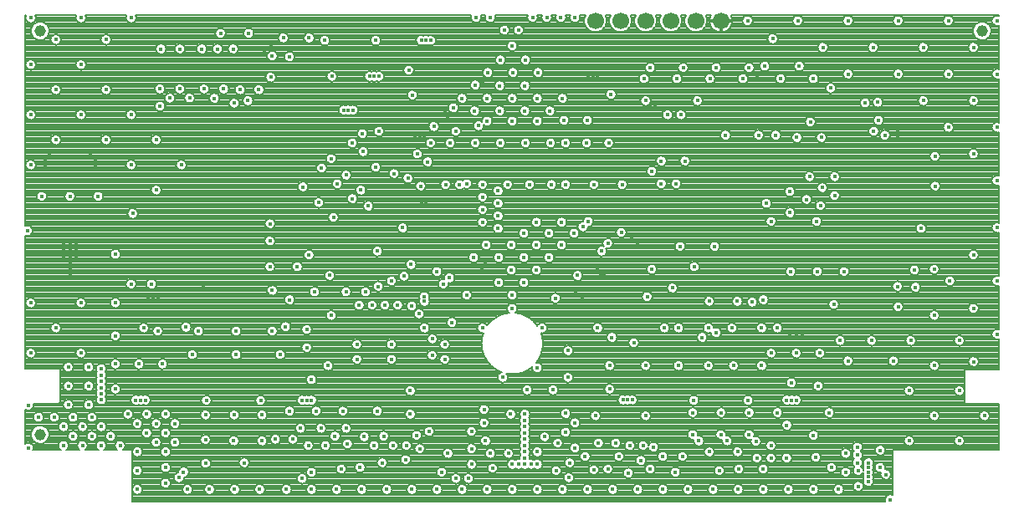
<source format=gbr>
G04 DipTrace 4.0.0.5*
G04 3 - Inner 2.gbr*
%MOIN*%
G04 #@! TF.FileFunction,Copper,L3,Inr*
G04 #@! TF.Part,Single*
%ADD22C,0.045354*%
%ADD27C,0.066929*%
G04 #@! TA.AperFunction,CopperBalancing*
%ADD15C,0.007874*%
%ADD16C,0.011811*%
G04 #@! TA.AperFunction,ViaPad*
%ADD39C,0.017717*%
%FSLAX26Y26*%
G04*
G70*
G90*
G75*
G01*
G04 Inner2_Plane*
%LPD*%
D39*
X2274950Y921825D3*
X724950Y1135299D3*
X2490900Y987774D3*
X2612451Y943701D3*
X959325Y2306201D3*
X1406201Y1571825D3*
D3*
X1996825Y1987450D3*
X2137450Y2206201D3*
X2228077Y2228075D3*
X1052992Y847587D3*
X1353076Y2371825D3*
X1788761Y1907762D3*
D3*
X1418701Y978076D3*
X1487451Y978075D3*
X1946825Y2018701D3*
X2024950Y2084325D3*
X1984327Y2115575D3*
X1253839Y2318148D3*
X1981201Y993701D3*
X1212451Y2374950D3*
X1940576Y953076D3*
X1175098Y2337451D3*
X1887450Y953076D3*
X1134325Y2374950D3*
X1849950Y990573D3*
X1076673Y2338610D3*
X1812450Y953075D3*
X1037303Y2374950D3*
X1772370Y987995D3*
X997933Y2337992D3*
X1706201Y959325D3*
X958563Y2374950D3*
X1656201Y990576D3*
X2043699Y1378075D3*
X2087450Y1596825D3*
X2012450Y1421825D3*
X2062450Y1646825D3*
X3821825Y2249950D3*
X3768890Y2318891D3*
X2256201Y971825D3*
X2543699Y962451D3*
X2743701Y1759325D3*
X2643701Y1824950D3*
X2462450Y928076D3*
X3218454Y971825D3*
X3174950Y1403076D3*
X2759325Y1384325D3*
X3259983Y928175D3*
X3118701Y1384325D3*
X3333524Y969503D3*
X3456201Y1034325D3*
X2665576Y1846825D3*
X3393701Y953076D3*
X3534325Y1934325D3*
X3590576Y1909325D3*
X2924951Y946827D3*
X3105954Y971580D3*
X3147088Y927915D3*
X3850197Y837450D3*
X3737450Y884325D3*
X3737451Y915576D3*
Y946825D3*
X2043701Y1312451D3*
X2181201Y1996825D3*
X3846825Y2190576D3*
X949950Y1409325D3*
X1931201Y1628075D3*
X1906365Y1512525D3*
X1881201Y1609325D3*
X1855184Y1512525D3*
X1828076Y1587450D3*
X1804003Y1512525D3*
X1778076Y1565576D3*
X1752822Y1512525D3*
X1112451Y1409325D3*
X1437450Y1315576D3*
X1743701Y1296825D3*
X1881201D3*
X3599951Y2540575D3*
X3499950Y2646825D3*
X3699951D3*
X3799950Y2540576D3*
X3899950Y2646825D3*
X3999950Y2540576D3*
X962451Y2534325D3*
X431201Y1809325D3*
X3949950Y1371825D3*
X1396825Y1665575D3*
X1199950Y2596825D3*
X1312451D3*
X1543701Y1343701D3*
Y1415575D3*
X1709325Y2290575D3*
X1831201Y2424950D3*
X1812450D3*
X949951Y1537450D3*
X1568701Y1534325D3*
X1112451Y1603076D3*
X599950Y1728076D3*
X2037451Y2568701D3*
X1690576Y2290575D3*
X2137451Y1790576D3*
X2387451Y2609325D3*
X2846825Y1362450D3*
X2156201Y1790576D3*
X1793701Y2424950D3*
X2231201Y2415576D3*
X2243701Y1993701D3*
X2893701Y2303076D3*
X2912451D3*
X2306201Y1968701D3*
X2243701Y1943701D3*
X2956201Y2087450D3*
X2306201Y1918701D3*
X2243701Y1893701D3*
X2306201Y1868701D3*
X2243701Y1843701D3*
X2615576Y1565575D3*
X2628075Y1553075D3*
X2306201Y1818701D3*
X1999950Y1918701D3*
X2018701D3*
X2931201Y2303076D3*
X2118701Y1790576D3*
X3099951Y2328076D3*
X1987451Y1906201D3*
X2121825Y1443701D3*
X2243701Y2403075D3*
X2899950Y1409325D3*
X3518701Y1396825D3*
X2256201Y2390576D3*
X2093701Y2278075D3*
X2106201Y2265573D3*
X2118701Y2253075D3*
X1974950Y2181201D3*
X1993701D3*
X2012451D3*
Y1546825D3*
X1824951Y1728076D3*
X2241852Y1664167D3*
X2254352Y1676667D3*
X2266852Y1689167D3*
X1925633Y1821102D3*
X2640576Y1540575D3*
X1890576Y2037450D3*
X1724951Y2159325D3*
X3456201Y903075D3*
X2362451Y878075D3*
X762453Y990576D3*
X2412451Y878075D3*
Y1053076D3*
X3668701Y1371825D3*
X799951Y953076D3*
X2462451Y878075D3*
X906202Y1003076D3*
X2840429Y1135008D3*
X2412451Y1028076D3*
X724951D3*
X2412451Y1003075D3*
X593701Y1190576D3*
X2412451Y978075D3*
X943701Y1040576D3*
X2412451Y953075D3*
X1765576Y2196825D3*
X2412451Y928075D3*
X1831201Y2206201D3*
X2412451Y903075D3*
X2893701Y2328076D3*
X599950Y1703076D3*
X2746825Y2159325D3*
X943701Y965576D3*
X599950Y1678076D3*
X443701Y2071825D3*
X906202Y1078076D3*
X599950Y1653076D3*
X443701Y2271825D3*
X599950Y1628076D3*
X981201Y1078076D3*
X599950Y1603076D3*
X443701Y2471825D3*
X599950Y1578075D3*
X981201Y1003076D3*
X599950Y1753075D3*
X443701Y2658126D3*
X2662451Y2249950D3*
X981201Y928075D3*
X2262451Y2246825D3*
X643701Y2658126D3*
X1963979Y2350714D3*
X843701Y2658126D3*
X868701Y1040576D3*
X1949950Y2449950D3*
X643701Y2471825D3*
X2703076Y1653075D3*
X643701Y2271825D3*
X831201Y1078076D3*
X3496316Y2181201D3*
X3593701D3*
X3896825Y2221825D3*
Y2203076D3*
Y2184325D3*
X3337451Y2421825D3*
X3374950Y1918701D3*
X3646825Y2024950D3*
Y1949950D3*
X3393701Y1846825D3*
X3343701Y2190576D3*
X3546825Y2024950D3*
X3631201Y2378076D3*
X3803076Y2206201D3*
X2715576Y1640576D3*
X2728076Y1628076D3*
X1396825Y1837450D3*
X1037450Y2534325D3*
X1187451D3*
X1062451Y2578075D3*
X2837451Y1781201D3*
X2849950Y1768701D3*
X1249951Y2534325D3*
X1374951Y2521825D3*
X1387451Y2534325D3*
X1399951Y2546825D3*
X1043701Y2578075D3*
X1024950D3*
X1728076Y2290575D3*
X2862451Y1756201D3*
X2796825Y1803075D3*
X1396825Y1768701D3*
X943701Y2171825D3*
X2018701Y2568701D3*
X1999950D3*
X4199951Y1712450D3*
X2749951Y1271825D3*
X1743701Y1356201D3*
X1881201D3*
X1528076Y1984325D3*
X1603076Y2059325D3*
X1649951Y1862450D3*
X1724950Y1937450D3*
X1640576Y2096825D3*
X1768701Y2124950D3*
X1818701Y2062450D3*
X1759325Y1971825D3*
X849950Y1878075D3*
X943701Y1971825D3*
X1043701Y2071825D3*
X443701Y1321825D3*
X2362451Y2246825D3*
X2462451D3*
X2096825Y1993701D3*
X2153076D3*
X443701Y1521825D3*
X543701Y1421825D3*
X643701Y1521825D3*
Y1321825D3*
X2037451Y2159325D3*
X2128076Y2299950D3*
X2049950Y2224950D3*
X2115576Y2159325D3*
X781201Y1521825D3*
Y1278075D3*
X893701Y1421825D3*
X1365251Y1075076D3*
X1254064Y1074953D3*
X1140150Y1074882D3*
X862451Y1134325D3*
X3456201D3*
X4046825Y2106201D3*
X881201Y1134325D3*
X899950D3*
X4046825Y1987450D3*
X3474950Y1134325D3*
X3493701D3*
X3781201Y865576D3*
Y846825D3*
Y828075D3*
Y809325D3*
X1681201Y859325D3*
X1756201Y865576D3*
X1862451Y778075D3*
X1762450D3*
X1662450D3*
X1562451Y846825D3*
X1462451Y778075D3*
X1524950Y821825D3*
X1843701Y884325D3*
X1962450Y778075D3*
X2062450D3*
X1937451Y896825D3*
X1356201Y778075D3*
X2612451Y1043701D3*
X3337450Y903076D3*
X3493701Y1396825D3*
X3468701D3*
X2874950Y1409325D3*
X2849950D3*
X1256201Y778075D3*
X1140660Y882220D3*
X1549950Y953075D3*
X1599950Y1021825D3*
X1699951D3*
X2274950Y2659325D3*
X2215576Y2159325D3*
X2443701Y2659325D3*
X2212451Y2287450D3*
X2718701Y1728076D3*
X2315576Y2159325D3*
X2415575D3*
X2499950Y2659325D3*
X2556201D3*
X2612451D3*
X2215576Y2390576D3*
X1018701Y965576D3*
X2515577Y2159325D3*
X2331201Y2609325D3*
X981201Y865576D3*
X3024950Y2034325D3*
X2956201Y1996825D3*
X2362451Y2546825D3*
X2081201Y846825D3*
X2162450Y2337450D3*
X1518701Y1021825D3*
X2262450Y2337450D3*
X1993701Y940576D3*
X2031201Y1009325D3*
X1474950Y1090575D3*
X1581201Y1090576D3*
X1406201Y1409325D3*
X1687451Y1090576D3*
X2106201Y921825D3*
X1156201Y778075D3*
X1562451Y1215576D3*
X2362450Y2337450D3*
X4143701Y1171825D3*
X4293701Y2009325D3*
X3471825Y1646825D3*
X3578076D3*
X1956201Y1171825D3*
X3684325Y1646825D3*
X2918701Y1656201D3*
X3087451Y1665576D3*
X3031201Y1746825D3*
X3168701D3*
X3468701Y1965576D3*
X3990576Y1818701D3*
X1262450Y1409325D3*
X2012451Y1528076D3*
X1956201Y1078076D3*
X3468701Y1881201D3*
X2199951Y940576D3*
X2462449Y2337450D3*
X1962451Y1509325D3*
X2562451Y2337450D3*
X931201Y1537450D3*
X2312451Y2287450D3*
X2412451D3*
X2512450D3*
X2199951Y1009325D3*
X2249951Y1043701D3*
X2584325Y1331201D3*
X2137451Y821825D3*
X2199951Y878075D3*
X2187451Y821825D3*
X2249951Y1096825D3*
X2362451Y778075D3*
X2462451D3*
X2574951Y1006201D3*
X2537450Y853075D3*
X3624950Y1084325D3*
X2574950Y1081201D3*
X1634325Y1631201D3*
X1628076Y1271825D3*
X1278076Y2371825D3*
X2265577Y2440576D3*
X1309325Y2328076D3*
X3024950Y1421825D3*
X2968701D3*
X3143701D3*
X3237451D3*
X3356201D3*
X3418701D3*
X2315576Y2490575D3*
X3024950Y1271824D3*
X3143701D3*
X3243701D3*
X3356201D3*
X2415576Y2490575D3*
X3896825Y1587450D3*
X3881201Y1290576D3*
X434138Y943699D3*
X434325Y1112450D3*
X687451Y1065576D3*
X593699Y1265575D3*
X687453Y990576D3*
X543701Y2171825D3*
Y2371825D3*
Y2571825D3*
X743701D3*
X2312451Y2387450D3*
X2365577Y2440576D3*
X4293701Y2646825D3*
X1824950Y1090576D3*
X4099950Y2221825D3*
X2465577Y2440576D3*
X4293701Y1821825D3*
Y1609325D3*
Y1396825D3*
X2918701Y2046825D3*
X4043701Y1271825D3*
Y1071825D3*
X4243701D3*
X4143701Y971825D3*
X3943701Y1171825D3*
X4143701Y1371825D3*
X2412451Y2387450D3*
X4043701Y1656201D3*
X2568701Y2249950D3*
X3965576Y1653076D3*
X3793701Y1371825D3*
X3493701Y1321825D3*
X3393701D3*
X2574950Y2159325D3*
X2659325D3*
X2893701Y1271825D3*
X2574950Y1993701D3*
X2799950D3*
X2343701D3*
X2431201D3*
X2518701D3*
X2693701Y1071825D3*
X2893701D3*
X2509327Y1703076D3*
X2459328Y1653076D3*
X2359328D3*
X2559324Y1753075D3*
X2409327Y1703076D3*
X2309327D3*
X2209328D3*
X2362451Y1553075D3*
X2409327Y1603076D3*
X2309327D3*
X2459324Y1753075D3*
X2359323D3*
X3043701Y2459325D3*
X2259325Y1753075D3*
X2687451Y1993701D3*
X2609324Y1799950D3*
X2509323D3*
X2409325D3*
X2093701Y1356201D3*
Y1296825D3*
X2703076Y1421825D3*
X2559323Y1843701D3*
X2459325D3*
X2481201Y1421825D3*
X2324950Y1224950D3*
X2584325D3*
X2899951Y1546825D3*
X2999951Y1581201D3*
X743701Y2371825D3*
Y2171825D3*
X843701Y2271825D3*
Y2071825D3*
X3643701Y1515576D3*
X3362451Y859325D3*
X3393701Y903076D3*
X1618701Y953076D3*
X487450Y1946825D3*
X599950D3*
X712451D3*
X781202Y1715576D3*
X3699950Y1290576D3*
X2749951Y1178075D3*
X3581201Y1190576D3*
X3012451Y846825D3*
X1293701Y884325D3*
X781201Y1390576D3*
Y1178075D3*
X724951Y953076D3*
X649951Y1028076D3*
X612451Y1065576D3*
X612453Y990576D3*
X649951Y953076D3*
X574951Y1028076D3*
X537451Y1065576D3*
X674953Y1190576D3*
X574951Y953076D3*
X674951Y1265576D3*
X474951Y1065576D3*
X593701Y1115575D3*
X674950D3*
X1087451Y1315576D3*
X1262450D3*
X2421825Y1174951D3*
X2524950D3*
X2462451Y1262450D3*
X1574950Y1565576D3*
X3174950Y2459325D3*
X3306201D3*
X3368701Y2465576D3*
X3506201D3*
X3562451Y2415576D3*
X3432196Y2415953D3*
X3412451Y2190576D3*
X4099951Y2646825D3*
X3699951Y2434324D3*
X3899950Y2434327D3*
X4099950D3*
X1406201Y2506201D3*
X1399951Y2421825D3*
X1449951Y2578076D3*
X1474951Y2503076D3*
X868701Y928075D3*
X1553076Y2578076D3*
X724950Y1159325D3*
Y1184325D3*
Y1209325D3*
Y1234325D3*
Y1259325D3*
X1143701Y1132699D3*
X1359941Y1132373D3*
X1563022Y1133930D3*
X3085707Y1133463D3*
X3302337Y1133261D3*
X3818701Y2321825D3*
X3999950Y2328077D3*
X3943701Y971825D3*
X4043701Y1471825D3*
X4199949Y2328077D3*
X4199950Y2115576D3*
X1699950Y1565576D3*
X2218701Y2659325D3*
X4293701Y2434325D3*
X1959325Y1674950D3*
X4199950Y2540576D3*
X4293701Y2221825D3*
X4199951Y1499950D3*
X2981201Y2271825D3*
X1124950Y2534325D3*
X874951Y1278075D3*
X968701D3*
X3081201Y1084325D3*
Y996825D3*
X3193701Y1084325D3*
Y996825D3*
X3306201Y1084325D3*
X3034325Y2271825D3*
X2756201Y2353076D3*
X3306201Y996825D3*
X2912451Y2459325D3*
X3049951Y2087450D3*
X843701Y1596825D3*
X924950D3*
X3006201Y2034325D3*
X2987451D3*
X3212451Y2190576D3*
X3015576Y1996825D3*
X3146825Y1528075D3*
X3259325D3*
X3574950Y1846827D3*
X3596825Y1981201D3*
X981201Y803075D3*
X1018701Y1040576D3*
X1253076Y971825D3*
X1140276Y976021D3*
X1365576Y971825D3*
X868701Y778075D3*
Y853076D3*
X912451Y1537450D3*
X1640576Y1471825D3*
X2243701Y1421825D3*
X2362451Y1499950D3*
X2665576Y2428076D3*
X2684325D3*
X2703076D3*
X2262451Y778075D3*
X2562451D3*
X2662451D3*
X2762451D3*
X2862451D3*
X2962451D3*
X3062451D3*
X3162451D3*
X3262451D3*
X3362451D3*
X3462451D3*
X3562451D3*
X3662451D3*
X3899951Y1506201D3*
X2162451Y778075D3*
X3968701Y1584325D3*
X4106201Y1609325D3*
X4199951Y1287450D3*
X3549951Y2243701D3*
X1506201Y1665576D3*
X1590576Y1921825D3*
X1665576Y1996825D3*
X2346825Y921825D3*
X2284325Y862450D3*
X2587451Y824950D3*
X2774951Y962450D3*
X2706201D3*
X2653076Y909325D3*
X2687450Y856199D3*
X2831201Y953075D3*
X2743701Y859325D3*
X2874951Y893701D3*
X2884325Y953075D3*
X2912451Y859325D3*
X2787451Y909325D3*
X2962450D3*
X3040576D3*
X1699951Y2031201D3*
X3562451Y993701D3*
X3474950Y1203075D3*
X3587451Y1321825D3*
X3418701Y1084325D3*
X3571825Y906201D3*
X1615576Y2568701D3*
X3690576Y846825D3*
X3781201Y884325D3*
X2590576D3*
X1818701Y2568701D3*
X1643701Y2424950D3*
X2412451Y1078076D3*
X2387451Y878076D3*
X2437451D3*
X1990576Y1478076D3*
X1553076Y1712450D3*
X1474950Y1534325D3*
X2181201Y1553076D3*
X1459257Y1426955D3*
X2112451Y1621825D3*
X1062451Y1424950D3*
X1131201Y1584325D3*
X1396825Y1593701D3*
X1381201Y1578075D3*
X1549950Y1534325D3*
X1531201D3*
X2534325Y1540576D3*
X2621825Y1631201D3*
X3299951Y2646825D3*
X574950Y1753075D3*
X624950D3*
X574950Y1728076D3*
X624950D3*
Y1703076D3*
X574950D3*
Y1603076D3*
X624950D3*
Y1578075D3*
X574950D3*
Y1553075D3*
X599950D3*
X624950D3*
X3399951Y2574950D3*
X3018701Y2415575D3*
X3149950D3*
X3281201D3*
X2887451D3*
X3362451Y1534325D3*
X2356201Y1078076D3*
X499951Y2090576D3*
Y2071825D3*
Y2053076D3*
Y2034325D3*
X699951Y2090576D3*
Y2071825D3*
Y2053076D3*
Y2034325D3*
X571825Y2128076D3*
X590576D3*
X609325D3*
X628076D3*
X553076D3*
X646825D3*
X665576D3*
X534325D3*
X518701Y2109325D3*
X681201D3*
X3828076Y934325D3*
Y865576D3*
X1544272Y1133930D3*
X2822042Y1134845D3*
X2803293D3*
X1525522Y1133930D3*
X3187451Y853075D3*
X3265576Y859325D3*
X2824951Y843701D3*
X3634325Y865576D3*
X3740576Y853076D3*
Y790576D3*
X3690576Y921825D3*
X1034325Y824950D3*
X1068701Y778075D3*
X1562451D3*
X3318701Y1524950D3*
X3868701Y737450D3*
X465214Y2660146D2*
D15*
X622188D1*
X665217D2*
X822184D1*
X865219D2*
X2197106D1*
X2240297D2*
X2253354D1*
X2296545D2*
X2422100D1*
X2465298D2*
X2478349D1*
X2521547D2*
X2534605D1*
X2577795D2*
X2590853D1*
X2634051D2*
X2649478D1*
X2737928D2*
X2749479D1*
X2837923D2*
X2849474D1*
X2937924D2*
X2949475D1*
X3037925D2*
X3049476D1*
X3137927D2*
X3149478D1*
X3237928D2*
X3283152D1*
X3316745D2*
X3483155D1*
X3516748D2*
X3683157D1*
X3716752D2*
X3883154D1*
X3916747D2*
X4083156D1*
X4116749D2*
X4276900D1*
X464514Y2652403D2*
X622887D1*
X664517D2*
X822891D1*
X864512D2*
X2198268D1*
X2239127D2*
X2254524D1*
X2295385D2*
X2423269D1*
X2464130D2*
X2479517D1*
X2520378D2*
X2535774D1*
X2576634D2*
X2592022D1*
X2632882D2*
X2647824D1*
X2739573D2*
X2747827D1*
X2839575D2*
X2847828D1*
X2939577D2*
X2947822D1*
X3039579D2*
X3047823D1*
X3139580D2*
X3147824D1*
X3239573D2*
X3279100D1*
X3320806D2*
X3479094D1*
X3520801D2*
X3679097D1*
X3720804D2*
X3879093D1*
X3920807D2*
X4079096D1*
X4120802D2*
X4272848D1*
X460377Y2644660D2*
X627025D1*
X660381D2*
X827028D1*
X860375D2*
X2203127D1*
X2234276D2*
X2259375D1*
X2290524D2*
X2428129D1*
X2459277D2*
X2484378D1*
X2515526D2*
X2540626D1*
X2571774D2*
X2596874D1*
X2628030D2*
X2647533D1*
X2739866D2*
X2747534D1*
X2839867D2*
X2847535D1*
X2939869D2*
X2947529D1*
X3039870D2*
X3047531D1*
X3139873D2*
X3147533D1*
X3239866D2*
X3278453D1*
X3321451D2*
X3478449D1*
X3521454D2*
X3678451D1*
X3721450D2*
X3878448D1*
X3921453D2*
X4078450D1*
X4121455D2*
X4272202D1*
X423429Y2636917D2*
X460133D1*
X502277D2*
X2648571D1*
X2738828D2*
X2748572D1*
X2838829D2*
X2848573D1*
X2938831D2*
X2948575D1*
X3038825D2*
X3048576D1*
X3138827D2*
X3148571D1*
X3238828D2*
X3280845D1*
X3319060D2*
X3480840D1*
X3519055D2*
X3680844D1*
X3719058D2*
X3880846D1*
X3919054D2*
X4080841D1*
X4119056D2*
X4213255D1*
X4255399D2*
X4274593D1*
X423429Y2629175D2*
X451651D1*
X510751D2*
X2324106D1*
X2338291D2*
X2380362D1*
X2394547D2*
X2651046D1*
X2736352D2*
X2751049D1*
X2836353D2*
X2851050D1*
X2936356D2*
X2951051D1*
X3036349D2*
X3051052D1*
X3136350D2*
X3151046D1*
X3236352D2*
X3288112D1*
X3311794D2*
X3488106D1*
X3511789D2*
X3688110D1*
X3711791D2*
X3888105D1*
X3911795D2*
X4088108D1*
X4111790D2*
X4204773D1*
X4263873D2*
X4281860D1*
X423429Y2621432D2*
X446899D1*
X515503D2*
X2313463D1*
X2348933D2*
X2369719D1*
X2405182D2*
X2655238D1*
X2732161D2*
X2755239D1*
X2832163D2*
X2855240D1*
X2932164D2*
X2955241D1*
X3032165D2*
X3055236D1*
X3132160D2*
X3155238D1*
X3232161D2*
X4200029D1*
X4268625D2*
X4301475D1*
X423429Y2613689D2*
X444377D1*
X518033D2*
X1186941D1*
X1212961D2*
X1299446D1*
X1325458D2*
X2310050D1*
X2352356D2*
X2366298D1*
X2408604D2*
X2661827D1*
X2725571D2*
X2761828D1*
X2825573D2*
X2861831D1*
X2925575D2*
X2961832D1*
X3025568D2*
X3061833D1*
X3125570D2*
X3161827D1*
X3225571D2*
X4197499D1*
X4271155D2*
X4301475D1*
X423429Y2605946D2*
X443608D1*
X518802D2*
X1180436D1*
X1219458D2*
X1292941D1*
X1331963D2*
X2309865D1*
X2352539D2*
X2366113D1*
X2408789D2*
X2673084D1*
X2714314D2*
X2773087D1*
X2814315D2*
X2873088D1*
X2914318D2*
X2973089D1*
X3014311D2*
X3073091D1*
X3114312D2*
X3173084D1*
X3214314D2*
X4196730D1*
X4271924D2*
X4301475D1*
X423429Y2598203D2*
X444484D1*
X517925D2*
X1178383D1*
X1221518D2*
X1290879D1*
X1334024D2*
X1443815D1*
X1456087D2*
X1546938D1*
X1559218D2*
X2312802D1*
X2349594D2*
X2369058D1*
X2405850D2*
X4197606D1*
X4271047D2*
X4301475D1*
X423429Y2590461D2*
X447138D1*
X515264D2*
X533613D1*
X553789D2*
X733615D1*
X753783D2*
X1179328D1*
X1220566D2*
X1291833D1*
X1333070D2*
X1432420D1*
X1467482D2*
X1535543D1*
X1570605D2*
X2321592D1*
X2340814D2*
X2377840D1*
X2397062D2*
X3385268D1*
X3414640D2*
X4200259D1*
X4268386D2*
X4301475D1*
X423429Y2582718D2*
X452066D1*
X510336D2*
X525163D1*
X562239D2*
X725165D1*
X762243D2*
X1183843D1*
X1216059D2*
X1296339D1*
X1328556D2*
X1428860D1*
X1471042D2*
X1531983D1*
X1574165D2*
X1599388D1*
X1631768D2*
X1802513D1*
X1834892D2*
X1983762D1*
X2053643D2*
X3379839D1*
X3420062D2*
X4205188D1*
X4263457D2*
X4301475D1*
X423429Y2574975D2*
X460917D1*
X501484D2*
X522325D1*
X565076D2*
X722328D1*
X765072D2*
X1428567D1*
X1471335D2*
X1531690D1*
X1574458D2*
X1594929D1*
X1636219D2*
X1798054D1*
X1839345D2*
X1979302D1*
X2058094D2*
X3378340D1*
X3421568D2*
X4214046D1*
X4254606D2*
X4301475D1*
X423429Y2567232D2*
X522601D1*
X564801D2*
X722597D1*
X764803D2*
X1431382D1*
X1468520D2*
X1534505D1*
X1571643D2*
X1594013D1*
X1637135D2*
X1797139D1*
X1840260D2*
X1978387D1*
X2059017D2*
X2357501D1*
X2367396D2*
X3379824D1*
X3420084D2*
X4301475D1*
X423429Y2559490D2*
X526131D1*
X561270D2*
X726134D1*
X761266D2*
X1439770D1*
X1460139D2*
X1542894D1*
X1563262D2*
X1596113D1*
X1635043D2*
X1799238D1*
X1838168D2*
X1980487D1*
X2056919D2*
X2345129D1*
X2379776D2*
X3385206D1*
X3414694D2*
X3590446D1*
X3609453D2*
X3790441D1*
X3809455D2*
X3990445D1*
X4009459D2*
X4190448D1*
X4209454D2*
X4301475D1*
X423429Y2551747D2*
X537381D1*
X550021D2*
X737385D1*
X750024D2*
X950252D1*
X974648D2*
X1025247D1*
X1049652D2*
X1112753D1*
X1137150D2*
X1175253D1*
X1199650D2*
X1237753D1*
X1262150D2*
X1602696D1*
X1628461D2*
X1805820D1*
X1831587D2*
X1987068D1*
X2050336D2*
X2341430D1*
X2383475D2*
X3581588D1*
X3618319D2*
X3781583D1*
X3818314D2*
X3981587D1*
X4018318D2*
X4181589D1*
X4218312D2*
X4301475D1*
X423429Y2544004D2*
X943223D1*
X981677D2*
X1018219D1*
X1056680D2*
X1105724D1*
X1144178D2*
X1168224D1*
X1206678D2*
X1230724D1*
X1269178D2*
X2341030D1*
X2383874D2*
X3578619D1*
X3621280D2*
X3778622D1*
X3821282D2*
X3978618D1*
X4021277D2*
X4178621D1*
X4221281D2*
X4301475D1*
X423429Y2536261D2*
X940924D1*
X983976D2*
X1015928D1*
X1058971D2*
X1103425D1*
X1146478D2*
X1165925D1*
X1208978D2*
X1228425D1*
X1271478D2*
X2343714D1*
X2381190D2*
X3578789D1*
X3621118D2*
X3778783D1*
X3821113D2*
X3978787D1*
X4021115D2*
X4178790D1*
X4221112D2*
X4301475D1*
X423429Y2528518D2*
X941663D1*
X983238D2*
X1016665D1*
X1058240D2*
X1104164D1*
X1145739D2*
X1166664D1*
X1208239D2*
X1229164D1*
X1270739D2*
X2351734D1*
X2373171D2*
X3582180D1*
X3617719D2*
X3782182D1*
X3817722D2*
X3982178D1*
X4017718D2*
X4182181D1*
X4217720D2*
X4301475D1*
X423429Y2520776D2*
X945845D1*
X979055D2*
X1020849D1*
X1054058D2*
X1108346D1*
X1141556D2*
X1170846D1*
X1204056D2*
X1233346D1*
X1266556D2*
X1390535D1*
X1421867D2*
X1463185D1*
X1486714D2*
X3592699D1*
X3607199D2*
X3792702D1*
X3807196D2*
X3992705D1*
X4007198D2*
X4192709D1*
X4207193D2*
X4301475D1*
X423429Y2513033D2*
X1385736D1*
X1426659D2*
X1455873D1*
X1494034D2*
X4301475D1*
X423429Y2505290D2*
X1384606D1*
X1427797D2*
X1453458D1*
X1496449D2*
X2300052D1*
X2331101D2*
X2400055D1*
X2431104D2*
X4301475D1*
X423429Y2497547D2*
X1386467D1*
X1425936D2*
X1454081D1*
X1495818D2*
X2295163D1*
X2335992D2*
X2395164D1*
X2435986D2*
X4301475D1*
X423429Y2489804D2*
X432404D1*
X455003D2*
X632399D1*
X654997D2*
X1392572D1*
X1419831D2*
X1458110D1*
X1491789D2*
X2293979D1*
X2337176D2*
X2393980D1*
X2437177D2*
X4301475D1*
X462622Y2482062D2*
X624780D1*
X662626D2*
X2295778D1*
X2335369D2*
X2395780D1*
X2435371D2*
X3355186D1*
X3382214D2*
X3492689D1*
X3519717D2*
X4301475D1*
X465168Y2474319D2*
X622234D1*
X665163D2*
X2301768D1*
X2329387D2*
X2401769D1*
X2429381D2*
X2897210D1*
X2927697D2*
X3028461D1*
X3058941D2*
X3159705D1*
X3190192D2*
X3290957D1*
X3321444D2*
X3349012D1*
X3388388D2*
X3486508D1*
X3525891D2*
X4301475D1*
X464644Y2466576D2*
X622757D1*
X664640D2*
X1936618D1*
X1963283D2*
X2892142D1*
X2932764D2*
X3023386D1*
X3064016D2*
X3154638D1*
X3195260D2*
X3285888D1*
X3326510D2*
X3347113D1*
X3390287D2*
X3484608D1*
X3527790D2*
X4301475D1*
X460769Y2458833D2*
X626633D1*
X660765D2*
X1930328D1*
X1969573D2*
X2254770D1*
X2276383D2*
X2354772D1*
X2376385D2*
X2454773D1*
X2476386D2*
X2890843D1*
X2934063D2*
X3022094D1*
X3065307D2*
X3153339D1*
X3196559D2*
X3284589D1*
X3327811D2*
X3348205D1*
X3389196D2*
X3485707D1*
X3526690D2*
X4301475D1*
X423429Y2451091D2*
X440955D1*
X446444D2*
X640958D1*
X646446D2*
X1928367D1*
X1971534D2*
X2246811D1*
X2284343D2*
X2346812D1*
X2384344D2*
X2446814D1*
X2484345D2*
X2892534D1*
X2932371D2*
X3023786D1*
X3063615D2*
X3155030D1*
X3194867D2*
X3286281D1*
X3326119D2*
X3352949D1*
X3384451D2*
X3490451D1*
X3521954D2*
X3686810D1*
X3713092D2*
X3886806D1*
X3913094D2*
X4086801D1*
X4113097D2*
X4280560D1*
X423429Y2443348D2*
X1633154D1*
X1654252D2*
X1783152D1*
X1841752D2*
X1929413D1*
X1970488D2*
X2244151D1*
X2287003D2*
X2344152D1*
X2387004D2*
X2444146D1*
X2487005D2*
X2898302D1*
X2926597D2*
X3029552D1*
X3057849D2*
X3160804D1*
X3189100D2*
X3292056D1*
X3320344D2*
X3680398D1*
X3719512D2*
X3880392D1*
X3919508D2*
X4080388D1*
X4119510D2*
X4274139D1*
X423429Y2435605D2*
X1383546D1*
X1416354D2*
X1625017D1*
X1662379D2*
X1775016D1*
X1849879D2*
X1934066D1*
X1965836D2*
X2244566D1*
X2286587D2*
X2344567D1*
X2386589D2*
X2444570D1*
X2486591D2*
X2880962D1*
X2893940D2*
X3012213D1*
X3025192D2*
X3143457D1*
X3156444D2*
X3274709D1*
X3287694D2*
X3424514D1*
X3439877D2*
X3555958D1*
X3568945D2*
X3678375D1*
X3721526D2*
X3878378D1*
X3921522D2*
X4078374D1*
X4121525D2*
X4272125D1*
X423429Y2427862D2*
X1379231D1*
X1420668D2*
X1622287D1*
X1665109D2*
X1772294D1*
X1852609D2*
X2248295D1*
X2282858D2*
X2348297D1*
X2382860D2*
X2448290D1*
X2482861D2*
X2869850D1*
X2905051D2*
X3001094D1*
X3036303D2*
X3132345D1*
X3167554D2*
X3263597D1*
X3298806D2*
X3414327D1*
X3450066D2*
X3544848D1*
X3580056D2*
X3679367D1*
X3720534D2*
X3879362D1*
X3920538D2*
X4079365D1*
X4120533D2*
X4273117D1*
X423429Y2420119D2*
X1378408D1*
X1421499D2*
X1622657D1*
X1664748D2*
X1772655D1*
X1852248D2*
X2260883D1*
X2270278D2*
X2360877D1*
X2370272D2*
X2460878D1*
X2470273D2*
X2866336D1*
X2908566D2*
X2997588D1*
X3039810D2*
X3128840D1*
X3171060D2*
X3260091D1*
X3302312D2*
X3411004D1*
X3453387D2*
X3541341D1*
X3583562D2*
X3683934D1*
X3715967D2*
X3883937D1*
X3915962D2*
X4083933D1*
X4115966D2*
X4277685D1*
X423429Y2412377D2*
X1380600D1*
X1419299D2*
X1626310D1*
X1661094D2*
X1776308D1*
X1848594D2*
X2866083D1*
X2908819D2*
X2997335D1*
X3040071D2*
X3128585D1*
X3171315D2*
X3259837D1*
X3302566D2*
X3410888D1*
X3453503D2*
X3541087D1*
X3583816D2*
X4301475D1*
X423429Y2404634D2*
X1387406D1*
X1412495D2*
X1638328D1*
X1649076D2*
X1788327D1*
X1799075D2*
X1807081D1*
X1817822D2*
X1825828D1*
X1836576D2*
X2199421D1*
X2231731D2*
X2299899D1*
X2325004D2*
X2399900D1*
X2425005D2*
X2868944D1*
X2905958D2*
X3000194D1*
X3037210D2*
X3131438D1*
X3168462D2*
X3262690D1*
X3299713D2*
X3413927D1*
X3450465D2*
X3543940D1*
X3580963D2*
X4301475D1*
X423429Y2396891D2*
X2194946D1*
X2236206D2*
X2293102D1*
X2331802D2*
X2393104D1*
X2431803D2*
X2877463D1*
X2897438D2*
X3008714D1*
X3028690D2*
X3139958D1*
X3159942D2*
X3271210D1*
X3291193D2*
X3423016D1*
X3441377D2*
X3552467D1*
X3572436D2*
X3621480D1*
X3640917D2*
X4301475D1*
X423429Y2389148D2*
X531352D1*
X556050D2*
X731356D1*
X756052D2*
X942539D1*
X974587D2*
X1021280D1*
X1053327D2*
X1118304D1*
X1150353D2*
X1196429D1*
X1228478D2*
X1265727D1*
X1290424D2*
X1340731D1*
X1365428D2*
X2194008D1*
X2237144D2*
X2290911D1*
X2333993D2*
X2390904D1*
X2433995D2*
X3612776D1*
X3649630D2*
X4301475D1*
X423429Y2381406D2*
X524424D1*
X562978D2*
X724420D1*
X762980D2*
X937971D1*
X979155D2*
X1016711D1*
X1057895D2*
X1113738D1*
X1154913D2*
X1191862D1*
X1233038D2*
X1258799D1*
X1297353D2*
X1333794D1*
X1372356D2*
X2196092D1*
X2235060D2*
X2291734D1*
X2333171D2*
X2391735D1*
X2433172D2*
X3609854D1*
X3652545D2*
X4301475D1*
X423429Y2373663D2*
X522171D1*
X565231D2*
X722167D1*
X765234D2*
X936987D1*
X980139D2*
X1015727D1*
X1058879D2*
X1112753D1*
X1155898D2*
X1190878D1*
X1234022D2*
X1256546D1*
X1299605D2*
X1331542D1*
X1374609D2*
X2202635D1*
X2228516D2*
X2296055D1*
X2328849D2*
X2396056D1*
X2428850D2*
X2752262D1*
X2760143D2*
X3610062D1*
X3652345D2*
X4301475D1*
X423429Y2365920D2*
X522940D1*
X564462D2*
X722944D1*
X764457D2*
X939009D1*
X978117D2*
X1017749D1*
X1056857D2*
X1114768D1*
X1153882D2*
X1192900D1*
X1232008D2*
X1257315D1*
X1298836D2*
X1332318D1*
X1373832D2*
X1948959D1*
X1979001D2*
X2739022D1*
X2773385D2*
X3613499D1*
X3648900D2*
X4301475D1*
X423429Y2358177D2*
X527185D1*
X560217D2*
X727180D1*
X760220D2*
X945430D1*
X971696D2*
X992021D1*
X1003845D2*
X1024171D1*
X1050436D2*
X1068753D1*
X1084593D2*
X1121189D1*
X1147462D2*
X1172269D1*
X1177928D2*
X1199322D1*
X1225587D2*
X1261559D1*
X1294592D2*
X1336555D1*
X1369594D2*
X1943747D1*
X1984206D2*
X2159629D1*
X2165270D2*
X2259630D1*
X2265272D2*
X2359631D1*
X2365266D2*
X2459633D1*
X2465268D2*
X2559634D1*
X2565269D2*
X2735223D1*
X2777182D2*
X3624264D1*
X3638134D2*
X4301475D1*
X423429Y2350434D2*
X980448D1*
X1015419D2*
X1058743D1*
X1094604D2*
X1158029D1*
X1192168D2*
X1942370D1*
X1985591D2*
X2145379D1*
X2179520D2*
X2245381D1*
X2279521D2*
X2345382D1*
X2379522D2*
X2445377D1*
X2479516D2*
X2545378D1*
X2579525D2*
X2734755D1*
X2777644D2*
X4301475D1*
X423429Y2342692D2*
X976857D1*
X1019009D2*
X1055466D1*
X1097881D2*
X1154154D1*
X1196043D2*
X1293702D1*
X1324950D2*
X1943969D1*
X1983984D2*
X2141504D1*
X2183395D2*
X2241505D1*
X2283396D2*
X2341507D1*
X2383398D2*
X2441508D1*
X2483391D2*
X2541510D1*
X2583394D2*
X2737361D1*
X2775046D2*
X2878079D1*
X2909327D2*
X3084325D1*
X3115573D2*
X3984323D1*
X4015572D2*
X4184327D1*
X4215575D2*
X4301475D1*
X423429Y2334949D2*
X976542D1*
X1019324D2*
X1055382D1*
X1097965D2*
X1153638D1*
X1196559D2*
X1240744D1*
X1266933D2*
X1288881D1*
X1329772D2*
X1949583D1*
X1978378D2*
X2140988D1*
X2183909D2*
X2240991D1*
X2283911D2*
X2340984D1*
X2383913D2*
X2440986D1*
X2483915D2*
X2540987D1*
X2583916D2*
X2745157D1*
X2767240D2*
X2873257D1*
X2914148D2*
X3079504D1*
X3120403D2*
X3754839D1*
X3782942D2*
X3801744D1*
X3835661D2*
X3979503D1*
X4020402D2*
X4179497D1*
X4220396D2*
X4301475D1*
X423429Y2327206D2*
X979333D1*
X1016533D2*
X1058458D1*
X1094888D2*
X1156176D1*
X1194021D2*
X1234301D1*
X1273377D2*
X1287727D1*
X1330925D2*
X2143526D1*
X2181373D2*
X2243528D1*
X2281374D2*
X2343529D1*
X2381367D2*
X2443531D1*
X2481369D2*
X2543533D1*
X2581370D2*
X2872104D1*
X2915294D2*
X3078358D1*
X3121549D2*
X3749010D1*
X3788772D2*
X3797793D1*
X3839606D2*
X3978357D1*
X4021547D2*
X4178352D1*
X4221542D2*
X4301475D1*
X423429Y2319463D2*
X942478D1*
X976171D2*
X987638D1*
X1008228D2*
X1067693D1*
X1085654D2*
X1163811D1*
X1186386D2*
X1232262D1*
X1275415D2*
X1289572D1*
X1329079D2*
X2120012D1*
X2136143D2*
X2151161D1*
X2173736D2*
X2251164D1*
X2273738D2*
X2351165D1*
X2373740D2*
X2451159D1*
X2473734D2*
X2551168D1*
X2573735D2*
X2873949D1*
X2913448D2*
X3080203D1*
X3119702D2*
X3747281D1*
X3790493D2*
X3797223D1*
X3840182D2*
X3980202D1*
X4019701D2*
X4180197D1*
X4219697D2*
X4301475D1*
X423429Y2311720D2*
X938455D1*
X980193D2*
X1233239D1*
X1274438D2*
X1295647D1*
X1323004D2*
X2110108D1*
X2146047D2*
X2880016D1*
X2907381D2*
X3086270D1*
X3113635D2*
X3748549D1*
X3789232D2*
X3799699D1*
X3837699D2*
X3986269D1*
X4013626D2*
X4186272D1*
X4213630D2*
X4301475D1*
X423429Y2303978D2*
X937833D1*
X980823D2*
X1237791D1*
X1269886D2*
X1673846D1*
X1744803D2*
X2106856D1*
X2149299D2*
X2198991D1*
X2225909D2*
X2298992D1*
X2325911D2*
X2398993D1*
X2425913D2*
X2498987D1*
X2525907D2*
X3753563D1*
X3784219D2*
X3807181D1*
X3830224D2*
X4301475D1*
X423429Y2296235D2*
X940248D1*
X978402D2*
X1669747D1*
X1748909D2*
X2106794D1*
X2149353D2*
X2192777D1*
X2232123D2*
X2292778D1*
X2332125D2*
X2392781D1*
X2432126D2*
X2492782D1*
X2532119D2*
X4301475D1*
X423429Y2288492D2*
X430428D1*
X456978D2*
X630424D1*
X656974D2*
X830427D1*
X856976D2*
X947576D1*
X971073D2*
X1669063D1*
X1749585D2*
X2109900D1*
X2146255D2*
X2190862D1*
X2234038D2*
X2290864D1*
X2334039D2*
X2390866D1*
X2434041D2*
X2490860D1*
X2534034D2*
X2967921D1*
X2994480D2*
X3021049D1*
X3047598D2*
X4301475D1*
X463307Y2280749D2*
X624094D1*
X663310D2*
X824098D1*
X863304D2*
X1671424D1*
X1747224D2*
X2119220D1*
X2136934D2*
X2191946D1*
X2232961D2*
X2291949D1*
X2332955D2*
X2391942D1*
X2432957D2*
X2491944D1*
X2532958D2*
X2961593D1*
X3000808D2*
X3014720D1*
X3053927D2*
X4301475D1*
X465283Y2273007D2*
X622118D1*
X665278D2*
X822122D1*
X865281D2*
X1678605D1*
X1740051D2*
X2196660D1*
X2228247D2*
X2296661D1*
X2328241D2*
X2396656D1*
X2428243D2*
X2496657D1*
X2528244D2*
X2959617D1*
X3002785D2*
X3012744D1*
X3055903D2*
X4301475D1*
X464252Y2265264D2*
X623150D1*
X664256D2*
X823144D1*
X864251D2*
X2251979D1*
X2272923D2*
X2351980D1*
X2372925D2*
X2451982D1*
X2472919D2*
X2553798D1*
X2583601D2*
X2647547D1*
X2677350D2*
X2960647D1*
X3001755D2*
X3013774D1*
X3054881D2*
X3806920D1*
X3836730D2*
X4301475D1*
X423429Y2257521D2*
X427776D1*
X459623D2*
X627778D1*
X659626D2*
X827773D1*
X859630D2*
X2243797D1*
X2281113D2*
X2343791D1*
X2381106D2*
X2443793D1*
X2481108D2*
X2548516D1*
X2588891D2*
X2642265D1*
X2682640D2*
X2965277D1*
X2997125D2*
X3018403D1*
X3050252D2*
X3533583D1*
X3566323D2*
X3801636D1*
X3842013D2*
X4301475D1*
X423429Y2249778D2*
X2241045D1*
X2283857D2*
X2341046D1*
X2383852D2*
X2441047D1*
X2483853D2*
X2547085D1*
X2590314D2*
X2640835D1*
X2684063D2*
X3529245D1*
X3570659D2*
X3800214D1*
X3843436D2*
X4301475D1*
X423429Y2242035D2*
X2037251D1*
X2062647D2*
X2211832D1*
X2283504D2*
X2341399D1*
X2383505D2*
X2441394D1*
X2483507D2*
X2548646D1*
X2588752D2*
X2642396D1*
X2682503D2*
X3528407D1*
X3571497D2*
X3801776D1*
X3841874D2*
X4094136D1*
X4105769D2*
X4287881D1*
X423429Y2234293D2*
X2030552D1*
X2069352D2*
X2207411D1*
X2279874D2*
X2345029D1*
X2379875D2*
X2445030D1*
X2479870D2*
X2554182D1*
X2583224D2*
X2647932D1*
X2676974D2*
X3530583D1*
X3569322D2*
X3807304D1*
X3836346D2*
X4082479D1*
X4117419D2*
X4276231D1*
X423429Y2226550D2*
X1825982D1*
X1836423D2*
X2028399D1*
X2071505D2*
X2132231D1*
X2142671D2*
X2206518D1*
X2249639D2*
X2256900D1*
X2268001D2*
X2356902D1*
X2368004D2*
X2456903D1*
X2467997D2*
X3537350D1*
X3562555D2*
X3797854D1*
X3808295D2*
X4078881D1*
X4121017D2*
X4272633D1*
X423429Y2218807D2*
X1813832D1*
X1848564D2*
X2029261D1*
X2070636D2*
X2120081D1*
X2154812D2*
X2208640D1*
X2247517D2*
X3785713D1*
X3820444D2*
X4078558D1*
X4121348D2*
X4272310D1*
X423429Y2211064D2*
X1749587D1*
X1781558D2*
X1810165D1*
X1852240D2*
X2033644D1*
X2066261D2*
X2116413D1*
X2158488D2*
X2215277D1*
X2240881D2*
X3207925D1*
X3216975D2*
X3339177D1*
X3348226D2*
X3407929D1*
X3416978D2*
X3782037D1*
X3824112D2*
X3842299D1*
X3851348D2*
X4081333D1*
X4118572D2*
X4275085D1*
X423429Y2203322D2*
X1745004D1*
X1786150D2*
X1809787D1*
X1852617D2*
X2116037D1*
X2158865D2*
X3195192D1*
X3229709D2*
X3326444D1*
X3360959D2*
X3395194D1*
X3429711D2*
X3781660D1*
X3824488D2*
X3829566D1*
X3864081D2*
X4089600D1*
X4110298D2*
X4283352D1*
X423429Y2195579D2*
X1743997D1*
X1787156D2*
X1812503D1*
X1849903D2*
X2118751D1*
X2156151D2*
X3191448D1*
X3233453D2*
X3322698D1*
X3364705D2*
X3391450D1*
X3433457D2*
X3480463D1*
X3512173D2*
X3577843D1*
X3609552D2*
X3784374D1*
X3821782D2*
X3825820D1*
X3867827D2*
X4301475D1*
X423429Y2187836D2*
X529592D1*
X557810D2*
X729594D1*
X757806D2*
X929597D1*
X957808D2*
X1746004D1*
X1785150D2*
X1820592D1*
X1841814D2*
X2126840D1*
X2148062D2*
X3191016D1*
X3233883D2*
X3322268D1*
X3365135D2*
X3391020D1*
X3433887D2*
X3475789D1*
X3516848D2*
X3573176D1*
X3614228D2*
X3792463D1*
X3813685D2*
X3825390D1*
X3868257D2*
X4301475D1*
X423429Y2180093D2*
X523802D1*
X563600D2*
X723797D1*
X763604D2*
X923799D1*
X963606D2*
X1722605D1*
X1727302D2*
X1752386D1*
X1778768D2*
X2035105D1*
X2039802D2*
X2113230D1*
X2117930D2*
X2213223D1*
X2217930D2*
X2313226D1*
X2317921D2*
X2413227D1*
X2417924D2*
X2513228D1*
X2517925D2*
X2572598D1*
X2577303D2*
X2656975D1*
X2661672D2*
X2744474D1*
X2749178D2*
X3193669D1*
X3231239D2*
X3324921D1*
X3362483D2*
X3393664D1*
X3431234D2*
X3474735D1*
X3517902D2*
X3572114D1*
X3615289D2*
X3828043D1*
X3865612D2*
X4301475D1*
X423429Y2172350D2*
X522094D1*
X565307D2*
X722089D1*
X765311D2*
X922093D1*
X965306D2*
X1707911D1*
X1741988D2*
X2020411D1*
X2054488D2*
X2098535D1*
X2132613D2*
X2198537D1*
X2232615D2*
X2298538D1*
X2332617D2*
X2398539D1*
X2432610D2*
X2498541D1*
X2532619D2*
X2557912D1*
X2591990D2*
X2642289D1*
X2676366D2*
X2729786D1*
X2763865D2*
X3201581D1*
X3223319D2*
X3332833D1*
X3354570D2*
X3401585D1*
X3423322D2*
X3476672D1*
X3515957D2*
X3574059D1*
X3613344D2*
X3835955D1*
X3857692D2*
X4301475D1*
X423429Y2164608D2*
X523378D1*
X564024D2*
X723374D1*
X764026D2*
X923377D1*
X964022D2*
X1704020D1*
X1745887D2*
X2016520D1*
X2058387D2*
X2094644D1*
X2136512D2*
X2194646D1*
X2236505D2*
X2294639D1*
X2336508D2*
X2394642D1*
X2436509D2*
X2494643D1*
X2536510D2*
X2554021D1*
X2595881D2*
X2638390D1*
X2680257D2*
X2725896D1*
X2767756D2*
X3482940D1*
X3509689D2*
X3580327D1*
X3607076D2*
X4301475D1*
X423429Y2156865D2*
X528423D1*
X558979D2*
X728425D1*
X758974D2*
X928421D1*
X958978D2*
X1703482D1*
X1746417D2*
X2015982D1*
X2058917D2*
X2094106D1*
X2137042D2*
X2194108D1*
X2237045D2*
X2294109D1*
X2337046D2*
X2394102D1*
X2437039D2*
X2494112D1*
X2537049D2*
X2553483D1*
X2596419D2*
X2637860D1*
X2680795D2*
X2725357D1*
X2768294D2*
X4301475D1*
X423429Y2149122D2*
X1706010D1*
X1743895D2*
X2018510D1*
X2056395D2*
X2096636D1*
X2134520D2*
X2196630D1*
X2234522D2*
X2296631D1*
X2334524D2*
X2396633D1*
X2434517D2*
X2496634D1*
X2534518D2*
X2556005D1*
X2593896D2*
X2640382D1*
X2678265D2*
X2727879D1*
X2765772D2*
X4301475D1*
X423429Y2141379D2*
X1713593D1*
X1736306D2*
X1755115D1*
X1782289D2*
X2026093D1*
X2048806D2*
X2104218D1*
X2126930D2*
X2204219D1*
X2226932D2*
X2304220D1*
X2326934D2*
X2404222D1*
X2426928D2*
X2504224D1*
X2526937D2*
X2563594D1*
X2586307D2*
X2647971D1*
X2670684D2*
X2735470D1*
X2758182D2*
X4301475D1*
X423429Y2133636D2*
X1748987D1*
X1788417D2*
X1973173D1*
X1995479D2*
X4188794D1*
X4211108D2*
X4301475D1*
X423429Y2125894D2*
X1747112D1*
X1790294D2*
X1965446D1*
X2003207D2*
X4039265D1*
X4054388D2*
X4181073D1*
X4218828D2*
X4301475D1*
X423429Y2118151D2*
X1748226D1*
X1789171D2*
X1962870D1*
X2005783D2*
X4028984D1*
X4064669D2*
X4178497D1*
X4221404D2*
X4301475D1*
X423429Y2110408D2*
X1624003D1*
X1657151D2*
X1753001D1*
X1784396D2*
X1963362D1*
X2005291D2*
X4025639D1*
X4068007D2*
X4178990D1*
X4220912D2*
X4301475D1*
X423429Y2102665D2*
X1619797D1*
X1661357D2*
X1967199D1*
X2001454D2*
X2014297D1*
X2035602D2*
X2941193D1*
X2971211D2*
X3034944D1*
X3064962D2*
X4025516D1*
X4068138D2*
X4182819D1*
X4217083D2*
X4301475D1*
X423429Y2094923D2*
X1619051D1*
X1662102D2*
X1980848D1*
X1987806D2*
X2006231D1*
X2043669D2*
X2935972D1*
X2976425D2*
X3029722D1*
X3070182D2*
X4028530D1*
X4065123D2*
X4196476D1*
X4203417D2*
X4301475D1*
X423429Y2087180D2*
X428844D1*
X458562D2*
X828843D1*
X858560D2*
X1028845D1*
X1058556D2*
X1621327D1*
X1659819D2*
X2003531D1*
X2046369D2*
X2934588D1*
X2977816D2*
X3028339D1*
X3071567D2*
X4037558D1*
X4056096D2*
X4301475D1*
X463875Y2079437D2*
X823529D1*
X863874D2*
X1023525D1*
X1063877D2*
X1596882D1*
X1609276D2*
X1628324D1*
X1652829D2*
X1805866D1*
X1831539D2*
X2003916D1*
X2045984D2*
X2936188D1*
X2976210D2*
X3029937D1*
X3069959D2*
X4301475D1*
X465314Y2071694D2*
X822084D1*
X865312D2*
X1022087D1*
X1065315D2*
X1585533D1*
X1620618D2*
X1799253D1*
X1838152D2*
X2007600D1*
X2042301D2*
X2941793D1*
X2970612D2*
X3035543D1*
X3064362D2*
X4301475D1*
X463768Y2063951D2*
X823629D1*
X863766D2*
X1023633D1*
X1063769D2*
X1581980D1*
X1624171D2*
X1797139D1*
X1840260D2*
X2019841D1*
X2030059D2*
X2906060D1*
X2931341D2*
X4301475D1*
X423429Y2056209D2*
X429136D1*
X458270D2*
X829135D1*
X858269D2*
X1029130D1*
X1058272D2*
X1581696D1*
X1624455D2*
X1798046D1*
X1839360D2*
X1880739D1*
X1900415D2*
X2899324D1*
X2938077D2*
X4301475D1*
X423429Y2048466D2*
X1584517D1*
X1621633D2*
X1687517D1*
X1712385D2*
X1802483D1*
X1834924D2*
X1872112D1*
X1909042D2*
X2897148D1*
X2940253D2*
X4301475D1*
X423429Y2040723D2*
X1592921D1*
X1613228D2*
X1680643D1*
X1719259D2*
X1869220D1*
X1911933D2*
X2898001D1*
X2939400D2*
X3532437D1*
X3561209D2*
X3632438D1*
X3661210D2*
X4301475D1*
X423429Y2032980D2*
X1678413D1*
X1721488D2*
X1869450D1*
X1911702D2*
X1930874D1*
X1962776D2*
X2902354D1*
X2935047D2*
X3526823D1*
X3566829D2*
X3626824D1*
X3666832D2*
X4301475D1*
X423429Y2025238D2*
X1679205D1*
X1720697D2*
X1872919D1*
X1908235D2*
X1926260D1*
X1967390D2*
X3525217D1*
X3568437D2*
X3625210D1*
X3668438D2*
X4279476D1*
X423429Y2017495D2*
X1662235D1*
X1668915D2*
X1683480D1*
X1716421D2*
X1883829D1*
X1897323D2*
X1925245D1*
X1968404D2*
X2177860D1*
X2184541D2*
X2952858D1*
X2959539D2*
X3012236D1*
X3018917D2*
X3526592D1*
X3567060D2*
X3626594D1*
X3667062D2*
X4273755D1*
X423429Y2009752D2*
X1648463D1*
X1682694D2*
X1927230D1*
X1966421D2*
X2082764D1*
X2110883D2*
X2139020D1*
X2198320D2*
X2229640D1*
X2257760D2*
X2329642D1*
X2357761D2*
X2417140D1*
X2445260D2*
X2504647D1*
X2532759D2*
X2560895D1*
X2589007D2*
X2673392D1*
X2701510D2*
X2785888D1*
X2814008D2*
X2939087D1*
X2973319D2*
X2998457D1*
X3032697D2*
X3531798D1*
X3561854D2*
X3631799D1*
X3661857D2*
X4272094D1*
X423429Y2002009D2*
X1516289D1*
X1539864D2*
X1644618D1*
X1686531D2*
X1933580D1*
X1960070D2*
X1981148D1*
X2012504D2*
X2076944D1*
X2116711D2*
X2133192D1*
X2202157D2*
X2223812D1*
X2263588D2*
X2323814D1*
X2363589D2*
X2411312D1*
X2451088D2*
X2498818D1*
X2538587D2*
X2555067D1*
X2594835D2*
X2667563D1*
X2707340D2*
X2780068D1*
X2819836D2*
X2935241D1*
X2977163D2*
X2994619D1*
X3036533D2*
X4031144D1*
X4062508D2*
X4273417D1*
X423429Y1994266D2*
X1508991D1*
X1547168D2*
X1644118D1*
X1687031D2*
X1976357D1*
X2017294D2*
X2075220D1*
X2118434D2*
X2131469D1*
X2202656D2*
X2222097D1*
X2265311D2*
X2322091D1*
X2365304D2*
X2409597D1*
X2452811D2*
X2497096D1*
X2540308D2*
X2553344D1*
X2596558D2*
X2665849D1*
X2709054D2*
X2778345D1*
X2821559D2*
X2934741D1*
X2977655D2*
X2994119D1*
X3037033D2*
X3579819D1*
X3613828D2*
X4026362D1*
X4067291D2*
X4278522D1*
X423429Y1986524D2*
X928160D1*
X959247D2*
X1506577D1*
X1549575D2*
X1646686D1*
X1684463D2*
X1743782D1*
X1774869D2*
X1975235D1*
X2018417D2*
X2076490D1*
X2117165D2*
X2132738D1*
X2200088D2*
X2223366D1*
X2264042D2*
X2294639D1*
X2317760D2*
X2323360D1*
X2364035D2*
X2410866D1*
X2451542D2*
X2498365D1*
X2539041D2*
X2554613D1*
X2595289D2*
X2667110D1*
X2707793D2*
X2779614D1*
X2820290D2*
X2937310D1*
X2975087D2*
X2996688D1*
X3034465D2*
X3575906D1*
X3617749D2*
X4025231D1*
X4068421D2*
X4301475D1*
X423429Y1978781D2*
X923285D1*
X964122D2*
X1507215D1*
X1548937D2*
X1654391D1*
X1676766D2*
X1738907D1*
X1779744D2*
X1977104D1*
X2016549D2*
X2081503D1*
X2112144D2*
X2137759D1*
X2192391D2*
X2228379D1*
X2259021D2*
X2287189D1*
X2359022D2*
X2415879D1*
X2446521D2*
X2503386D1*
X2534018D2*
X2559634D1*
X2590268D2*
X2672131D1*
X2702772D2*
X2784629D1*
X2815269D2*
X2945014D1*
X2967390D2*
X3004386D1*
X3026760D2*
X3451804D1*
X3485591D2*
X3575352D1*
X3618295D2*
X4027100D1*
X4066552D2*
X4301475D1*
X423429Y1971038D2*
X922100D1*
X965298D2*
X1511252D1*
X1544899D2*
X1737730D1*
X1780928D2*
X1983217D1*
X2010436D2*
X2284720D1*
X2327680D2*
X3447814D1*
X3489589D2*
X3577858D1*
X3615789D2*
X4033213D1*
X4060432D2*
X4301475D1*
X423429Y1963295D2*
X473912D1*
X500986D2*
X586416D1*
X613482D2*
X698913D1*
X725987D2*
X923915D1*
X963491D2*
X1739537D1*
X1779113D2*
X2235854D1*
X2251546D2*
X2285297D1*
X2327104D2*
X3447214D1*
X3490189D2*
X3585402D1*
X3608253D2*
X3630047D1*
X3663602D2*
X4301475D1*
X423429Y1955552D2*
X467753D1*
X507144D2*
X580249D1*
X619648D2*
X692755D1*
X732146D2*
X929913D1*
X957486D2*
X1713862D1*
X1736037D2*
X1745542D1*
X1773108D2*
X2225789D1*
X2261612D2*
X2289265D1*
X2323143D2*
X3449659D1*
X3487744D2*
X3625979D1*
X3667669D2*
X4301475D1*
X423429Y1947810D2*
X465861D1*
X509043D2*
X578358D1*
X621541D2*
X690862D1*
X734045D2*
X1706096D1*
X1743803D2*
X2222497D1*
X2264903D2*
X3457041D1*
X3480354D2*
X3517665D1*
X3550982D2*
X3625325D1*
X3668331D2*
X4301475D1*
X423429Y1940067D2*
X466961D1*
X507936D2*
X579466D1*
X620441D2*
X691962D1*
X732938D2*
X1579741D1*
X1601409D2*
X1703504D1*
X1746402D2*
X2222404D1*
X2264995D2*
X3513521D1*
X3555134D2*
X3627709D1*
X3665948D2*
X4301475D1*
X423429Y1932324D2*
X471713D1*
X503184D2*
X584218D1*
X615689D2*
X696714D1*
X728186D2*
X1571799D1*
X1609353D2*
X1703974D1*
X1745925D2*
X2225465D1*
X2261934D2*
X2289657D1*
X2322743D2*
X3358408D1*
X3391487D2*
X3512806D1*
X3555841D2*
X3634945D1*
X3658711D2*
X4301475D1*
X423429Y1924581D2*
X1569146D1*
X1612005D2*
X1707787D1*
X1742112D2*
X1775693D1*
X1801828D2*
X2234654D1*
X2252745D2*
X2285436D1*
X2326965D2*
X3354186D1*
X3395717D2*
X3515127D1*
X3553520D2*
X3575613D1*
X3605539D2*
X4301475D1*
X423429Y1916839D2*
X1569570D1*
X1611583D2*
X1721175D1*
X1728724D2*
X1769226D1*
X1808295D2*
X2284667D1*
X2327734D2*
X3353417D1*
X3396478D2*
X3522224D1*
X3546423D2*
X3570361D1*
X3610790D2*
X4301475D1*
X423429Y1909096D2*
X1573306D1*
X1607845D2*
X1767188D1*
X1810332D2*
X2228887D1*
X2258513D2*
X2286934D1*
X2325465D2*
X3355686D1*
X3394217D2*
X3568962D1*
X3612190D2*
X4301475D1*
X423429Y1901353D2*
X1585963D1*
X1595189D2*
X1768157D1*
X1809364D2*
X2223543D1*
X2263857D2*
X2293886D1*
X2318514D2*
X3362638D1*
X3387265D2*
X3462655D1*
X3474741D2*
X3570546D1*
X3610606D2*
X4301475D1*
X423429Y1893610D2*
X835294D1*
X864605D2*
X1772694D1*
X1804827D2*
X2222089D1*
X2265318D2*
X3451189D1*
X3486214D2*
X3576121D1*
X3605031D2*
X4301475D1*
X423429Y1885867D2*
X829850D1*
X870049D2*
X2223612D1*
X2263787D2*
X2293625D1*
X2318783D2*
X3447614D1*
X3489781D2*
X4301475D1*
X423429Y1878125D2*
X828335D1*
X871563D2*
X1635453D1*
X1664455D2*
X2229087D1*
X2258314D2*
X2286843D1*
X2325558D2*
X3447314D1*
X3490089D2*
X4301475D1*
X423429Y1870382D2*
X829811D1*
X870094D2*
X1629908D1*
X1670000D2*
X2284651D1*
X2327749D2*
X3450121D1*
X3487282D2*
X4301475D1*
X423429Y1862639D2*
X835178D1*
X864720D2*
X1628340D1*
X1671568D2*
X2234247D1*
X2253154D2*
X2285490D1*
X2326911D2*
X2449874D1*
X2468782D2*
X2549869D1*
X2568776D2*
X2651239D1*
X2679919D2*
X3379362D1*
X3408042D2*
X3458463D1*
X3478932D2*
X3560610D1*
X3589291D2*
X4301475D1*
X423429Y1854896D2*
X1384660D1*
X1408988D2*
X1629755D1*
X1670146D2*
X2225350D1*
X2262050D2*
X2289819D1*
X2322581D2*
X2440978D1*
X2477671D2*
X2540972D1*
X2577672D2*
X2645587D1*
X2685563D2*
X3373710D1*
X3413686D2*
X3554967D1*
X3594934D2*
X4301475D1*
X423429Y1847154D2*
X1377609D1*
X1416039D2*
X1635029D1*
X1664870D2*
X2222374D1*
X2265026D2*
X2438003D1*
X2480654D2*
X2537996D1*
X2580648D2*
X2643965D1*
X2687185D2*
X3372088D1*
X3415308D2*
X3553336D1*
X3596566D2*
X4301475D1*
X423429Y1839411D2*
X1375302D1*
X1418346D2*
X1914919D1*
X1936348D2*
X2222535D1*
X2264873D2*
X2303214D1*
X2309186D2*
X2438156D1*
X2480492D2*
X2538157D1*
X2580495D2*
X2627924D1*
X2685824D2*
X3373449D1*
X3413948D2*
X3554697D1*
X3595197D2*
X3987592D1*
X3993564D2*
X4281752D1*
X423429Y1831668D2*
X1376033D1*
X1417623D2*
X1906898D1*
X1944367D2*
X2225911D1*
X2261488D2*
X2289118D1*
X2323289D2*
X2441539D1*
X2477109D2*
X2541533D1*
X2577110D2*
X2623203D1*
X2680650D2*
X3378631D1*
X3408773D2*
X3559881D1*
X3590021D2*
X3973490D1*
X4007660D2*
X4274563D1*
X446844Y1823925D2*
X1380201D1*
X1413448D2*
X1904207D1*
X1947051D2*
X2236377D1*
X2251024D2*
X2285251D1*
X2327150D2*
X2452005D1*
X2466644D2*
X2551999D1*
X2566646D2*
X2622112D1*
X2665294D2*
X3969629D1*
X4011528D2*
X4272194D1*
X451657Y1816182D2*
X1904606D1*
X1946659D2*
X2284736D1*
X2327664D2*
X2395487D1*
X2423160D2*
X2495488D1*
X2523161D2*
X2595490D1*
X2663379D2*
X2779853D1*
X2813801D2*
X3969114D1*
X4012035D2*
X4272864D1*
X452795Y1808440D2*
X1908314D1*
X1942953D2*
X2287289D1*
X2325112D2*
X2389520D1*
X2429127D2*
X2489514D1*
X2529129D2*
X2589516D1*
X2657181D2*
X2775916D1*
X2817738D2*
X3971667D1*
X4009490D2*
X4276954D1*
X450942Y1800697D2*
X1920677D1*
X1930588D2*
X2294940D1*
X2317461D2*
X2387728D1*
X2430927D2*
X2487722D1*
X2530920D2*
X2587724D1*
X2630921D2*
X2775346D1*
X2818306D2*
X3979318D1*
X4001831D2*
X4301475D1*
X444860Y1792954D2*
X2388920D1*
X2429727D2*
X2488921D1*
X2529728D2*
X2588924D1*
X2629730D2*
X2777839D1*
X2815815D2*
X4301475D1*
X423429Y1785211D2*
X1383345D1*
X1410311D2*
X2393827D1*
X2424828D2*
X2493820D1*
X2524823D2*
X2593822D1*
X2624824D2*
X2785328D1*
X2808318D2*
X4301475D1*
X423429Y1777469D2*
X1377148D1*
X1416501D2*
X2732685D1*
X2754714D2*
X4301475D1*
X423429Y1769726D2*
X1375234D1*
X1418416D2*
X2246026D1*
X2272623D2*
X2346029D1*
X2372617D2*
X2446030D1*
X2472618D2*
X2546024D1*
X2572621D2*
X2724873D1*
X2762534D2*
X4301475D1*
X423429Y1761983D2*
X1376325D1*
X1417324D2*
X2239714D1*
X2278936D2*
X2339707D1*
X2378938D2*
X2439709D1*
X2478940D2*
X2539711D1*
X2578933D2*
X2722259D1*
X2765142D2*
X3016127D1*
X3046268D2*
X3153630D1*
X3183772D2*
X4301475D1*
X423429Y1754240D2*
X1381046D1*
X1412602D2*
X2237745D1*
X2280904D2*
X2337739D1*
X2380907D2*
X2437740D1*
X2480908D2*
X2537743D1*
X2580909D2*
X2722720D1*
X2764688D2*
X3010953D1*
X3051451D2*
X3148455D1*
X3188946D2*
X4301475D1*
X423429Y1746497D2*
X1814448D1*
X1835454D2*
X2238776D1*
X2279874D2*
X2338777D1*
X2379869D2*
X2438778D1*
X2479870D2*
X2538773D1*
X2579871D2*
X2708194D1*
X2760896D2*
X3009591D1*
X3052812D2*
X3147087D1*
X3190315D2*
X4301475D1*
X423429Y1738755D2*
X1806282D1*
X1843619D2*
X2243412D1*
X2275238D2*
X2343413D1*
X2375231D2*
X2443416D1*
X2475234D2*
X2543417D1*
X2575235D2*
X2700037D1*
X2747748D2*
X3011214D1*
X3051189D2*
X3148717D1*
X3188685D2*
X4301475D1*
X423429Y1731012D2*
X766434D1*
X795969D2*
X1542840D1*
X1563308D2*
X1803545D1*
X1846357D2*
X2697291D1*
X2740105D2*
X3016858D1*
X3045538D2*
X3154361D1*
X3183041D2*
X4189717D1*
X4210185D2*
X4301475D1*
X423429Y1723269D2*
X761060D1*
X801344D2*
X1534490D1*
X1571659D2*
X1803898D1*
X1846004D2*
X2203442D1*
X2215214D2*
X2303444D1*
X2315215D2*
X2403446D1*
X2415209D2*
X2503440D1*
X2515210D2*
X2697652D1*
X2739751D2*
X4181366D1*
X4218535D2*
X4301475D1*
X423429Y1715526D2*
X759591D1*
X802820D2*
X1531690D1*
X1574466D2*
X1807542D1*
X1842360D2*
X2191846D1*
X2226810D2*
X2291841D1*
X2326811D2*
X2391843D1*
X2426812D2*
X2491844D1*
X2526806D2*
X2701290D1*
X2736106D2*
X4178567D1*
X4221335D2*
X4301475D1*
X423429Y1707783D2*
X761098D1*
X801304D2*
X1531991D1*
X1574157D2*
X1819476D1*
X1830425D2*
X2188256D1*
X2230400D2*
X2288249D1*
X2330402D2*
X2388251D1*
X2430403D2*
X2488253D1*
X2530406D2*
X2713223D1*
X2724180D2*
X4178867D1*
X4221034D2*
X4301475D1*
X423429Y1700041D2*
X766542D1*
X795861D2*
X1535566D1*
X1570591D2*
X2187933D1*
X2230723D2*
X2287934D1*
X2330717D2*
X2387936D1*
X2430719D2*
X2487937D1*
X2530720D2*
X4182434D1*
X4217467D2*
X4301475D1*
X423429Y1692298D2*
X1547031D1*
X1559125D2*
X1947014D1*
X1971634D2*
X2190717D1*
X2227940D2*
X2290718D1*
X2327933D2*
X2390719D1*
X2427936D2*
X2490720D1*
X2527937D2*
X4193908D1*
X4206001D2*
X4301475D1*
X423429Y1684555D2*
X1387467D1*
X1406181D2*
X1496835D1*
X1515564D2*
X1940055D1*
X1978593D2*
X2199013D1*
X2219643D2*
X2299014D1*
X2319636D2*
X2399017D1*
X2419638D2*
X2499010D1*
X2519639D2*
X3078089D1*
X3096811D2*
X4301475D1*
X423429Y1676812D2*
X1378501D1*
X1415147D2*
X1487877D1*
X1524522D2*
X1937794D1*
X1980854D2*
X2914927D1*
X2922475D2*
X3069131D1*
X3105777D2*
X4039927D1*
X4047475D2*
X4301475D1*
X423429Y1669070D2*
X1375509D1*
X1418147D2*
X1484885D1*
X1527521D2*
X1938555D1*
X1980093D2*
X2345198D1*
X2373455D2*
X2445199D1*
X2473457D2*
X2901538D1*
X2935864D2*
X3066131D1*
X3108768D2*
X3951451D1*
X3979701D2*
X4026538D1*
X4060864D2*
X4301475D1*
X423429Y1661327D2*
X1375648D1*
X1418000D2*
X1485024D1*
X1527375D2*
X1942785D1*
X1975864D2*
X2046715D1*
X2078188D2*
X2339416D1*
X2379238D2*
X2439417D1*
X2479239D2*
X2897724D1*
X2939677D2*
X3066278D1*
X3108630D2*
X3456088D1*
X3487559D2*
X3562341D1*
X3593812D2*
X3668587D1*
X3700058D2*
X3945668D1*
X3985483D2*
X4022724D1*
X4064677D2*
X4301475D1*
X423429Y1653584D2*
X1379008D1*
X1414640D2*
X1488383D1*
X1524014D2*
X2041963D1*
X2082940D2*
X2337724D1*
X2380937D2*
X2437718D1*
X2480938D2*
X2897248D1*
X2940154D2*
X3069638D1*
X3105269D2*
X3451336D1*
X3492311D2*
X3557589D1*
X3598564D2*
X3663841D1*
X3704810D2*
X3943969D1*
X3987182D2*
X4022248D1*
X4065154D2*
X4301475D1*
X423429Y1645841D2*
X1389382D1*
X1404274D2*
X1498757D1*
X1513642D2*
X1618728D1*
X1649923D2*
X1919547D1*
X1942853D2*
X2040857D1*
X2084039D2*
X2339008D1*
X2379646D2*
X2439009D1*
X2479647D2*
X2606224D1*
X2637427D2*
X2899846D1*
X2937555D2*
X3080012D1*
X3094896D2*
X3450236D1*
X3493419D2*
X3556482D1*
X3599664D2*
X3662735D1*
X3705917D2*
X3945261D1*
X3985891D2*
X4024846D1*
X4062555D2*
X4301475D1*
X423429Y1638098D2*
X1613883D1*
X1654766D2*
X1912157D1*
X1950243D2*
X2042756D1*
X2082147D2*
X2098665D1*
X2126239D2*
X2344067D1*
X2374585D2*
X2444070D1*
X2474587D2*
X2601388D1*
X2642264D2*
X2907613D1*
X2929789D2*
X3452127D1*
X3491528D2*
X3558381D1*
X3597773D2*
X3664626D1*
X3704025D2*
X3950320D1*
X3980839D2*
X4032613D1*
X4054789D2*
X4301475D1*
X423429Y1630356D2*
X1612730D1*
X1655920D2*
X1909713D1*
X1952688D2*
X2048915D1*
X2075988D2*
X2092668D1*
X2132236D2*
X2600227D1*
X2643425D2*
X3458287D1*
X3485360D2*
X3564539D1*
X3591613D2*
X3670793D1*
X3697858D2*
X4301475D1*
X423429Y1622613D2*
X1614568D1*
X1654091D2*
X1864375D1*
X1898024D2*
X1910312D1*
X1952088D2*
X2090853D1*
X2134051D2*
X2301322D1*
X2317329D2*
X2401323D1*
X2417331D2*
X2602064D1*
X2641587D2*
X4089377D1*
X4123025D2*
X4276877D1*
X423429Y1614870D2*
X832518D1*
X854885D2*
X913765D1*
X936139D2*
X1620612D1*
X1648038D2*
X1860339D1*
X1902060D2*
X1914311D1*
X1948097D2*
X2076266D1*
X2132867D2*
X2291371D1*
X2327280D2*
X2391373D1*
X2427281D2*
X2608109D1*
X2635535D2*
X4085340D1*
X4127062D2*
X4272840D1*
X423429Y1607127D2*
X824814D1*
X862591D2*
X906060D1*
X943837D2*
X1820469D1*
X1835685D2*
X1859701D1*
X1902698D2*
X2068562D1*
X2127992D2*
X2288112D1*
X2330541D2*
X2388113D1*
X2430542D2*
X3889213D1*
X3904436D2*
X4084702D1*
X4127699D2*
X4272202D1*
X423429Y1599385D2*
X822245D1*
X865159D2*
X903492D1*
X946406D2*
X1810219D1*
X1845934D2*
X1862114D1*
X1900291D2*
X2065993D1*
X2108907D2*
X2288042D1*
X2330609D2*
X2388043D1*
X2430612D2*
X2989014D1*
X3010888D2*
X3878970D1*
X3914678D2*
X3953528D1*
X3983875D2*
X4087109D1*
X4125293D2*
X4274609D1*
X423429Y1591642D2*
X822744D1*
X864659D2*
X903992D1*
X945906D2*
X1399009D1*
X1413394D2*
X1806888D1*
X1849264D2*
X1869412D1*
X1892995D2*
X2066493D1*
X2108407D2*
X2291134D1*
X2327518D2*
X2391135D1*
X2427520D2*
X2981140D1*
X3018756D2*
X3875640D1*
X3918016D2*
X3948413D1*
X3988990D2*
X4094413D1*
X4117988D2*
X4281913D1*
X423429Y1583899D2*
X826581D1*
X860822D2*
X907836D1*
X942068D2*
X1388444D1*
X1423959D2*
X1564264D1*
X1585638D2*
X1689264D1*
X1710638D2*
X1767388D1*
X1788764D2*
X1806766D1*
X1849387D2*
X2070331D1*
X2104570D2*
X2300415D1*
X2318238D2*
X2400416D1*
X2418239D2*
X2978510D1*
X3021392D2*
X3875517D1*
X3918131D2*
X3947091D1*
X3990312D2*
X4301475D1*
X423429Y1576156D2*
X840353D1*
X847050D2*
X921601D1*
X928297D2*
X1385045D1*
X1427358D2*
X1556220D1*
X1593673D2*
X1681220D1*
X1718673D2*
X1759353D1*
X1796799D2*
X1809787D1*
X1846365D2*
X2084102D1*
X2090798D2*
X2978957D1*
X3020948D2*
X3878539D1*
X3915109D2*
X3948752D1*
X3988643D2*
X4301475D1*
X423429Y1568413D2*
X1384867D1*
X1427535D2*
X1553529D1*
X1596373D2*
X1678529D1*
X1721373D2*
X1756654D1*
X1799497D2*
X1818839D1*
X1837315D2*
X2166325D1*
X2196075D2*
X2347573D1*
X2377323D2*
X2982724D1*
X3017178D2*
X3887591D1*
X3906059D2*
X3954472D1*
X3982923D2*
X4301475D1*
X423429Y1560671D2*
X1387828D1*
X1424575D2*
X1553921D1*
X1595980D2*
X1678921D1*
X1720980D2*
X1757046D1*
X1799106D2*
X1996104D1*
X2028798D2*
X2161020D1*
X2201381D2*
X2342268D1*
X2382629D2*
X2528068D1*
X2540585D2*
X2883606D1*
X2916293D2*
X2995657D1*
X3004245D2*
X4301475D1*
X423429Y1552928D2*
X1396656D1*
X1415740D2*
X1464801D1*
X1485098D2*
X1557619D1*
X1592282D2*
X1682619D1*
X1717282D2*
X1760744D1*
X1795407D2*
X1991752D1*
X2033150D2*
X2159589D1*
X2202818D2*
X2340839D1*
X2384067D2*
X2516773D1*
X2551882D2*
X2879255D1*
X2920654D2*
X3352303D1*
X3372601D2*
X4301475D1*
X423429Y1545185D2*
X1456395D1*
X1493510D2*
X1569923D1*
X1579979D2*
X1694923D1*
X1704979D2*
X1773047D1*
X1783104D2*
X1990906D1*
X2034004D2*
X2161143D1*
X2201265D2*
X2342391D1*
X2382513D2*
X2513228D1*
X2555427D2*
X2878402D1*
X2921499D2*
X3134168D1*
X3159488D2*
X3246665D1*
X3271986D2*
X3312987D1*
X3324420D2*
X3343891D1*
X3381007D2*
X4301475D1*
X423429Y1537442D2*
X429136D1*
X458270D2*
X629131D1*
X658265D2*
X766635D1*
X795769D2*
X1453573D1*
X1496333D2*
X1993059D1*
X2031843D2*
X2166656D1*
X2195752D2*
X2347904D1*
X2377000D2*
X2512951D1*
X2555703D2*
X2880570D1*
X2919331D2*
X3127440D1*
X3166217D2*
X3239937D1*
X3278713D2*
X3301252D1*
X3336154D2*
X3341068D1*
X3383828D2*
X4301475D1*
X463768Y1529699D2*
X623634D1*
X663772D2*
X761129D1*
X801266D2*
X1453858D1*
X1496041D2*
X1740252D1*
X1765387D2*
X1791433D1*
X1816568D2*
X1842614D1*
X1867749D2*
X1893795D1*
X1918930D2*
X1957349D1*
X1967559D2*
X1990898D1*
X2034004D2*
X2515773D1*
X2552874D2*
X2887314D1*
X2912594D2*
X3125272D1*
X3168377D2*
X3237776D1*
X3280874D2*
X3297639D1*
X3383543D2*
X3627609D1*
X3659795D2*
X4301475D1*
X465314Y1521957D2*
X622088D1*
X665316D2*
X759584D1*
X802812D2*
X1457403D1*
X1492496D2*
X1733462D1*
X1772177D2*
X1784643D1*
X1823358D2*
X1835824D1*
X1874539D2*
X1887005D1*
X1925720D2*
X1945108D1*
X1979801D2*
X1991760D1*
X2033150D2*
X2524209D1*
X2544446D2*
X3126133D1*
X3167524D2*
X3238630D1*
X3280021D2*
X3297301D1*
X3340098D2*
X3344906D1*
X3379999D2*
X3623088D1*
X3664318D2*
X3885545D1*
X3914356D2*
X4301475D1*
X463875Y1514214D2*
X623526D1*
X663871D2*
X761029D1*
X801374D2*
X1468752D1*
X1481154D2*
X1731278D1*
X1774369D2*
X1782459D1*
X1825550D2*
X1833640D1*
X1876731D2*
X1884822D1*
X1927912D2*
X1941416D1*
X1983484D2*
X1996119D1*
X2028782D2*
X2346490D1*
X2378415D2*
X3130492D1*
X3163156D2*
X3242990D1*
X3275660D2*
X3300068D1*
X3337337D2*
X3356248D1*
X3368650D2*
X3622134D1*
X3665270D2*
X3879938D1*
X3919961D2*
X4183988D1*
X4215913D2*
X4301475D1*
X423429Y1506471D2*
X428844D1*
X458562D2*
X628840D1*
X658558D2*
X766343D1*
X796060D2*
X1732109D1*
X1773538D2*
X1783290D1*
X1824719D2*
X1834471D1*
X1875900D2*
X1885652D1*
X1927081D2*
X1941031D1*
X1983869D2*
X2341883D1*
X2383021D2*
X3308304D1*
X3329094D2*
X3624180D1*
X3663218D2*
X3878340D1*
X3921560D2*
X4179382D1*
X4220520D2*
X4301475D1*
X423429Y1498728D2*
X1736430D1*
X1769209D2*
X1787612D1*
X1820390D2*
X1838793D1*
X1871571D2*
X1889974D1*
X1922752D2*
X1943739D1*
X1981169D2*
X1987100D1*
X1994049D2*
X2340877D1*
X2384028D2*
X3630669D1*
X3656735D2*
X3879723D1*
X3920176D2*
X4178375D1*
X4221526D2*
X4301475D1*
X423429Y1490986D2*
X1631623D1*
X1649522D2*
X1951797D1*
X2007706D2*
X2342867D1*
X2382037D2*
X3884945D1*
X3914963D2*
X4034751D1*
X4052651D2*
X4180366D1*
X4219535D2*
X4301475D1*
X423429Y1483243D2*
X1622373D1*
X1658781D2*
X1969614D1*
X2011543D2*
X2349227D1*
X2375677D2*
X4025493D1*
X4061908D2*
X4186726D1*
X4213176D2*
X4301475D1*
X423429Y1475500D2*
X1619289D1*
X1661864D2*
X1969122D1*
X2012028D2*
X2319907D1*
X2404497D2*
X4022417D1*
X4064984D2*
X4301475D1*
X423429Y1467757D2*
X1619366D1*
X1661787D2*
X1971697D1*
X2009451D2*
X2302706D1*
X2421699D2*
X4022487D1*
X4064915D2*
X4301475D1*
X423429Y1460014D2*
X1622634D1*
X1658520D2*
X1979417D1*
X2001731D2*
X2108093D1*
X2135559D2*
X2290349D1*
X2434063D2*
X4025762D1*
X4061639D2*
X4301475D1*
X423429Y1452272D2*
X1632615D1*
X1648530D2*
X2102056D1*
X2141594D2*
X2280583D1*
X2443829D2*
X4035743D1*
X4051659D2*
X4301475D1*
X423429Y1444529D2*
X1054567D1*
X1070336D2*
X1447291D1*
X1471219D2*
X2100227D1*
X2143425D2*
X2272541D1*
X2451865D2*
X4301475D1*
X423429Y1436786D2*
X528423D1*
X558979D2*
X878424D1*
X908980D2*
X1044525D1*
X1080379D2*
X1440109D1*
X1478408D2*
X1997173D1*
X2027728D2*
X2101395D1*
X2142256D2*
X2228425D1*
X2258974D2*
X2265797D1*
X2458609D2*
X2465923D1*
X2496479D2*
X2687802D1*
X2718350D2*
X2953428D1*
X2983976D2*
X3009676D1*
X3040224D2*
X3128424D1*
X3158980D2*
X3222175D1*
X3252731D2*
X3340923D1*
X3371479D2*
X3403423D1*
X3433979D2*
X4301475D1*
X423429Y1429043D2*
X523378D1*
X564024D2*
X873379D1*
X914025D2*
X942462D1*
X957440D2*
X1041241D1*
X1083663D2*
X1104963D1*
X1119941D2*
X1254962D1*
X1269940D2*
X1398709D1*
X1413694D2*
X1437748D1*
X1480769D2*
X1527030D1*
X1560371D2*
X1992129D1*
X2032773D2*
X2106240D1*
X2137412D2*
X2223374D1*
X2501524D2*
X2682751D1*
X2723403D2*
X2948375D1*
X2989028D2*
X3004623D1*
X3045277D2*
X3123379D1*
X3164025D2*
X3217130D1*
X3257774D2*
X3335878D1*
X3376524D2*
X3398378D1*
X3439024D2*
X4301475D1*
X423429Y1421301D2*
X522094D1*
X565307D2*
X872096D1*
X915308D2*
X932119D1*
X967774D2*
X1041156D1*
X1083747D2*
X1094621D1*
X1130276D2*
X1244619D1*
X1280274D2*
X1388374D1*
X1424029D2*
X1438425D1*
X1480093D2*
X1522886D1*
X1564516D2*
X1990844D1*
X2034058D2*
X2222089D1*
X2502807D2*
X2681466D1*
X2724688D2*
X2947091D1*
X2990312D2*
X3003340D1*
X3046560D2*
X3122096D1*
X3185816D2*
X3215845D1*
X3259059D2*
X3334594D1*
X3377807D2*
X3397094D1*
X3440307D2*
X4301475D1*
X423429Y1413558D2*
X523802D1*
X563600D2*
X873795D1*
X913602D2*
X928768D1*
X971127D2*
X1044232D1*
X1080671D2*
X1091269D1*
X1133629D2*
X1241268D1*
X1283627D2*
X1385022D1*
X1427382D2*
X1442524D1*
X1475987D2*
X1522186D1*
X1565215D2*
X1992543D1*
X2032350D2*
X2223797D1*
X2501100D2*
X2683173D1*
X2722980D2*
X2948798D1*
X2988605D2*
X3005047D1*
X3044853D2*
X3123795D1*
X3193738D2*
X3217545D1*
X3257352D2*
X3336302D1*
X3376100D2*
X3398802D1*
X3438600D2*
X4280514D1*
X423429Y1405815D2*
X529592D1*
X557810D2*
X766219D1*
X796184D2*
X879593D1*
X907812D2*
X928636D1*
X971265D2*
X1053444D1*
X1071459D2*
X1091138D1*
X1133766D2*
X1241136D1*
X1283765D2*
X1384883D1*
X1427520D2*
X1524516D1*
X1562886D2*
X1998341D1*
X2026560D2*
X2229594D1*
X2495310D2*
X2688971D1*
X2717182D2*
X2954596D1*
X2982807D2*
X3010844D1*
X3039055D2*
X3129593D1*
X3196382D2*
X3223343D1*
X3251562D2*
X3342092D1*
X3370310D2*
X3404592D1*
X3432810D2*
X4274125D1*
X423429Y1398072D2*
X760983D1*
X801420D2*
X931635D1*
X968266D2*
X1094136D1*
X1130760D2*
X1244135D1*
X1280766D2*
X1387890D1*
X1424513D2*
X1531622D1*
X1555780D2*
X2037096D1*
X2050306D2*
X2244942D1*
X2479462D2*
X2742890D1*
X2775760D2*
X3102265D1*
X3135135D2*
X3153945D1*
X3195951D2*
X4272125D1*
X423429Y1390329D2*
X759591D1*
X802812D2*
X940625D1*
X959277D2*
X1103126D1*
X1121780D2*
X1253125D1*
X1271777D2*
X1396871D1*
X1415524D2*
X2026070D1*
X2061324D2*
X2242713D1*
X2481692D2*
X2738598D1*
X2780059D2*
X3097974D1*
X3139434D2*
X3157690D1*
X3192207D2*
X3658360D1*
X3679042D2*
X3783360D1*
X3804042D2*
X3939601D1*
X3960293D2*
X4133353D1*
X4154043D2*
X4273125D1*
X423429Y1382587D2*
X761182D1*
X801220D2*
X2022579D1*
X2064815D2*
X2241021D1*
X2483391D2*
X2737783D1*
X2780866D2*
X2840723D1*
X2852932D2*
X3097159D1*
X3140241D2*
X3170424D1*
X3179472D2*
X3650085D1*
X3687316D2*
X3775085D1*
X3812316D2*
X3931336D1*
X3968566D2*
X4125079D1*
X4162318D2*
X4277715D1*
X423429Y1374844D2*
X766765D1*
X795638D2*
X1733631D1*
X1753769D2*
X1871127D1*
X1891272D2*
X2022340D1*
X2065062D2*
X2083633D1*
X2103770D2*
X2239845D1*
X2484568D2*
X2739999D1*
X2778659D2*
X2829303D1*
X2864350D2*
X3099373D1*
X3138034D2*
X3647310D1*
X3690092D2*
X3772310D1*
X3815092D2*
X3928559D1*
X3971343D2*
X4122303D1*
X4165093D2*
X4301475D1*
X423429Y1367101D2*
X1725165D1*
X1762235D2*
X1862668D1*
X1899738D2*
X2025209D1*
X2062185D2*
X2075167D1*
X2112236D2*
X2239168D1*
X2485244D2*
X2746827D1*
X2771823D2*
X2825736D1*
X2867911D2*
X3106202D1*
X3131198D2*
X3647633D1*
X3689769D2*
X3772633D1*
X3814769D2*
X3928882D1*
X3971020D2*
X4122626D1*
X4164770D2*
X4301475D1*
X423429Y1359358D2*
X1529184D1*
X1558218D2*
X1722328D1*
X1765072D2*
X1859831D1*
X1902575D2*
X2033774D1*
X2053619D2*
X2072329D1*
X2115073D2*
X2238983D1*
X2485429D2*
X2825444D1*
X2868211D2*
X3651231D1*
X3686171D2*
X3776231D1*
X3811171D2*
X3932482D1*
X3967420D2*
X4126232D1*
X4161172D2*
X4301475D1*
X423429Y1351615D2*
X1523647D1*
X1563755D2*
X1722597D1*
X1764803D2*
X1860100D1*
X1902306D2*
X2072598D1*
X2114804D2*
X2239283D1*
X2485122D2*
X2579419D1*
X2589238D2*
X2828251D1*
X2865396D2*
X3662881D1*
X3674521D2*
X3787881D1*
X3799521D2*
X3944131D1*
X3955770D2*
X4137882D1*
X4149522D2*
X4301475D1*
X423429Y1343873D2*
X1522087D1*
X1565315D2*
X1726126D1*
X1761273D2*
X1863630D1*
X1898777D2*
X2076129D1*
X2111276D2*
X2240083D1*
X2484322D2*
X2567008D1*
X2601640D2*
X2836625D1*
X2857030D2*
X4301475D1*
X423429Y1336130D2*
X427776D1*
X459623D2*
X627778D1*
X659626D2*
X1083302D1*
X1091597D2*
X1258307D1*
X1266594D2*
X1433304D1*
X1441600D2*
X1523509D1*
X1563892D2*
X1737353D1*
X1750047D2*
X1874849D1*
X1887550D2*
X2087354D1*
X2100049D2*
X2241390D1*
X2483022D2*
X2563302D1*
X2605346D2*
X3377778D1*
X3409626D2*
X3477780D1*
X3509629D2*
X3571530D1*
X3603378D2*
X4301475D1*
X464252Y1328387D2*
X623150D1*
X664256D2*
X1070245D1*
X1104663D2*
X1245243D1*
X1279659D2*
X1420239D1*
X1454656D2*
X1528799D1*
X1558602D2*
X2029507D1*
X2057895D2*
X2243213D1*
X2481199D2*
X2562902D1*
X2605747D2*
X3373150D1*
X3414256D2*
X3473151D1*
X3514257D2*
X3566900D1*
X3608007D2*
X4301475D1*
X465283Y1320644D2*
X622118D1*
X665278D2*
X1066462D1*
X1108437D2*
X1241459D1*
X1283434D2*
X1416465D1*
X1458440D2*
X2023762D1*
X2063639D2*
X2245581D1*
X2478832D2*
X2565585D1*
X2603063D2*
X3372118D1*
X3415278D2*
X3472121D1*
X3515280D2*
X3565870D1*
X3609030D2*
X4301475D1*
X463307Y1312902D2*
X624094D1*
X663310D2*
X1066009D1*
X1108891D2*
X1241005D1*
X1283888D2*
X1416010D1*
X1458892D2*
X1729672D1*
X1757728D2*
X1867175D1*
X1895232D2*
X2022094D1*
X2065307D2*
X2079673D1*
X2107730D2*
X2248526D1*
X2475879D2*
X2573591D1*
X2595058D2*
X3374094D1*
X3413310D2*
X3474097D1*
X3513303D2*
X3567846D1*
X3607054D2*
X4301475D1*
X423429Y1305159D2*
X430420D1*
X456978D2*
X630424D1*
X656982D2*
X1068631D1*
X1106277D2*
X1243627D1*
X1281274D2*
X1418625D1*
X1456270D2*
X1723827D1*
X1763572D2*
X1861331D1*
X1901076D2*
X2023402D1*
X2064000D2*
X2073829D1*
X2113575D2*
X2252101D1*
X2472311D2*
X3380424D1*
X3406982D2*
X3480425D1*
X3506975D2*
X3574175D1*
X3600726D2*
X3684295D1*
X3715606D2*
X3865545D1*
X3896854D2*
X4188202D1*
X4211699D2*
X4301475D1*
X423429Y1297416D2*
X772686D1*
X789709D2*
X866444D1*
X883459D2*
X960186D1*
X977209D2*
X1076466D1*
X1098433D2*
X1251463D1*
X1273438D2*
X1426469D1*
X1448436D2*
X1722097D1*
X1765303D2*
X1859593D1*
X1902806D2*
X2028500D1*
X2058902D2*
X2072098D1*
X2115304D2*
X2256361D1*
X2468043D2*
X3679490D1*
X3720412D2*
X3860739D1*
X3901660D2*
X4180874D1*
X4219028D2*
X4301475D1*
X423429Y1289673D2*
X763113D1*
X799282D2*
X856862D1*
X893041D2*
X950613D1*
X986782D2*
X1616559D1*
X1639596D2*
X1723350D1*
X1764050D2*
X1860854D1*
X1901545D2*
X2073352D1*
X2114051D2*
X2261406D1*
X2463007D2*
X2738429D1*
X2761474D2*
X2882177D1*
X2905220D2*
X3013428D1*
X3036472D2*
X3132184D1*
X3155220D2*
X3232186D1*
X3255222D2*
X3344682D1*
X3367719D2*
X3678352D1*
X3721542D2*
X3859608D1*
X3902798D2*
X4032182D1*
X4055219D2*
X4178459D1*
X4221450D2*
X4301475D1*
X423429Y1281930D2*
X580018D1*
X607377D2*
X661266D1*
X688631D2*
X759945D1*
X802458D2*
X853694D1*
X896209D2*
X947445D1*
X989958D2*
X1609077D1*
X1647077D2*
X1728357D1*
X1759043D2*
X1865860D1*
X1896547D2*
X2078358D1*
X2109045D2*
X2267350D1*
X2470604D2*
X2730955D1*
X2768948D2*
X2874702D1*
X2912702D2*
X3005954D1*
X3043946D2*
X3124702D1*
X3162694D2*
X3224703D1*
X3262696D2*
X3337201D1*
X3375201D2*
X3680213D1*
X3719689D2*
X3861469D1*
X3900937D2*
X4024701D1*
X4062701D2*
X4179083D1*
X4220819D2*
X4301475D1*
X423429Y1274188D2*
X573951D1*
X613451D2*
X655199D1*
X694698D2*
X709571D1*
X740327D2*
X759953D1*
X802450D2*
X853702D1*
X896201D2*
X947453D1*
X989950D2*
X1606593D1*
X1649554D2*
X2274386D1*
X2480446D2*
X2728472D1*
X2771432D2*
X2872219D1*
X2915178D2*
X3003470D1*
X3046429D2*
X3122219D1*
X3165178D2*
X3222220D1*
X3265180D2*
X3334724D1*
X3377677D2*
X3686311D1*
X3713591D2*
X3867559D1*
X3894840D2*
X4022224D1*
X4065177D2*
X4183104D1*
X4216798D2*
X4301475D1*
X423429Y1266445D2*
X572106D1*
X615297D2*
X653353D1*
X696551D2*
X704588D1*
X745310D2*
X763136D1*
X799268D2*
X856886D1*
X893017D2*
X950636D1*
X986768D2*
X1607171D1*
X1648984D2*
X2282798D1*
X2483676D2*
X2729041D1*
X2770862D2*
X2872795D1*
X2914609D2*
X3004039D1*
X3045861D2*
X3122795D1*
X3164609D2*
X3222797D1*
X3264610D2*
X3335294D1*
X3377108D2*
X4022794D1*
X4064608D2*
X4301475D1*
X560924Y1258702D2*
X573252D1*
X614151D2*
X654507D1*
X695398D2*
X703343D1*
X746556D2*
X772764D1*
X789633D2*
X866521D1*
X883382D2*
X960264D1*
X977133D2*
X1611115D1*
X1645039D2*
X2293094D1*
X2431311D2*
X2441178D1*
X2483722D2*
X2732993D1*
X2766909D2*
X2876740D1*
X2910657D2*
X3007992D1*
X3041908D2*
X3126740D1*
X3160664D2*
X3226741D1*
X3260659D2*
X3339239D1*
X3373163D2*
X4026739D1*
X4060663D2*
X4301475D1*
X560924Y1250959D2*
X578073D1*
X609322D2*
X659328D1*
X690576D2*
X705088D1*
X744811D2*
X2306336D1*
X2418077D2*
X2444293D1*
X2480608D2*
X4163972D1*
X560924Y1243217D2*
X705327D1*
X744572D2*
X2314156D1*
X2398785D2*
X2453673D1*
X2471227D2*
X2573537D1*
X2595119D2*
X4163972D1*
X560924Y1235474D2*
X703366D1*
X746533D2*
X1555513D1*
X1569391D2*
X2306189D1*
X2343713D2*
X2565563D1*
X2603085D2*
X4163972D1*
X560924Y1227731D2*
X704404D1*
X745495D2*
X1544755D1*
X1580148D2*
X2303521D1*
X2346381D2*
X2562895D1*
X2605755D2*
X4163972D1*
X560924Y1219988D2*
X706272D1*
X743626D2*
X1541310D1*
X1583593D2*
X2303936D1*
X2345966D2*
X2563310D1*
X2605339D2*
X3462009D1*
X3487890D2*
X4163972D1*
X560924Y1212245D2*
X703542D1*
X746356D2*
X1541102D1*
X1583801D2*
X2307657D1*
X2342244D2*
X2567031D1*
X2601617D2*
X3455465D1*
X3494433D2*
X4163972D1*
X560924Y1204503D2*
X577428D1*
X609975D2*
X658682D1*
X691223D2*
X703904D1*
X745995D2*
X1544025D1*
X1580878D2*
X2320207D1*
X2329694D2*
X2579580D1*
X2589068D2*
X3453388D1*
X3496517D2*
X3564924D1*
X3597472D2*
X4163972D1*
X560924Y1196760D2*
X573029D1*
X614374D2*
X654276D1*
X695629D2*
X707457D1*
X742442D2*
X771218D1*
X791185D2*
X1552736D1*
X1572167D2*
X2739967D1*
X2759936D2*
X3454319D1*
X3495587D2*
X3560526D1*
X3601878D2*
X4163972D1*
X560924Y1189017D2*
X572144D1*
X615259D2*
X653399D1*
X696505D2*
X703873D1*
X746025D2*
X762690D1*
X799706D2*
X1943661D1*
X1968743D2*
X2405676D1*
X2437970D2*
X2508807D1*
X2541093D2*
X2731440D1*
X2768455D2*
X3458794D1*
X3491104D2*
X3559642D1*
X3602755D2*
X3931159D1*
X3956240D2*
X4131161D1*
X4156243D2*
X4163972D1*
X560924Y1181274D2*
X574282D1*
X613121D2*
X655529D1*
X694375D2*
X703558D1*
X746341D2*
X759837D1*
X802566D2*
X1936857D1*
X1975549D2*
X2401193D1*
X2442453D2*
X2504316D1*
X2545584D2*
X2728587D1*
X2771316D2*
X3561780D1*
X3600625D2*
X3924353D1*
X3963045D2*
X4124357D1*
X560924Y1173531D2*
X580942D1*
X606454D2*
X662197D1*
X687709D2*
X706349D1*
X743550D2*
X760091D1*
X802312D2*
X1934657D1*
X1977748D2*
X2400262D1*
X2443391D2*
X2503386D1*
X2546514D2*
X2728841D1*
X2771062D2*
X3568446D1*
X3593958D2*
X3922154D1*
X3965244D2*
X4122157D1*
X560924Y1165789D2*
X704365D1*
X745533D2*
X763597D1*
X798806D2*
X1935480D1*
X1976925D2*
X2402339D1*
X2441315D2*
X2505462D1*
X2544438D2*
X2732348D1*
X2767556D2*
X3922976D1*
X3964421D2*
X4122980D1*
X560924Y1158046D2*
X703374D1*
X746525D2*
X774701D1*
X787702D2*
X1939794D1*
X1972604D2*
X2408874D1*
X2434778D2*
X2511997D1*
X2537902D2*
X2743451D1*
X2756453D2*
X3927298D1*
X3960108D2*
X4127294D1*
X560924Y1150303D2*
X705388D1*
X744510D2*
X848304D1*
X914094D2*
X1131785D1*
X1155621D2*
X1348558D1*
X1371325D2*
X1511867D1*
X1576680D2*
X2788550D1*
X2855354D2*
X3072668D1*
X3098749D2*
X3289580D1*
X3315092D2*
X3442055D1*
X3507844D2*
X4163972D1*
X560924Y1142560D2*
X704642D1*
X745256D2*
X842537D1*
X919869D2*
X1124572D1*
X1162833D2*
X1340992D1*
X1378891D2*
X1505777D1*
X1582762D2*
X2783159D1*
X2860629D2*
X3066185D1*
X3105231D2*
X3282913D1*
X3321759D2*
X3436287D1*
X3513619D2*
X4163972D1*
X560924Y1134818D2*
X584948D1*
X602455D2*
X666194D1*
X683702D2*
X703343D1*
X746556D2*
X840845D1*
X921560D2*
X1122196D1*
X1165209D2*
X1338470D1*
X1381413D2*
X1503924D1*
X1584615D2*
X2781676D1*
X2862045D2*
X3064140D1*
X3107277D2*
X3280783D1*
X3323896D2*
X3434596D1*
X3515311D2*
X4163972D1*
X560924Y1127075D2*
X575551D1*
X611852D2*
X656798D1*
X693098D2*
X705026D1*
X744871D2*
X842138D1*
X920261D2*
X1122857D1*
X1164539D2*
X1339016D1*
X1380867D2*
X1505070D1*
X1583478D2*
X2783182D1*
X2860475D2*
X3065093D1*
X3106315D2*
X3281660D1*
X3323012D2*
X3435887D1*
X3514010D2*
X4163972D1*
X454772Y1119332D2*
X572429D1*
X614974D2*
X653676D1*
X696220D2*
X710794D1*
X739113D2*
X847205D1*
X915194D2*
X1126940D1*
X1160457D2*
X1342915D1*
X1376970D2*
X1509883D1*
X1578664D2*
X2788612D1*
X2854932D2*
X3069623D1*
X3101794D2*
X3286066D1*
X3318606D2*
X3440955D1*
X3508944D2*
X4301475D1*
X455925Y1111589D2*
X572469D1*
X614928D2*
X653723D1*
X696182D2*
X1357808D1*
X1362077D2*
X2234478D1*
X2265425D2*
X4301475D1*
X454079Y1103846D2*
X575705D1*
X611698D2*
X656951D1*
X692945D2*
X1458110D1*
X1491789D2*
X1564364D1*
X1598042D2*
X1670617D1*
X1704287D2*
X1808112D1*
X1841790D2*
X2229556D1*
X2270346D2*
X3073152D1*
X3089244D2*
X3185657D1*
X3201749D2*
X3298154D1*
X3314247D2*
X3410659D1*
X3426743D2*
X3616906D1*
X3632997D2*
X4301475D1*
X448020Y1096104D2*
X585525D1*
X601878D2*
X666772D1*
X683133D2*
X819984D1*
X842413D2*
X894987D1*
X917416D2*
X969983D1*
X992419D2*
X1454081D1*
X1495818D2*
X1560333D1*
X1602071D2*
X1666587D1*
X1708316D2*
X1804083D1*
X1845819D2*
X1944984D1*
X1967413D2*
X2228349D1*
X2271554D2*
X2344983D1*
X2367419D2*
X2401239D1*
X2423668D2*
X2559612D1*
X2590283D2*
X3063240D1*
X3099164D2*
X3175738D1*
X3211661D2*
X3288235D1*
X3324165D2*
X3400739D1*
X3436663D2*
X3606986D1*
X3642917D2*
X4301475D1*
X423429Y1088361D2*
X812302D1*
X850094D2*
X887306D1*
X925097D2*
X962301D1*
X1000101D2*
X1123487D1*
X1156812D2*
X1237337D1*
X1270785D2*
X1348428D1*
X1382075D2*
X1453450D1*
X1496449D2*
X1559703D1*
X1602694D2*
X1665957D1*
X1708946D2*
X1803451D1*
X1846450D2*
X1937302D1*
X1975094D2*
X2230133D1*
X2269770D2*
X2337301D1*
X2375101D2*
X2393556D1*
X2431349D2*
X2554605D1*
X2595297D2*
X2680251D1*
X2707147D2*
X2880255D1*
X2907151D2*
X3059980D1*
X3102417D2*
X3172484D1*
X3214921D2*
X3284982D1*
X3327419D2*
X3397479D1*
X3439923D2*
X3603734D1*
X3646169D2*
X4030253D1*
X4057148D2*
X4230248D1*
X4257152D2*
X4301475D1*
X423429Y1080618D2*
X459764D1*
X490143D2*
X522264D1*
X552643D2*
X597259D1*
X627646D2*
X672261D1*
X702642D2*
X809741D1*
X852663D2*
X884745D1*
X927659D2*
X959740D1*
X1002661D2*
X1119343D1*
X1160957D2*
X1233239D1*
X1274891D2*
X1344391D1*
X1386112D2*
X1455873D1*
X1494034D2*
X1562118D1*
X1600280D2*
X1668371D1*
X1706533D2*
X1805874D1*
X1844028D2*
X1934741D1*
X1977663D2*
X2236084D1*
X2263819D2*
X2334740D1*
X2377661D2*
X2390996D1*
X2433909D2*
X2553344D1*
X2596558D2*
X2674030D1*
X2713369D2*
X2874033D1*
X2913371D2*
X3059919D1*
X3102486D2*
X3172416D1*
X3214983D2*
X3284920D1*
X3327480D2*
X3397417D1*
X3439984D2*
X3603672D1*
X3646231D2*
X4024031D1*
X4063370D2*
X4224035D1*
X4263365D2*
X4301475D1*
X423429Y1072875D2*
X454657D1*
X495241D2*
X517157D1*
X557741D2*
X592160D1*
X632744D2*
X667156D1*
X707747D2*
X810249D1*
X852155D2*
X885244D1*
X927159D2*
X960248D1*
X1002154D2*
X1118635D1*
X1161664D2*
X1232555D1*
X1275576D2*
X1343752D1*
X1386751D2*
X1463185D1*
X1486714D2*
X1569438D1*
X1592966D2*
X1675692D1*
X1699211D2*
X1813186D1*
X1836715D2*
X1935249D1*
X1977155D2*
X2335248D1*
X2377154D2*
X2391496D1*
X2433403D2*
X2555075D1*
X2594827D2*
X2672115D1*
X2715290D2*
X2872112D1*
X2915286D2*
X3063017D1*
X3099387D2*
X3175514D1*
X3211885D2*
X3288020D1*
X3324388D2*
X3400516D1*
X3436886D2*
X3606762D1*
X3643133D2*
X4022109D1*
X4065293D2*
X4222113D1*
X4265287D2*
X4301475D1*
X423429Y1065133D2*
X453343D1*
X496563D2*
X515843D1*
X559063D2*
X590845D1*
X634059D2*
X665841D1*
X709062D2*
X814094D1*
X848303D2*
X889097D1*
X923306D2*
X964100D1*
X998302D2*
X1120958D1*
X1159343D2*
X1234908D1*
X1273215D2*
X1346167D1*
X1384336D2*
X1939094D1*
X1973303D2*
X2339100D1*
X2373302D2*
X2394680D1*
X2430219D2*
X2560911D1*
X2588991D2*
X2673192D1*
X2714214D2*
X2873188D1*
X2914210D2*
X3072329D1*
X3090075D2*
X3184827D1*
X3202572D2*
X3297323D1*
X3315076D2*
X3409828D1*
X3427573D2*
X3616075D1*
X3633828D2*
X4023194D1*
X4064207D2*
X4223189D1*
X4264211D2*
X4301475D1*
X423429Y1057390D2*
X455012D1*
X494887D2*
X517512D1*
X557387D2*
X592514D1*
X632390D2*
X667509D1*
X707386D2*
X827996D1*
X834408D2*
X855625D1*
X881776D2*
X903000D1*
X909403D2*
X930621D1*
X956778D2*
X977995D1*
X984407D2*
X1005623D1*
X1031781D2*
X1128055D1*
X1152244D2*
X1242083D1*
X1266049D2*
X1353465D1*
X1377038D2*
X1952996D1*
X1959408D2*
X2233470D1*
X2266433D2*
X2352995D1*
X2359407D2*
X2391289D1*
X2433618D2*
X2595967D1*
X2628938D2*
X2677898D1*
X2709500D2*
X2877902D1*
X2909504D2*
X4027900D1*
X4059501D2*
X4227903D1*
X4259497D2*
X4301475D1*
X423429Y1049647D2*
X460748D1*
X489159D2*
X523248D1*
X551659D2*
X598243D1*
X626654D2*
X673245D1*
X701657D2*
X849165D1*
X888235D2*
X924169D1*
X963238D2*
X999164D1*
X1038232D2*
X2229202D1*
X2270701D2*
X2391119D1*
X2433780D2*
X2591707D1*
X2633198D2*
X3441308D1*
X3471096D2*
X4301475D1*
X423429Y1041904D2*
X558588D1*
X591314D2*
X633592D1*
X666308D2*
X708594D1*
X741311D2*
X847129D1*
X890272D2*
X922131D1*
X965276D2*
X997126D1*
X1040270D2*
X1512382D1*
X1525014D2*
X1593630D1*
X1606269D2*
X1693631D1*
X1706270D2*
X2228417D1*
X2271486D2*
X2394088D1*
X2430819D2*
X2590915D1*
X2633990D2*
X3436018D1*
X3476386D2*
X4301475D1*
X423429Y1034161D2*
X554244D1*
X595657D2*
X629247D1*
X670654D2*
X704249D1*
X745656D2*
X848097D1*
X889303D2*
X923100D1*
X964306D2*
X998096D1*
X1039302D2*
X1501133D1*
X1536272D2*
X1582379D1*
X1617518D2*
X1682381D1*
X1717521D2*
X2230648D1*
X2269255D2*
X2391749D1*
X2433156D2*
X2593152D1*
X2631752D2*
X3434588D1*
X3477816D2*
X4301475D1*
X423429Y1026419D2*
X458517D1*
X503877D2*
X553406D1*
X596496D2*
X628402D1*
X671499D2*
X703404D1*
X746503D2*
X852642D1*
X884766D2*
X927636D1*
X959761D2*
X1002640D1*
X1034765D2*
X1497604D1*
X1539802D2*
X1578850D1*
X1621049D2*
X1678852D1*
X1721050D2*
X2018518D1*
X2043885D2*
X2187264D1*
X2212638D2*
X2237538D1*
X2262365D2*
X2390904D1*
X2434003D2*
X2569169D1*
X2580740D2*
X2600042D1*
X2624862D2*
X3436150D1*
X3476256D2*
X4301475D1*
X423429Y1018676D2*
X450790D1*
X511612D2*
X555581D1*
X594328D2*
X630577D1*
X669323D2*
X705580D1*
X744325D2*
X891619D1*
X920783D2*
X966614D1*
X995787D2*
X1497327D1*
X1540079D2*
X1578573D1*
X1621325D2*
X1678575D1*
X1721327D2*
X2011806D1*
X2050597D2*
X2180551D1*
X2219350D2*
X2393080D1*
X2431825D2*
X2557488D1*
X2592413D2*
X3441671D1*
X3470727D2*
X4301475D1*
X423429Y1010933D2*
X446415D1*
X515987D2*
X562333D1*
X587568D2*
X607270D1*
X617634D2*
X637336D1*
X662564D2*
X682266D1*
X692638D2*
X712340D1*
X737567D2*
X757269D1*
X767640D2*
X886129D1*
X926274D2*
X961125D1*
X1001277D2*
X1500164D1*
X1537241D2*
X1581411D1*
X1618488D2*
X1651016D1*
X1661387D2*
X1681412D1*
X1718490D2*
X1844776D1*
X1855123D2*
X1968714D1*
X1993688D2*
X2009652D1*
X2052751D2*
X2178398D1*
X2221504D2*
X2392381D1*
X2432526D2*
X2553882D1*
X2596020D2*
X3065093D1*
X3097311D2*
X3177591D1*
X3209808D2*
X3290096D1*
X3322312D2*
X3549969D1*
X3574934D2*
X4301475D1*
X423429Y1003190D2*
X444154D1*
X518240D2*
X595091D1*
X629815D2*
X670093D1*
X704810D2*
X745096D1*
X779812D2*
X884591D1*
X927820D2*
X959587D1*
X1002815D2*
X1508614D1*
X1528790D2*
X1589861D1*
X1610037D2*
X1638844D1*
X1673560D2*
X1689864D1*
X1710038D2*
X1757339D1*
X1787403D2*
X1832594D1*
X1867303D2*
X1961878D1*
X2000524D2*
X2010514D1*
X2051890D2*
X2179260D1*
X2220642D2*
X2390835D1*
X2434063D2*
X2476112D1*
X2505692D2*
X2553559D1*
X2596350D2*
X3060580D1*
X3101818D2*
X3173084D1*
X3214322D2*
X3285581D1*
X3326819D2*
X3543125D1*
X3581778D2*
X4301475D1*
X423429Y995448D2*
X443623D1*
X518770D2*
X591415D1*
X633490D2*
X666417D1*
X708486D2*
X741413D1*
X783488D2*
X886037D1*
X926366D2*
X961031D1*
X1001370D2*
X1131984D1*
X1148570D2*
X1406421D1*
X1430980D2*
X1475181D1*
X1499724D2*
X1635168D1*
X1677235D2*
X1752133D1*
X1792608D2*
X1828912D1*
X1870987D2*
X1959663D1*
X2002739D2*
X2014882D1*
X2047514D2*
X2183634D1*
X2216268D2*
X2392281D1*
X2432618D2*
X2470752D1*
X2511051D2*
X2556328D1*
X2593573D2*
X3059634D1*
X3102770D2*
X3172131D1*
X3215268D2*
X3284635D1*
X3327772D2*
X3540911D1*
X3583993D2*
X4301475D1*
X423429Y987705D2*
X444745D1*
X517648D2*
X591038D1*
X633866D2*
X666041D1*
X708870D2*
X741037D1*
X783865D2*
X891366D1*
X921046D2*
X966361D1*
X996041D2*
X1122249D1*
X1158304D2*
X1238814D1*
X1267340D2*
X1351311D1*
X1379837D2*
X1399448D1*
X1437954D2*
X1468198D1*
X1506706D2*
X1634783D1*
X1677619D2*
X1750756D1*
X1793984D2*
X1828535D1*
X1871364D2*
X1960471D1*
X2001930D2*
X2241936D1*
X2270462D2*
X2393196D1*
X2431703D2*
X2469283D1*
X2512512D2*
X2564587D1*
X2585315D2*
X3061688D1*
X3119925D2*
X3174192D1*
X3232715D2*
X3286689D1*
X3344436D2*
X3541718D1*
X3583185D2*
X3929436D1*
X3957962D2*
X4129440D1*
X4157966D2*
X4301475D1*
X423429Y979962D2*
X447690D1*
X514711D2*
X593744D1*
X631160D2*
X668748D1*
X706163D2*
X743743D1*
X781159D2*
X927852D1*
X959546D2*
X1002856D1*
X1034550D2*
X1119035D1*
X1161510D2*
X1233117D1*
X1273038D2*
X1345621D1*
X1385535D2*
X1397171D1*
X1440231D2*
X1465923D1*
X1508982D2*
X1637497D1*
X1674906D2*
X1702605D1*
X1709793D2*
X1752370D1*
X1792370D2*
X1831241D1*
X1868657D2*
X1964761D1*
X1997640D2*
X2236238D1*
X2276160D2*
X2390920D1*
X2433979D2*
X2470806D1*
X2510996D2*
X2531636D1*
X2555765D2*
X2694138D1*
X2718259D2*
X2762890D1*
X2787010D2*
X3068193D1*
X3125808D2*
X3180689D1*
X3238413D2*
X3293194D1*
X3352324D2*
X3546008D1*
X3578895D2*
X3923738D1*
X3963660D2*
X4123741D1*
X4163664D2*
X4301475D1*
X423429Y972219D2*
X453035D1*
X509366D2*
X565962D1*
X583940D2*
X601827D1*
X623079D2*
X640958D1*
X658942D2*
X676829D1*
X698081D2*
X715961D1*
X733945D2*
X751824D1*
X773077D2*
X790965D1*
X808941D2*
X923177D1*
X964230D2*
X998172D1*
X1039224D2*
X1119012D1*
X1161541D2*
X1231463D1*
X1274684D2*
X1343967D1*
X1387189D2*
X1397925D1*
X1439476D2*
X1466676D1*
X1508228D2*
X1540965D1*
X1558941D2*
X1609707D1*
X1627692D2*
X1645572D1*
X1666824D2*
X1689055D1*
X1723341D2*
X1757984D1*
X1786756D2*
X1803459D1*
X1821436D2*
X1839323D1*
X1860583D2*
X1878462D1*
X1896440D2*
X1931589D1*
X1949566D2*
X2234593D1*
X2277814D2*
X2391681D1*
X2433226D2*
X2476265D1*
X2505537D2*
X2524516D1*
X2562878D2*
X2687018D1*
X2725379D2*
X2755769D1*
X2794131D2*
X2822214D1*
X2840190D2*
X2875341D1*
X2893310D2*
X3084348D1*
X3127562D2*
X3196845D1*
X3240066D2*
X3312087D1*
X3354962D2*
X3384714D1*
X3402690D2*
X3922093D1*
X3965314D2*
X4122088D1*
X4165308D2*
X4301475D1*
X423429Y964476D2*
X431912D1*
X436356D2*
X462846D1*
X499555D2*
X556735D1*
X593167D2*
X631739D1*
X668169D2*
X706734D1*
X743165D2*
X781736D1*
X818168D2*
X922115D1*
X965283D2*
X997118D1*
X1040286D2*
X1122157D1*
X1158396D2*
X1232801D1*
X1273354D2*
X1345298D1*
X1385850D2*
X1402138D1*
X1435264D2*
X1470890D1*
X1504014D2*
X1531736D1*
X1568168D2*
X1600480D1*
X1636920D2*
X1685234D1*
X1727171D2*
X1794232D1*
X1830663D2*
X1869235D1*
X1905667D2*
X1922362D1*
X1958793D2*
X2235923D1*
X2276475D2*
X2394234D1*
X2430665D2*
X2522186D1*
X2565215D2*
X2610207D1*
X2614689D2*
X2684688D1*
X2727717D2*
X2753440D1*
X2796469D2*
X2812987D1*
X2849417D2*
X2866113D1*
X2902545D2*
X2913112D1*
X2936794D2*
X3085587D1*
X3126316D2*
X3198182D1*
X3238728D2*
X3312525D1*
X3354524D2*
X3375487D1*
X3411917D2*
X3725612D1*
X3749294D2*
X3923423D1*
X3963975D2*
X4123427D1*
X4163979D2*
X4301475D1*
X451173Y956734D2*
X553659D1*
X596243D2*
X628663D1*
X671245D2*
X703657D1*
X746240D2*
X778661D1*
X821244D2*
X924054D1*
X963345D2*
X999056D1*
X1038348D2*
X1131631D1*
X1148923D2*
X1237937D1*
X1268217D2*
X1350434D1*
X1380714D2*
X1528661D1*
X1571244D2*
X1597412D1*
X1639988D2*
X1684749D1*
X1727655D2*
X1791156D1*
X1833739D2*
X1866159D1*
X1908743D2*
X1919286D1*
X1961869D2*
X1979772D1*
X2007629D2*
X2186026D1*
X2213883D2*
X2241059D1*
X2271339D2*
X2391157D1*
X2433740D2*
X2522886D1*
X2564516D2*
X2595421D1*
X2629484D2*
X2685387D1*
X2727017D2*
X2754139D1*
X2795769D2*
X2809911D1*
X2852493D2*
X2863038D1*
X2944060D2*
X3090562D1*
X3121348D2*
X3203312D1*
X3233592D2*
X3316286D1*
X3350764D2*
X3372411D1*
X3414993D2*
X3718345D1*
X3756560D2*
X3928559D1*
X3958839D2*
X4128563D1*
X4158843D2*
X4301475D1*
X455071Y948991D2*
X553744D1*
X596157D2*
X628739D1*
X671160D2*
X703743D1*
X746164D2*
X778745D1*
X821159D2*
X930312D1*
X957085D2*
X1005316D1*
X1032089D2*
X1528738D1*
X1571159D2*
X1597490D1*
X1639911D2*
X1687333D1*
X1725071D2*
X1791241D1*
X1833663D2*
X1866244D1*
X1908657D2*
X1919362D1*
X1961783D2*
X1973866D1*
X2013542D2*
X2180113D1*
X2219789D2*
X2391243D1*
X2433664D2*
X2527024D1*
X2560378D2*
X2591522D1*
X2633382D2*
X2689517D1*
X2722881D2*
X2758269D1*
X2791631D2*
X2809988D1*
X2852409D2*
X2863114D1*
X2946451D2*
X3329127D1*
X3337923D2*
X3372488D1*
X3414909D2*
X3715953D1*
X3758951D2*
X3812503D1*
X3843651D2*
X4301475D1*
X455609Y941248D2*
X557020D1*
X592882D2*
X632022D1*
X667885D2*
X707018D1*
X742881D2*
X782021D1*
X817883D2*
X851780D1*
X885619D2*
X964285D1*
X998117D2*
X1532021D1*
X1567883D2*
X1600773D1*
X1636627D2*
X1695068D1*
X1717328D2*
X1794517D1*
X1830379D2*
X1869520D1*
X1905382D2*
X1922646D1*
X1958508D2*
X1972097D1*
X2015303D2*
X2097896D1*
X2114505D2*
X2178352D1*
X2221558D2*
X2266642D1*
X2283257D2*
X2338524D1*
X2355131D2*
X2394518D1*
X2430381D2*
X2445530D1*
X2479370D2*
X2590984D1*
X2633920D2*
X2813272D1*
X2849134D2*
X2866398D1*
X2945806D2*
X3130301D1*
X3163871D2*
X3242982D1*
X3276983D2*
X3375772D1*
X3411634D2*
X3682273D1*
X3698881D2*
X3716600D1*
X3758306D2*
X3807643D1*
X3848503D2*
X4301475D1*
X889596Y933505D2*
X960310D1*
X1002092D2*
X1542033D1*
X1557864D2*
X1610793D1*
X1626615D2*
X1804535D1*
X1820367D2*
X1879539D1*
X1895362D2*
X1932665D1*
X1948490D2*
X1973320D1*
X2014080D2*
X2088169D1*
X2124232D2*
X2179575D1*
X2220327D2*
X2256923D1*
X2292978D2*
X2328797D1*
X2364858D2*
X2391558D1*
X2433349D2*
X2441555D1*
X2483345D2*
X2593507D1*
X2631399D2*
X2823283D1*
X2839114D2*
X2876409D1*
X2892240D2*
X2908152D1*
X2941745D2*
X3126240D1*
X3167938D2*
X3239060D1*
X3280904D2*
X3385790D1*
X3401614D2*
X3672546D1*
X3708609D2*
X3720652D1*
X3754253D2*
X3806482D1*
X3849672D2*
X3876479D1*
X890188Y925762D2*
X959717D1*
X1002685D2*
X1978272D1*
X2009129D2*
X2084963D1*
X2127438D2*
X2184526D1*
X2215375D2*
X2253709D1*
X2296192D2*
X2325589D1*
X2368064D2*
X2390966D1*
X2433941D2*
X2440962D1*
X2483937D2*
X2601080D1*
X2623824D2*
X2639497D1*
X2666655D2*
X2773878D1*
X2801028D2*
X2948875D1*
X2976025D2*
X3027000D1*
X3054150D2*
X3125587D1*
X3168592D2*
X3238507D1*
X3281458D2*
X3563894D1*
X3579764D2*
X3669340D1*
X3711815D2*
X3718499D1*
X3756406D2*
X3808304D1*
X3847849D2*
X3876479D1*
X887727Y918020D2*
X962177D1*
X1000224D2*
X2084940D1*
X2127462D2*
X2253685D1*
X2296214D2*
X2325559D1*
X2368088D2*
X2393427D1*
X2431480D2*
X2443423D1*
X2481476D2*
X2633361D1*
X2672791D2*
X2767741D1*
X2807164D2*
X2942739D1*
X2982161D2*
X3020864D1*
X3060286D2*
X3127978D1*
X3166201D2*
X3241013D1*
X3278951D2*
X3322152D1*
X3352748D2*
X3378408D1*
X3408996D2*
X3440908D1*
X3471496D2*
X3553890D1*
X3589760D2*
X3669308D1*
X3711839D2*
X3715984D1*
X3758920D2*
X3814332D1*
X3841820D2*
X3876479D1*
X848427Y910277D2*
X857093D1*
X880307D2*
X969598D1*
X992803D2*
X1920762D1*
X1954140D2*
X2088085D1*
X2124316D2*
X2256831D1*
X2293070D2*
X2328703D1*
X2364944D2*
X2392119D1*
X2432780D2*
X2450852D1*
X2474049D2*
X2631484D1*
X2674667D2*
X2765858D1*
X2809041D2*
X2861554D1*
X2888349D2*
X2940854D1*
X2984045D2*
X3018980D1*
X3062171D2*
X3135222D1*
X3158950D2*
X3248541D1*
X3271424D2*
X3317123D1*
X3357777D2*
X3373373D1*
X3414033D2*
X3435873D1*
X3476533D2*
X3550614D1*
X3593035D2*
X3672454D1*
X3708693D2*
X3716522D1*
X3758382D2*
X3876479D1*
X848427Y902534D2*
X1135283D1*
X1146039D2*
X1282806D1*
X1304596D2*
X1832803D1*
X1854601D2*
X1916633D1*
X1958270D2*
X2097567D1*
X2114835D2*
X2266311D1*
X2283588D2*
X2338185D1*
X2355462D2*
X2390843D1*
X2434056D2*
X2579681D1*
X2601471D2*
X2632600D1*
X2673552D2*
X2766972D1*
X2807925D2*
X2855302D1*
X2894601D2*
X2941978D1*
X2982923D2*
X3020102D1*
X3061055D2*
X3315840D1*
X3359060D2*
X3372096D1*
X3415308D2*
X3434596D1*
X3477808D2*
X3550538D1*
X3593113D2*
X3681942D1*
X3699211D2*
X3720429D1*
X3754476D2*
X3770303D1*
X3792101D2*
X3876479D1*
X848427Y894791D2*
X1123265D1*
X1158050D2*
X1274908D1*
X1312493D2*
X1824906D1*
X1862497D2*
X1915933D1*
X1958970D2*
X2186741D1*
X2213160D2*
X2349243D1*
X2475664D2*
X2571783D1*
X2609367D2*
X2637374D1*
X2668785D2*
X2771748D1*
X2803157D2*
X2853364D1*
X2896539D2*
X2946745D1*
X2978155D2*
X3024870D1*
X3056280D2*
X3317554D1*
X3357345D2*
X3373803D1*
X3413594D2*
X3436303D1*
X3476094D2*
X3553613D1*
X3590037D2*
X3718660D1*
X3756244D2*
X3762406D1*
X3799997D2*
X3876479D1*
X848427Y887049D2*
X1119612D1*
X1161710D2*
X1272264D1*
X1315138D2*
X1822268D1*
X1865135D2*
X1918270D1*
X1956633D2*
X2180366D1*
X2219535D2*
X2342867D1*
X2482030D2*
X2569138D1*
X2612013D2*
X2854425D1*
X2895478D2*
X3323360D1*
X3351541D2*
X3379615D1*
X3407789D2*
X3442109D1*
X3470289D2*
X3562856D1*
X3580794D2*
X3716014D1*
X3802635D2*
X3876479D1*
X848427Y879306D2*
X964753D1*
X997648D2*
X1119251D1*
X1162072D2*
X1272702D1*
X1314699D2*
X1674538D1*
X1687862D2*
X1739752D1*
X1772646D2*
X1822698D1*
X1864705D2*
X1925399D1*
X1949504D2*
X2178375D1*
X2221526D2*
X2271302D1*
X2297345D2*
X2340877D1*
X2484030D2*
X2569576D1*
X2611575D2*
X2737038D1*
X2750362D2*
X2859115D1*
X2890787D2*
X2905791D1*
X2919115D2*
X3258915D1*
X3272239D2*
X3355786D1*
X3369118D2*
X3617874D1*
X3650776D2*
X3716453D1*
X3802205D2*
X3811626D1*
X3844528D2*
X3876479D1*
X848427Y871563D2*
X858324D1*
X879076D2*
X960463D1*
X1001938D2*
X1121980D1*
X1159343D2*
X1276454D1*
X1310948D2*
X1663566D1*
X1698843D2*
X1735470D1*
X1776937D2*
X1826451D1*
X1860945D2*
X2179382D1*
X2220520D2*
X2264812D1*
X2303843D2*
X2341883D1*
X2483022D2*
X2527077D1*
X2547822D2*
X2573329D1*
X2607823D2*
X2672600D1*
X2702295D2*
X2726066D1*
X2761343D2*
X2894811D1*
X2930088D2*
X3177075D1*
X3197828D2*
X3247934D1*
X3283219D2*
X3344814D1*
X3380091D2*
X3613591D1*
X3655059D2*
X3720206D1*
X3754699D2*
X3760467D1*
X3801936D2*
X3807343D1*
X3848811D2*
X3876479D1*
X887327Y863820D2*
X959663D1*
X1002739D2*
X1039157D1*
X1066823D2*
X1130115D1*
X1151206D2*
X1289265D1*
X1298136D2*
X1549622D1*
X1575281D2*
X1660073D1*
X1702325D2*
X1734661D1*
X1777744D2*
X1839269D1*
X1848134D2*
X2068377D1*
X2094028D2*
X2183980D1*
X2215921D2*
X2262759D1*
X2305895D2*
X2346482D1*
X2478424D2*
X2518819D1*
X2556080D2*
X2586139D1*
X2595012D2*
X2667280D1*
X2707617D2*
X2722573D1*
X2764825D2*
X2818785D1*
X2831117D2*
X2891327D1*
X2933571D2*
X2999626D1*
X3025276D2*
X3168824D1*
X3206079D2*
X3244450D1*
X3286702D2*
X3341331D1*
X3383575D2*
X3612783D1*
X3655866D2*
X3677752D1*
X3703403D2*
X3721951D1*
X3849618D2*
X3876479D1*
X890096Y856077D2*
X961878D1*
X1000524D2*
X1033190D1*
X1072797D2*
X1543001D1*
X1581902D2*
X1659844D1*
X1702556D2*
X1736877D1*
X1775522D2*
X2061756D1*
X2100648D2*
X2263713D1*
X2304942D2*
X2516050D1*
X2558848D2*
X2665833D1*
X2709062D2*
X2722344D1*
X2765056D2*
X2807412D1*
X2842490D2*
X2891089D1*
X2933810D2*
X2993005D1*
X3031896D2*
X3166056D1*
X3208846D2*
X3244220D1*
X3286933D2*
X3341092D1*
X3383812D2*
X3615007D1*
X3653644D2*
X3671131D1*
X3710024D2*
X3719182D1*
X3800643D2*
X3808757D1*
X3860298D2*
X3876479D1*
X889765Y848335D2*
X968730D1*
X993672D2*
X1031391D1*
X1074596D2*
X1540895D1*
X1584008D2*
X1662719D1*
X1699681D2*
X1743728D1*
X1768671D2*
X2059642D1*
X2102762D2*
X2268226D1*
X2300428D2*
X2516381D1*
X2558517D2*
X2667379D1*
X2707524D2*
X2725219D1*
X2762181D2*
X2803860D1*
X2846042D2*
X2893972D1*
X2930927D2*
X2990890D1*
X3034012D2*
X3166387D1*
X3208516D2*
X3247096D1*
X3284058D2*
X3343975D1*
X3380929D2*
X3621857D1*
X3646793D2*
X3669017D1*
X3712138D2*
X3719505D1*
X3802759D2*
X3815609D1*
X3868741D2*
X3876479D1*
X886159Y840592D2*
X1019787D1*
X1073396D2*
X1515135D1*
X1534765D2*
X1541794D1*
X1583109D2*
X1671316D1*
X1691092D2*
X2060542D1*
X2101864D2*
X2127633D1*
X2147269D2*
X2177629D1*
X2197266D2*
X2519995D1*
X2554911D2*
X2572913D1*
X2601986D2*
X2672869D1*
X2702026D2*
X2733816D1*
X2753592D2*
X2803567D1*
X2846335D2*
X2902562D1*
X2922337D2*
X2991790D1*
X3033112D2*
X3169993D1*
X3204909D2*
X3255685D1*
X3275461D2*
X3352564D1*
X3372340D2*
X3669916D1*
X3711238D2*
X3723119D1*
X3801858D2*
X3828819D1*
X3871571D2*
X3876479D1*
X848427Y832849D2*
X862953D1*
X874455D2*
X1014266D1*
X1068499D2*
X1506492D1*
X1578680D2*
X2064971D1*
X2097427D2*
X2118997D1*
X2155912D2*
X2168993D1*
X2205909D2*
X2531690D1*
X2543207D2*
X2567392D1*
X2607508D2*
X2806390D1*
X2843512D2*
X2996227D1*
X3028682D2*
X3181697D1*
X3193206D2*
X3674345D1*
X3706802D2*
X3734823D1*
X3746325D2*
X3760144D1*
X3802259D2*
X3829096D1*
X3871294D2*
X3876479D1*
X848427Y825106D2*
X1012713D1*
X1055942D2*
X1503593D1*
X1546307D2*
X2116098D1*
X2158803D2*
X2166094D1*
X2208808D2*
X2565840D1*
X2609068D2*
X2814786D1*
X2835123D2*
X3759799D1*
X3802605D2*
X3832634D1*
X3867757D2*
X3876479D1*
X848427Y817364D2*
X965261D1*
X997140D2*
X1014143D1*
X1054512D2*
X1503816D1*
X1546084D2*
X2116322D1*
X2158580D2*
X2166318D1*
X2208585D2*
X2567270D1*
X2607638D2*
X3761198D1*
X3801205D2*
X3843906D1*
X3856492D2*
X3876479D1*
X848427Y809621D2*
X960640D1*
X1001761D2*
X1019441D1*
X1049214D2*
X1507285D1*
X1542615D2*
X2119789D1*
X2155113D2*
X2169786D1*
X2205117D2*
X2572568D1*
X2602340D2*
X3731364D1*
X3749793D2*
X3759591D1*
X3802812D2*
X3876479D1*
X848427Y801878D2*
X959617D1*
X1002785D2*
X1518172D1*
X1531727D2*
X2130677D1*
X2144224D2*
X2180675D1*
X2194230D2*
X3722297D1*
X3801436D2*
X3876479D1*
X848427Y794135D2*
X854656D1*
X882744D2*
X961601D1*
X1000801D2*
X1054651D1*
X1082747D2*
X1142157D1*
X1170245D2*
X1242151D1*
X1270247D2*
X1342154D1*
X1370248D2*
X1448406D1*
X1476501D2*
X1548408D1*
X1576496D2*
X1648402D1*
X1676497D2*
X1748403D1*
X1776499D2*
X1848404D1*
X1876500D2*
X1948406D1*
X1976493D2*
X2048400D1*
X2076496D2*
X2148402D1*
X2176497D2*
X2248403D1*
X2276499D2*
X2348404D1*
X2376500D2*
X2448406D1*
X2476501D2*
X2548408D1*
X2576496D2*
X2648402D1*
X2676497D2*
X2748403D1*
X2776499D2*
X2848404D1*
X2876500D2*
X2948406D1*
X2976501D2*
X3048408D1*
X3076496D2*
X3148402D1*
X3176497D2*
X3248403D1*
X3276499D2*
X3348404D1*
X3376500D2*
X3448406D1*
X3476501D2*
X3548408D1*
X3576496D2*
X3648402D1*
X3676497D2*
X3719268D1*
X3761881D2*
X3766165D1*
X3796238D2*
X3876479D1*
X888580Y786392D2*
X967945D1*
X994457D2*
X1048823D1*
X1088584D2*
X1136322D1*
X1176081D2*
X1236323D1*
X1276084D2*
X1336316D1*
X1376085D2*
X1442570D1*
X1482331D2*
X1542571D1*
X1582332D2*
X1642572D1*
X1682333D2*
X1742567D1*
X1782327D2*
X1842568D1*
X1882329D2*
X1942570D1*
X1982331D2*
X2042571D1*
X2082332D2*
X2142572D1*
X2182333D2*
X2242575D1*
X2282335D2*
X2342568D1*
X2382329D2*
X2442570D1*
X2482331D2*
X2542571D1*
X2582332D2*
X2642572D1*
X2682333D2*
X2742575D1*
X2782335D2*
X2842568D1*
X2882329D2*
X2942570D1*
X2982331D2*
X3042571D1*
X3082332D2*
X3142572D1*
X3182333D2*
X3242575D1*
X3282335D2*
X3342568D1*
X3382329D2*
X3442570D1*
X3482331D2*
X3542571D1*
X3582332D2*
X3642572D1*
X3682333D2*
X3719383D1*
X3761765D2*
X3876479D1*
X890311Y778650D2*
X1047093D1*
X1090306D2*
X1134591D1*
X1177804D2*
X1234593D1*
X1277806D2*
X1334594D1*
X1377807D2*
X1440848D1*
X1484060D2*
X1540849D1*
X1584054D2*
X1640843D1*
X1684056D2*
X1740844D1*
X1784058D2*
X1840845D1*
X1884059D2*
X1940848D1*
X1984052D2*
X2040841D1*
X2084054D2*
X2140843D1*
X2184056D2*
X2240844D1*
X2284058D2*
X2340845D1*
X2384059D2*
X2440848D1*
X2484060D2*
X2540849D1*
X2584054D2*
X2640843D1*
X2684056D2*
X2740844D1*
X2784058D2*
X2840845D1*
X2884059D2*
X2940848D1*
X2984060D2*
X3040849D1*
X3084054D2*
X3140843D1*
X3184056D2*
X3240844D1*
X3284058D2*
X3340845D1*
X3384059D2*
X3440848D1*
X3484060D2*
X3540849D1*
X3584054D2*
X3640843D1*
X3684056D2*
X3722713D1*
X3758436D2*
X3876479D1*
X889042Y770907D2*
X1048361D1*
X1089045D2*
X1135860D1*
X1176543D2*
X1235861D1*
X1276545D2*
X1335856D1*
X1376546D2*
X1442109D1*
X1482791D2*
X1542110D1*
X1582793D2*
X1642112D1*
X1682795D2*
X1742105D1*
X1782789D2*
X1842106D1*
X1882790D2*
X1942109D1*
X1982791D2*
X2042110D1*
X2082793D2*
X2142112D1*
X2182795D2*
X2242113D1*
X2282797D2*
X2342106D1*
X2382790D2*
X2442109D1*
X2482791D2*
X2542110D1*
X2582793D2*
X2642112D1*
X2682795D2*
X2742113D1*
X2782797D2*
X2842106D1*
X2882790D2*
X2942109D1*
X2982791D2*
X3042110D1*
X3082793D2*
X3142112D1*
X3182795D2*
X3242113D1*
X3282797D2*
X3342106D1*
X3382790D2*
X3442109D1*
X3482791D2*
X3542110D1*
X3582793D2*
X3642112D1*
X3682795D2*
X3732940D1*
X3748209D2*
X3876479D1*
X848427Y763164D2*
X853371D1*
X884028D2*
X1053375D1*
X1084031D2*
X1140874D1*
X1171530D2*
X1240875D1*
X1271531D2*
X1340869D1*
X1371533D2*
X1447122D1*
X1477778D2*
X1547123D1*
X1577780D2*
X1647125D1*
X1677781D2*
X1747118D1*
X1777776D2*
X1847121D1*
X1877777D2*
X1947122D1*
X1977778D2*
X2047123D1*
X2077780D2*
X2147125D1*
X2177781D2*
X2247126D1*
X2277783D2*
X2347121D1*
X2377777D2*
X2447122D1*
X2477778D2*
X2547123D1*
X2577780D2*
X2647125D1*
X2677781D2*
X2747126D1*
X2777783D2*
X2847121D1*
X2877777D2*
X2947122D1*
X2977778D2*
X3047123D1*
X3077780D2*
X3147125D1*
X3177781D2*
X3247126D1*
X3277783D2*
X3347121D1*
X3377777D2*
X3447122D1*
X3477778D2*
X3547123D1*
X3577780D2*
X3647125D1*
X3677781D2*
X3876479D1*
X848427Y755421D2*
X3857386D1*
X848427Y747678D2*
X3849773D1*
X848427Y739936D2*
X3847236D1*
X848427Y732193D2*
X3847759D1*
X517803Y2602272D2*
X517177Y2598403D1*
X516146Y2594623D1*
X514717Y2590975D1*
X512908Y2587499D1*
X510740Y2584235D1*
X508239Y2581219D1*
X505430Y2578487D1*
X502346Y2576068D1*
X499024Y2573992D1*
X495500Y2572280D1*
X491814Y2570953D1*
X488007Y2570024D1*
X484122Y2569505D1*
X480205Y2569403D1*
X476299Y2569718D1*
X472450Y2570445D1*
X468698Y2571579D1*
X465089Y2573104D1*
X461663Y2575004D1*
X458457Y2577257D1*
X455509Y2579839D1*
X452853Y2582719D1*
X450517Y2585866D1*
X448530Y2589243D1*
X446912Y2592811D1*
X445684Y2596531D1*
X444857Y2600362D1*
X444442Y2604259D1*
X444444Y2608177D1*
X444862Y2612072D1*
X445693Y2615902D1*
X446925Y2619622D1*
X448546Y2623189D1*
X450537Y2626564D1*
X452874Y2629709D1*
X455534Y2632587D1*
X458484Y2635165D1*
X461692Y2637416D1*
X465119Y2639312D1*
X468730Y2640835D1*
X472482Y2641965D1*
X476333Y2642689D1*
X480239Y2642999D1*
X484156Y2642894D1*
X488039Y2642371D1*
X491845Y2641440D1*
X495530Y2640109D1*
X499054Y2638394D1*
X502374Y2636314D1*
X505455Y2633892D1*
X508261Y2631157D1*
X510761Y2628140D1*
X512925Y2624874D1*
X514731Y2621396D1*
X516156Y2617747D1*
X517185Y2613966D1*
X517806Y2610097D1*
X518013Y2606201D1*
X517803Y2602272D1*
X4270927D2*
X4270301Y2598403D1*
X4269269Y2594623D1*
X4267840Y2590975D1*
X4266031Y2587499D1*
X4263864Y2584235D1*
X4261362Y2581219D1*
X4258554Y2578487D1*
X4255470Y2576068D1*
X4252147Y2573992D1*
X4248623Y2572280D1*
X4244937Y2570953D1*
X4241130Y2570024D1*
X4237245Y2569505D1*
X4233328Y2569403D1*
X4229423Y2569718D1*
X4225573Y2570445D1*
X4221822Y2571579D1*
X4218213Y2573104D1*
X4214786Y2575004D1*
X4211580Y2577257D1*
X4208633Y2579839D1*
X4205976Y2582719D1*
X4203640Y2585866D1*
X4201654Y2589243D1*
X4200035Y2592811D1*
X4198807Y2596531D1*
X4197980Y2600362D1*
X4197566Y2604259D1*
X4197567Y2608177D1*
X4197986Y2612072D1*
X4198816Y2615902D1*
X4200049Y2619622D1*
X4201669Y2623189D1*
X4203660Y2626564D1*
X4205997Y2629709D1*
X4208657Y2632587D1*
X4211608Y2635165D1*
X4214815Y2637416D1*
X4218243Y2639312D1*
X4221853Y2640835D1*
X4225605Y2641965D1*
X4229457Y2642689D1*
X4233362Y2642999D1*
X4237280Y2642894D1*
X4241163Y2642371D1*
X4244969Y2641440D1*
X4248654Y2640109D1*
X4252177Y2638394D1*
X4255497Y2636314D1*
X4258579Y2633892D1*
X4261385Y2631157D1*
X4263885Y2628140D1*
X4266049Y2624874D1*
X4267854Y2621396D1*
X4269280Y2617747D1*
X4270308Y2613966D1*
X4270929Y2610097D1*
X4271136Y2606201D1*
X4270927Y2602272D1*
X517801Y992896D2*
X517175Y989028D1*
X516143Y985248D1*
X514714Y981600D1*
X512906Y978123D1*
X510738Y974860D1*
X508236Y971844D1*
X505428Y969112D1*
X502344Y966693D1*
X499021Y964617D1*
X495497Y962904D1*
X491811Y961577D1*
X488004Y960648D1*
X484119Y960130D1*
X480202Y960028D1*
X476297Y960343D1*
X472448Y961070D1*
X468696Y962203D1*
X465087Y963728D1*
X461660Y965629D1*
X458454Y967882D1*
X455507Y970463D1*
X452850Y973344D1*
X450514Y976491D1*
X448528Y979867D1*
X446909Y983436D1*
X445681Y987156D1*
X444854Y990987D1*
X444440Y994883D1*
X444441Y998802D1*
X444860Y1002697D1*
X445690Y1006526D1*
X446923Y1010247D1*
X448543Y1013814D1*
X450534Y1017189D1*
X452871Y1020333D1*
X455531Y1023211D1*
X458482Y1025790D1*
X461689Y1028041D1*
X465117Y1029937D1*
X468727Y1031459D1*
X472479Y1032589D1*
X476331Y1033314D1*
X480236Y1033623D1*
X484154Y1033518D1*
X488037Y1032996D1*
X491843Y1032064D1*
X495528Y1030734D1*
X499051Y1029018D1*
X502371Y1026938D1*
X505453Y1024517D1*
X508259Y1021782D1*
X510759Y1018765D1*
X512923Y1015499D1*
X514728Y1012021D1*
X516154Y1008371D1*
X517182Y1004591D1*
X517803Y1000722D1*
X518010Y996825D1*
X517801Y992896D1*
X2484583Y1356374D2*
X2484392Y1352433D1*
X2484075Y1348500D1*
X2483631Y1344580D1*
X2483062Y1340677D1*
X2482366Y1336794D1*
X2481546Y1332934D1*
X2480602Y1329104D1*
X2479535Y1325306D1*
X2478346Y1321545D1*
X2477038Y1317823D1*
X2475609Y1314146D1*
X2474063Y1310516D1*
X2472402Y1306938D1*
X2470625Y1303416D1*
X2468735Y1299953D1*
X2466736Y1296552D1*
X2464627Y1293218D1*
X2462413Y1289953D1*
X2460094Y1286761D1*
X2457675Y1283646D1*
X2456697Y1282469D1*
X2459459Y1283060D1*
X2463415Y1283255D1*
X2467333Y1282697D1*
X2471077Y1281407D1*
X2474509Y1279432D1*
X2477505Y1276843D1*
X2479957Y1273734D1*
X2481776Y1270217D1*
X2482896Y1266420D1*
X2483278Y1262450D1*
X2482907Y1258537D1*
X2481797Y1254736D1*
X2479987Y1251214D1*
X2477545Y1248098D1*
X2474555Y1245501D1*
X2471129Y1243517D1*
X2467390Y1242217D1*
X2463471Y1241648D1*
X2459516Y1241831D1*
X2455667Y1242760D1*
X2452063Y1244399D1*
X2448835Y1246692D1*
X2446098Y1249554D1*
X2443953Y1252882D1*
X2442476Y1256555D1*
X2441722Y1260442D1*
X2441717Y1264402D1*
X2442357Y1267748D1*
X2441167Y1266731D1*
X2438110Y1264236D1*
X2434976Y1261841D1*
X2431766Y1259547D1*
X2428484Y1257358D1*
X2425133Y1255277D1*
X2421717Y1253304D1*
X2418238Y1251442D1*
X2414702Y1249694D1*
X2411110Y1248060D1*
X2407470Y1246543D1*
X2403781Y1245143D1*
X2400049Y1243864D1*
X2396278Y1242705D1*
X2392471Y1241668D1*
X2388634Y1240755D1*
X2384768Y1239966D1*
X2380879Y1239302D1*
X2376971Y1238762D1*
X2373049Y1238350D1*
X2369113Y1238064D1*
X2365172Y1237904D1*
X2361227Y1237873D1*
X2357282Y1237967D1*
X2353344Y1238190D1*
X2349415Y1238538D1*
X2345497Y1239014D1*
X2341598Y1239615D1*
X2339301Y1240046D1*
X2341934Y1237004D1*
X2343908Y1233571D1*
X2345198Y1229828D1*
X2345755Y1225908D1*
X2345777Y1224950D1*
X2345406Y1221037D1*
X2344295Y1217236D1*
X2342486Y1213714D1*
X2340043Y1210598D1*
X2337054Y1208001D1*
X2333627Y1206017D1*
X2329888Y1204717D1*
X2325970Y1204148D1*
X2322014Y1204331D1*
X2318165Y1205260D1*
X2314562Y1206899D1*
X2311333Y1209192D1*
X2308597Y1212054D1*
X2306451Y1215382D1*
X2304975Y1219055D1*
X2304220Y1222942D1*
X2304215Y1226902D1*
X2304959Y1230790D1*
X2306425Y1234469D1*
X2308562Y1237802D1*
X2311290Y1240672D1*
X2314512Y1242972D1*
X2318112Y1244622D1*
X2320474Y1245198D1*
X2318794Y1245823D1*
X2315129Y1247281D1*
X2311512Y1248856D1*
X2307948Y1250547D1*
X2304440Y1252352D1*
X2300991Y1254269D1*
X2297606Y1256295D1*
X2294290Y1258430D1*
X2291043Y1260672D1*
X2287870Y1263016D1*
X2284774Y1265461D1*
X2281759Y1268005D1*
X2278827Y1270644D1*
X2275982Y1273377D1*
X2273226Y1276199D1*
X2270562Y1279110D1*
X2267993Y1282105D1*
X2265522Y1285180D1*
X2263152Y1288335D1*
X2260886Y1291563D1*
X2258723Y1294862D1*
X2256668Y1298230D1*
X2254723Y1301663D1*
X2252890Y1305155D1*
X2251169Y1308706D1*
X2249564Y1312310D1*
X2248077Y1315963D1*
X2246707Y1319663D1*
X2245458Y1323404D1*
X2244329Y1327185D1*
X2243324Y1331000D1*
X2242441Y1334845D1*
X2241682Y1338717D1*
X2241050Y1342610D1*
X2240542Y1346522D1*
X2240161Y1350449D1*
X2239907Y1354386D1*
X2239780Y1358329D1*
Y1362274D1*
X2239907Y1366217D1*
X2240160Y1370154D1*
X2240541Y1374080D1*
X2241047Y1377993D1*
X2241680Y1381887D1*
X2242438Y1385759D1*
X2243320Y1389604D1*
X2244325Y1393419D1*
X2245453Y1397199D1*
X2246702Y1400941D1*
X2246810Y1401234D1*
X2244720Y1401024D1*
X2240765Y1401206D1*
X2236916Y1402135D1*
X2233312Y1403774D1*
X2230084Y1406067D1*
X2227348Y1408929D1*
X2225202Y1412257D1*
X2223726Y1415930D1*
X2222971Y1419818D1*
X2222966Y1423777D1*
X2223710Y1427665D1*
X2225176Y1431344D1*
X2227312Y1434677D1*
X2230041Y1437547D1*
X2233262Y1439848D1*
X2236862Y1441497D1*
X2240709Y1442436D1*
X2244664Y1442630D1*
X2248583Y1442072D1*
X2252327Y1440782D1*
X2255759Y1438807D1*
X2258755Y1436218D1*
X2261206Y1433109D1*
X2262270Y1431052D1*
X2263143Y1432272D1*
X2265513Y1435427D1*
X2267983Y1438503D1*
X2270551Y1441497D1*
X2273214Y1444408D1*
X2275970Y1447231D1*
X2278815Y1449963D1*
X2281745Y1452604D1*
X2284761Y1455148D1*
X2287857Y1457593D1*
X2291029Y1459938D1*
X2294276Y1462180D1*
X2297593Y1464315D1*
X2300978Y1466343D1*
X2304425Y1468260D1*
X2307933Y1470066D1*
X2311496Y1471757D1*
X2315113Y1473332D1*
X2318780Y1474791D1*
X2322490Y1476131D1*
X2326241Y1477350D1*
X2330030Y1478448D1*
X2333853Y1479423D1*
X2337705Y1480274D1*
X2341583Y1481001D1*
X2345482Y1481604D1*
X2349398Y1482079D1*
X2351459Y1482262D1*
X2348835Y1484192D1*
X2346098Y1487054D1*
X2343953Y1490382D1*
X2342476Y1494055D1*
X2341722Y1497942D1*
X2341717Y1501902D1*
X2342461Y1505790D1*
X2343927Y1509469D1*
X2346063Y1512802D1*
X2348791Y1515672D1*
X2352013Y1517972D1*
X2355613Y1519622D1*
X2359459Y1520560D1*
X2363415Y1520755D1*
X2367333Y1520197D1*
X2371077Y1518907D1*
X2374509Y1516932D1*
X2377505Y1514343D1*
X2379957Y1511234D1*
X2381776Y1507717D1*
X2382896Y1503920D1*
X2383278Y1499950D1*
X2382907Y1496037D1*
X2381797Y1492236D1*
X2379987Y1488714D1*
X2377545Y1485598D1*
X2374555Y1483001D1*
X2373260Y1482252D1*
X2376955Y1481858D1*
X2380864Y1481320D1*
X2384752Y1480656D1*
X2388618Y1479867D1*
X2392455Y1478955D1*
X2396262Y1477919D1*
X2400033Y1476761D1*
X2403765Y1475482D1*
X2407454Y1474083D1*
X2411096Y1472566D1*
X2414686Y1470933D1*
X2418223Y1469184D1*
X2421702Y1467323D1*
X2425118Y1465350D1*
X2428470Y1463269D1*
X2431752Y1461081D1*
X2434963Y1458789D1*
X2438097Y1456394D1*
X2441154Y1453899D1*
X2444127Y1451307D1*
X2447017Y1448621D1*
X2449818Y1445843D1*
X2452528Y1442975D1*
X2455144Y1440022D1*
X2457664Y1436987D1*
X2460084Y1433871D1*
X2462369Y1430727D1*
X2462676Y1431344D1*
X2464812Y1434677D1*
X2467541Y1437547D1*
X2470762Y1439848D1*
X2474362Y1441497D1*
X2478209Y1442436D1*
X2482164Y1442630D1*
X2486083Y1442072D1*
X2489827Y1440782D1*
X2493259Y1438807D1*
X2496255Y1436218D1*
X2498706Y1433109D1*
X2500525Y1429592D1*
X2501646Y1425795D1*
X2502028Y1421825D1*
X2501656Y1417912D1*
X2500546Y1414112D1*
X2498736Y1410589D1*
X2496294Y1407474D1*
X2493304Y1404877D1*
X2489878Y1402892D1*
X2486139Y1401592D1*
X2482220Y1401024D1*
X2478265Y1401206D1*
X2477555Y1401378D1*
X2478341Y1399091D1*
X2479531Y1395329D1*
X2480598Y1391531D1*
X2481542Y1387701D1*
X2482364Y1383843D1*
X2483059Y1379959D1*
X2483629Y1376055D1*
X2484073Y1372135D1*
X2484391Y1368203D1*
X2484581Y1364262D1*
X2484646Y1360310D1*
X2484583Y1356374D1*
X970406Y1405412D2*
X969295Y1401612D1*
X967486Y1398089D1*
X965043Y1394974D1*
X962054Y1392377D1*
X958627Y1390392D1*
X954888Y1389092D1*
X950970Y1388524D1*
X947014Y1388706D1*
X943165Y1389635D1*
X939562Y1391274D1*
X936333Y1393567D1*
X933597Y1396429D1*
X931451Y1399757D1*
X929975Y1403430D1*
X929220Y1407318D1*
X929215Y1411277D1*
X929959Y1415165D1*
X931425Y1418844D1*
X933562Y1422177D1*
X936290Y1425047D1*
X939512Y1427348D1*
X943112Y1428997D1*
X946958Y1429936D1*
X950913Y1430130D1*
X954832Y1429572D1*
X958576Y1428282D1*
X962008Y1426307D1*
X965004Y1423718D1*
X967455Y1420609D1*
X969274Y1417092D1*
X970395Y1413295D1*
X970777Y1409325D1*
X970406Y1405412D1*
X1951656Y1624161D2*
X1950546Y1620361D1*
X1948736Y1616839D1*
X1946294Y1613723D1*
X1943304Y1611126D1*
X1939878Y1609142D1*
X1936139Y1607841D1*
X1932220Y1607273D1*
X1928265Y1607455D1*
X1924416Y1608385D1*
X1920812Y1610024D1*
X1917584Y1612316D1*
X1914848Y1615178D1*
X1912702Y1618507D1*
X1911226Y1622180D1*
X1910471Y1626067D1*
X1910466Y1630026D1*
X1911210Y1633915D1*
X1912676Y1637593D1*
X1914812Y1640927D1*
X1917541Y1643797D1*
X1920762Y1646097D1*
X1924362Y1647747D1*
X1928209Y1648685D1*
X1932164Y1648879D1*
X1936083Y1648322D1*
X1939827Y1647031D1*
X1943259Y1645056D1*
X1946255Y1642467D1*
X1948706Y1639358D1*
X1950525Y1635841D1*
X1951646Y1632045D1*
X1952028Y1628075D1*
X1951656Y1624161D1*
X1926820Y1508612D2*
X1925710Y1504811D1*
X1923900Y1501289D1*
X1921458Y1498173D1*
X1918469Y1495576D1*
X1915042Y1493592D1*
X1911303Y1492291D1*
X1907385Y1491723D1*
X1903429Y1491906D1*
X1899580Y1492835D1*
X1895976Y1494474D1*
X1892748Y1496766D1*
X1890012Y1499629D1*
X1887866Y1502957D1*
X1886390Y1506630D1*
X1885635Y1510517D1*
X1885630Y1514476D1*
X1886374Y1518365D1*
X1887840Y1522043D1*
X1889976Y1525377D1*
X1892705Y1528247D1*
X1895927Y1530547D1*
X1899526Y1532197D1*
X1903373Y1533135D1*
X1907328Y1533329D1*
X1911247Y1532772D1*
X1914991Y1531482D1*
X1918423Y1529507D1*
X1921419Y1526917D1*
X1923870Y1523808D1*
X1925689Y1520291D1*
X1926810Y1516495D1*
X1927192Y1512525D1*
X1926820Y1508612D1*
X1901656Y1605412D2*
X1900546Y1601612D1*
X1898736Y1598089D1*
X1896294Y1594974D1*
X1893304Y1592377D1*
X1889878Y1590392D1*
X1886139Y1589092D1*
X1882220Y1588524D1*
X1878265Y1588706D1*
X1874416Y1589635D1*
X1870812Y1591274D1*
X1867584Y1593567D1*
X1864848Y1596429D1*
X1862702Y1599757D1*
X1861226Y1603430D1*
X1860471Y1607318D1*
X1860466Y1611277D1*
X1861210Y1615165D1*
X1862676Y1618844D1*
X1864812Y1622177D1*
X1867541Y1625047D1*
X1870762Y1627348D1*
X1874362Y1628997D1*
X1878209Y1629936D1*
X1882164Y1630130D1*
X1886083Y1629572D1*
X1889827Y1628282D1*
X1893259Y1626307D1*
X1896255Y1623718D1*
X1898706Y1620609D1*
X1900525Y1617092D1*
X1901646Y1613295D1*
X1902028Y1609325D1*
X1901656Y1605412D1*
X1875639Y1508612D2*
X1874529Y1504811D1*
X1872719Y1501289D1*
X1870277Y1498173D1*
X1867287Y1495576D1*
X1863861Y1493592D1*
X1860122Y1492291D1*
X1856203Y1491723D1*
X1852248Y1491906D1*
X1848399Y1492835D1*
X1844795Y1494474D1*
X1841567Y1496766D1*
X1838831Y1499629D1*
X1836685Y1502957D1*
X1835209Y1506630D1*
X1834454Y1510517D1*
X1834449Y1514476D1*
X1835193Y1518365D1*
X1836659Y1522043D1*
X1838795Y1525377D1*
X1841524Y1528247D1*
X1844745Y1530547D1*
X1848345Y1532197D1*
X1852192Y1533135D1*
X1856147Y1533329D1*
X1860066Y1532772D1*
X1863810Y1531482D1*
X1867241Y1529507D1*
X1870238Y1526917D1*
X1872689Y1523808D1*
X1874508Y1520291D1*
X1875629Y1516495D1*
X1876010Y1512525D1*
X1875639Y1508612D1*
X1848531Y1583537D2*
X1847421Y1579736D1*
X1845612Y1576214D1*
X1843169Y1573098D1*
X1840180Y1570501D1*
X1836753Y1568517D1*
X1833014Y1567217D1*
X1829096Y1566648D1*
X1825140Y1566831D1*
X1821291Y1567760D1*
X1817688Y1569399D1*
X1814459Y1571692D1*
X1811723Y1574554D1*
X1809577Y1577882D1*
X1808101Y1581555D1*
X1807346Y1585442D1*
X1807341Y1589402D1*
X1808085Y1593290D1*
X1809551Y1596969D1*
X1811688Y1600302D1*
X1814416Y1603172D1*
X1817638Y1605472D1*
X1821238Y1607122D1*
X1825084Y1608060D1*
X1829039Y1608255D1*
X1832958Y1607697D1*
X1836702Y1606407D1*
X1840134Y1604432D1*
X1843130Y1601843D1*
X1845581Y1598734D1*
X1847400Y1595217D1*
X1848521Y1591420D1*
X1848903Y1587450D1*
X1848531Y1583537D1*
X1824458Y1508612D2*
X1823348Y1504811D1*
X1821538Y1501289D1*
X1819096Y1498173D1*
X1816106Y1495576D1*
X1812680Y1493592D1*
X1808941Y1492291D1*
X1805022Y1491723D1*
X1801067Y1491906D1*
X1797218Y1492835D1*
X1793614Y1494474D1*
X1790386Y1496766D1*
X1787650Y1499629D1*
X1785504Y1502957D1*
X1784028Y1506630D1*
X1783273Y1510517D1*
X1783268Y1514476D1*
X1784012Y1518365D1*
X1785478Y1522043D1*
X1787614Y1525377D1*
X1790343Y1528247D1*
X1793564Y1530547D1*
X1797164Y1532197D1*
X1801010Y1533135D1*
X1804966Y1533329D1*
X1808885Y1532772D1*
X1812629Y1531482D1*
X1816060Y1529507D1*
X1819056Y1526917D1*
X1821508Y1523808D1*
X1823327Y1520291D1*
X1824448Y1516495D1*
X1824829Y1512525D1*
X1824458Y1508612D1*
X1798531Y1561663D2*
X1797421Y1557862D1*
X1795612Y1554340D1*
X1793169Y1551224D1*
X1790180Y1548627D1*
X1786753Y1546643D1*
X1783014Y1545343D1*
X1779096Y1544774D1*
X1775140Y1544957D1*
X1771291Y1545886D1*
X1767688Y1547525D1*
X1764459Y1549818D1*
X1761723Y1552680D1*
X1759577Y1556008D1*
X1758101Y1559681D1*
X1757346Y1563568D1*
X1757341Y1567528D1*
X1758085Y1571416D1*
X1759551Y1575094D1*
X1761688Y1578428D1*
X1764416Y1581298D1*
X1767638Y1583598D1*
X1771238Y1585248D1*
X1775084Y1586186D1*
X1779039Y1586381D1*
X1782958Y1585823D1*
X1786702Y1584533D1*
X1790134Y1582558D1*
X1793130Y1579969D1*
X1795581Y1576860D1*
X1797400Y1573343D1*
X1798521Y1569546D1*
X1798903Y1565576D1*
X1798531Y1561663D1*
X1773277Y1508612D2*
X1772167Y1504811D1*
X1770357Y1501289D1*
X1767915Y1498173D1*
X1764925Y1495576D1*
X1761499Y1493592D1*
X1757760Y1492291D1*
X1753841Y1491723D1*
X1749886Y1491906D1*
X1746037Y1492835D1*
X1742433Y1494474D1*
X1739205Y1496766D1*
X1736469Y1499629D1*
X1734323Y1502957D1*
X1732846Y1506630D1*
X1732092Y1510517D1*
X1732087Y1514476D1*
X1732831Y1518365D1*
X1734297Y1522043D1*
X1736433Y1525377D1*
X1739161Y1528247D1*
X1742383Y1530547D1*
X1745983Y1532197D1*
X1749829Y1533135D1*
X1753785Y1533329D1*
X1757703Y1532772D1*
X1761448Y1531482D1*
X1764879Y1529507D1*
X1767875Y1526917D1*
X1770327Y1523808D1*
X1772146Y1520291D1*
X1773266Y1516495D1*
X1773648Y1512525D1*
X1773277Y1508612D1*
X1132907Y1405412D2*
X1131797Y1401612D1*
X1129987Y1398089D1*
X1127545Y1394974D1*
X1124555Y1392377D1*
X1121129Y1390392D1*
X1117390Y1389092D1*
X1113471Y1388524D1*
X1109516Y1388706D1*
X1105667Y1389635D1*
X1102063Y1391274D1*
X1098835Y1393567D1*
X1096098Y1396429D1*
X1093953Y1399757D1*
X1092476Y1403430D1*
X1091722Y1407318D1*
X1091717Y1411277D1*
X1092461Y1415165D1*
X1093927Y1418844D1*
X1096063Y1422177D1*
X1098791Y1425047D1*
X1102013Y1427348D1*
X1105613Y1428997D1*
X1109459Y1429936D1*
X1113415Y1430130D1*
X1117333Y1429572D1*
X1121077Y1428282D1*
X1124509Y1426307D1*
X1127505Y1423718D1*
X1129957Y1420609D1*
X1131776Y1417092D1*
X1132896Y1413295D1*
X1133278Y1409325D1*
X1132907Y1405412D1*
X1457906Y1311663D2*
X1456795Y1307862D1*
X1454986Y1304340D1*
X1452543Y1301224D1*
X1449554Y1298627D1*
X1446127Y1296643D1*
X1442388Y1295343D1*
X1438470Y1294774D1*
X1434514Y1294957D1*
X1430665Y1295886D1*
X1427062Y1297525D1*
X1423833Y1299818D1*
X1421097Y1302680D1*
X1418951Y1306008D1*
X1417475Y1309681D1*
X1416720Y1313568D1*
X1416715Y1317528D1*
X1417459Y1321416D1*
X1418925Y1325094D1*
X1421062Y1328428D1*
X1423790Y1331298D1*
X1427012Y1333598D1*
X1430612Y1335248D1*
X1434458Y1336186D1*
X1438413Y1336381D1*
X1442332Y1335823D1*
X1446076Y1334533D1*
X1449508Y1332558D1*
X1452504Y1329969D1*
X1454955Y1326860D1*
X1456774Y1323343D1*
X1457895Y1319546D1*
X1458277Y1315576D1*
X1457906Y1311663D1*
X1764156Y1292912D2*
X1763046Y1289112D1*
X1761236Y1285589D1*
X1758794Y1282474D1*
X1755804Y1279877D1*
X1752378Y1277892D1*
X1748639Y1276592D1*
X1744720Y1276024D1*
X1740765Y1276206D1*
X1736916Y1277135D1*
X1733312Y1278774D1*
X1730084Y1281067D1*
X1727348Y1283929D1*
X1725202Y1287257D1*
X1723726Y1290930D1*
X1722971Y1294818D1*
X1722966Y1298777D1*
X1723710Y1302665D1*
X1725176Y1306344D1*
X1727312Y1309677D1*
X1730041Y1312547D1*
X1733262Y1314848D1*
X1736862Y1316497D1*
X1740709Y1317436D1*
X1744664Y1317630D1*
X1748583Y1317072D1*
X1752327Y1315782D1*
X1755759Y1313807D1*
X1758755Y1311218D1*
X1761206Y1308109D1*
X1763025Y1304592D1*
X1764146Y1300795D1*
X1764528Y1296825D1*
X1764156Y1292912D1*
X1901656D2*
X1900546Y1289112D1*
X1898736Y1285589D1*
X1896294Y1282474D1*
X1893304Y1279877D1*
X1889878Y1277892D1*
X1886139Y1276592D1*
X1882220Y1276024D1*
X1878265Y1276206D1*
X1874416Y1277135D1*
X1870812Y1278774D1*
X1867584Y1281067D1*
X1864848Y1283929D1*
X1862702Y1287257D1*
X1861226Y1290930D1*
X1860471Y1294818D1*
X1860466Y1298777D1*
X1861210Y1302665D1*
X1862676Y1306344D1*
X1864812Y1309677D1*
X1867541Y1312547D1*
X1870762Y1314848D1*
X1874362Y1316497D1*
X1878209Y1317436D1*
X1882164Y1317630D1*
X1886083Y1317072D1*
X1889827Y1315782D1*
X1893259Y1313807D1*
X1896255Y1311218D1*
X1898706Y1308109D1*
X1900525Y1304592D1*
X1901646Y1300795D1*
X1902028Y1296825D1*
X1901656Y1292912D1*
X3620407Y2536661D2*
X3619297Y2532861D1*
X3617487Y2529339D1*
X3615045Y2526223D1*
X3612055Y2523626D1*
X3608629Y2521642D1*
X3604890Y2520341D1*
X3600971Y2519773D1*
X3597016Y2519955D1*
X3593167Y2520885D1*
X3589563Y2522524D1*
X3586335Y2524816D1*
X3583598Y2527678D1*
X3581453Y2531007D1*
X3579976Y2534680D1*
X3579222Y2538567D1*
X3579217Y2542526D1*
X3579961Y2546415D1*
X3581427Y2550093D1*
X3583563Y2553427D1*
X3586291Y2556297D1*
X3589513Y2558597D1*
X3593113Y2560247D1*
X3596959Y2561185D1*
X3600915Y2561379D1*
X3604833Y2560822D1*
X3608577Y2559531D1*
X3612009Y2557556D1*
X3615005Y2554967D1*
X3617457Y2551858D1*
X3619276Y2548341D1*
X3620396Y2544545D1*
X3620778Y2540575D1*
X3620407Y2536661D1*
X3520406Y2642912D2*
X3519295Y2639112D1*
X3517486Y2635589D1*
X3515043Y2632474D1*
X3512054Y2629877D1*
X3508627Y2627892D1*
X3504888Y2626592D1*
X3500970Y2626024D1*
X3497014Y2626206D1*
X3493165Y2627135D1*
X3489562Y2628774D1*
X3486333Y2631067D1*
X3483597Y2633929D1*
X3481451Y2637257D1*
X3479975Y2640930D1*
X3479220Y2644818D1*
X3479215Y2648777D1*
X3479959Y2652665D1*
X3481425Y2656344D1*
X3483562Y2659677D1*
X3486290Y2662547D1*
X3489512Y2664848D1*
X3493112Y2666497D1*
X3496958Y2667436D1*
X3500913Y2667630D1*
X3504832Y2667072D1*
X3508576Y2665782D1*
X3512008Y2663807D1*
X3515004Y2661218D1*
X3517455Y2658109D1*
X3519274Y2654592D1*
X3520395Y2650795D1*
X3520777Y2646825D1*
X3520406Y2642912D1*
X3720407D2*
X3719297Y2639112D1*
X3717487Y2635589D1*
X3715045Y2632474D1*
X3712055Y2629877D1*
X3708629Y2627892D1*
X3704890Y2626592D1*
X3700971Y2626024D1*
X3697016Y2626206D1*
X3693167Y2627135D1*
X3689563Y2628774D1*
X3686335Y2631067D1*
X3683598Y2633929D1*
X3681453Y2637257D1*
X3679976Y2640930D1*
X3679222Y2644818D1*
X3679217Y2648777D1*
X3679961Y2652665D1*
X3681427Y2656344D1*
X3683563Y2659677D1*
X3686291Y2662547D1*
X3689513Y2664848D1*
X3693113Y2666497D1*
X3696959Y2667436D1*
X3700915Y2667630D1*
X3704833Y2667072D1*
X3708577Y2665782D1*
X3712009Y2663807D1*
X3715005Y2661218D1*
X3717457Y2658109D1*
X3719276Y2654592D1*
X3720396Y2650795D1*
X3720778Y2646825D1*
X3720407Y2642912D1*
X3820406Y2536663D2*
X3819295Y2532862D1*
X3817486Y2529340D1*
X3815043Y2526224D1*
X3812054Y2523627D1*
X3808627Y2521643D1*
X3804888Y2520343D1*
X3800970Y2519774D1*
X3797014Y2519957D1*
X3793165Y2520886D1*
X3789562Y2522525D1*
X3786333Y2524818D1*
X3783597Y2527680D1*
X3781451Y2531008D1*
X3779975Y2534681D1*
X3779220Y2538568D1*
X3779215Y2542528D1*
X3779959Y2546416D1*
X3781425Y2550094D1*
X3783562Y2553428D1*
X3786290Y2556298D1*
X3789512Y2558598D1*
X3793112Y2560248D1*
X3796958Y2561186D1*
X3800913Y2561381D1*
X3804832Y2560823D1*
X3808576Y2559533D1*
X3812008Y2557558D1*
X3815004Y2554969D1*
X3817455Y2551860D1*
X3819274Y2548343D1*
X3820395Y2544546D1*
X3820777Y2540576D1*
X3820406Y2536663D1*
X3920406Y2642912D2*
X3919295Y2639112D1*
X3917486Y2635589D1*
X3915043Y2632474D1*
X3912054Y2629877D1*
X3908627Y2627892D1*
X3904888Y2626592D1*
X3900970Y2626024D1*
X3897014Y2626206D1*
X3893165Y2627135D1*
X3889562Y2628774D1*
X3886333Y2631067D1*
X3883597Y2633929D1*
X3881451Y2637257D1*
X3879975Y2640930D1*
X3879220Y2644818D1*
X3879215Y2648777D1*
X3879959Y2652665D1*
X3881425Y2656344D1*
X3883562Y2659677D1*
X3886290Y2662547D1*
X3889512Y2664848D1*
X3893112Y2666497D1*
X3896958Y2667436D1*
X3900913Y2667630D1*
X3904832Y2667072D1*
X3908576Y2665782D1*
X3912008Y2663807D1*
X3915004Y2661218D1*
X3917455Y2658109D1*
X3919274Y2654592D1*
X3920395Y2650795D1*
X3920777Y2646825D1*
X3920406Y2642912D1*
X4020406Y2536663D2*
X4019295Y2532862D1*
X4017486Y2529340D1*
X4015043Y2526224D1*
X4012054Y2523627D1*
X4008627Y2521643D1*
X4004888Y2520343D1*
X4000970Y2519774D1*
X3997014Y2519957D1*
X3993165Y2520886D1*
X3989562Y2522525D1*
X3986333Y2524818D1*
X3983597Y2527680D1*
X3981451Y2531008D1*
X3979975Y2534681D1*
X3979220Y2538568D1*
X3979215Y2542528D1*
X3979959Y2546416D1*
X3981425Y2550094D1*
X3983562Y2553428D1*
X3986290Y2556298D1*
X3989512Y2558598D1*
X3993112Y2560248D1*
X3996958Y2561186D1*
X4000913Y2561381D1*
X4004832Y2560823D1*
X4008576Y2559533D1*
X4012008Y2557558D1*
X4015004Y2554969D1*
X4017455Y2551860D1*
X4019274Y2548343D1*
X4020395Y2544546D1*
X4020777Y2540576D1*
X4020406Y2536663D1*
X982907Y2530412D2*
X981797Y2526612D1*
X979987Y2523089D1*
X977545Y2519974D1*
X974555Y2517377D1*
X971129Y2515392D1*
X967390Y2514092D1*
X963471Y2513524D1*
X959516Y2513706D1*
X955667Y2514635D1*
X952063Y2516274D1*
X948835Y2518567D1*
X946098Y2521429D1*
X943953Y2524757D1*
X942476Y2528430D1*
X941722Y2532318D1*
X941717Y2536277D1*
X942461Y2540165D1*
X943927Y2543844D1*
X946063Y2547177D1*
X948791Y2550047D1*
X952013Y2552348D1*
X955613Y2553997D1*
X959459Y2554936D1*
X963415Y2555130D1*
X967333Y2554572D1*
X971077Y2553282D1*
X974509Y2551307D1*
X977505Y2548718D1*
X979957Y2545609D1*
X981776Y2542092D1*
X982896Y2538295D1*
X983278Y2534325D1*
X982907Y2530412D1*
X3970406Y1367912D2*
X3969295Y1364112D1*
X3967486Y1360589D1*
X3965043Y1357474D1*
X3962054Y1354877D1*
X3958627Y1352892D1*
X3954888Y1351592D1*
X3950970Y1351024D1*
X3947014Y1351206D1*
X3943165Y1352135D1*
X3939562Y1353774D1*
X3936333Y1356067D1*
X3933597Y1358929D1*
X3931451Y1362257D1*
X3929975Y1365930D1*
X3929220Y1369818D1*
X3929215Y1373777D1*
X3929959Y1377665D1*
X3931425Y1381344D1*
X3933562Y1384677D1*
X3936290Y1387547D1*
X3939512Y1389848D1*
X3943112Y1391497D1*
X3946958Y1392436D1*
X3950913Y1392630D1*
X3954832Y1392072D1*
X3958576Y1390782D1*
X3962008Y1388807D1*
X3965004Y1386218D1*
X3967455Y1383109D1*
X3969274Y1379592D1*
X3970395Y1375795D1*
X3970777Y1371825D1*
X3970406Y1367912D1*
X1417281Y1661661D2*
X1416171Y1657861D1*
X1414361Y1654339D1*
X1411919Y1651223D1*
X1408929Y1648626D1*
X1405503Y1646642D1*
X1401764Y1645341D1*
X1397845Y1644773D1*
X1393890Y1644955D1*
X1390041Y1645885D1*
X1386437Y1647524D1*
X1383209Y1649816D1*
X1380472Y1652678D1*
X1378327Y1656007D1*
X1376850Y1659680D1*
X1376096Y1663567D1*
X1376091Y1667526D1*
X1376835Y1671415D1*
X1378301Y1675093D1*
X1380437Y1678427D1*
X1383165Y1681297D1*
X1386387Y1683597D1*
X1389987Y1685247D1*
X1393833Y1686185D1*
X1397789Y1686379D1*
X1401707Y1685822D1*
X1405451Y1684531D1*
X1408883Y1682556D1*
X1411879Y1679967D1*
X1414331Y1676858D1*
X1416150Y1673341D1*
X1417270Y1669545D1*
X1417652Y1665575D1*
X1417281Y1661661D1*
X1220406Y2592912D2*
X1219295Y2589112D1*
X1217486Y2585589D1*
X1215043Y2582474D1*
X1212054Y2579877D1*
X1208627Y2577892D1*
X1204888Y2576592D1*
X1200970Y2576024D1*
X1197014Y2576206D1*
X1193165Y2577135D1*
X1189562Y2578774D1*
X1186333Y2581067D1*
X1183597Y2583929D1*
X1181451Y2587257D1*
X1179975Y2590930D1*
X1179220Y2594818D1*
X1179215Y2598777D1*
X1179959Y2602665D1*
X1181425Y2606344D1*
X1183562Y2609677D1*
X1186290Y2612547D1*
X1189512Y2614848D1*
X1193112Y2616497D1*
X1196958Y2617436D1*
X1200913Y2617630D1*
X1204832Y2617072D1*
X1208576Y2615782D1*
X1212008Y2613807D1*
X1215004Y2611218D1*
X1217455Y2608109D1*
X1219274Y2604592D1*
X1220395Y2600795D1*
X1220777Y2596825D1*
X1220406Y2592912D1*
X1332907D2*
X1331797Y2589112D1*
X1329987Y2585589D1*
X1327545Y2582474D1*
X1324555Y2579877D1*
X1321129Y2577892D1*
X1317390Y2576592D1*
X1313471Y2576024D1*
X1309516Y2576206D1*
X1305667Y2577135D1*
X1302063Y2578774D1*
X1298835Y2581067D1*
X1296098Y2583929D1*
X1293953Y2587257D1*
X1292476Y2590930D1*
X1291722Y2594818D1*
X1291717Y2598777D1*
X1292461Y2602665D1*
X1293927Y2606344D1*
X1296063Y2609677D1*
X1298791Y2612547D1*
X1302013Y2614848D1*
X1305613Y2616497D1*
X1309459Y2617436D1*
X1313415Y2617630D1*
X1317333Y2617072D1*
X1321077Y2615782D1*
X1324509Y2613807D1*
X1327505Y2611218D1*
X1329957Y2608109D1*
X1331776Y2604592D1*
X1332896Y2600795D1*
X1333278Y2596825D1*
X1332907Y2592912D1*
X1564156Y1339787D2*
X1563046Y1335987D1*
X1561236Y1332465D1*
X1558794Y1329349D1*
X1555804Y1326752D1*
X1552378Y1324768D1*
X1548639Y1323467D1*
X1544720Y1322899D1*
X1540765Y1323081D1*
X1536916Y1324010D1*
X1533312Y1325650D1*
X1530084Y1327942D1*
X1527348Y1330804D1*
X1525202Y1334133D1*
X1523726Y1337806D1*
X1522971Y1341693D1*
X1522966Y1345652D1*
X1523710Y1349541D1*
X1525176Y1353219D1*
X1527312Y1356552D1*
X1530041Y1359423D1*
X1533262Y1361723D1*
X1536862Y1363373D1*
X1540709Y1364311D1*
X1544664Y1364505D1*
X1548583Y1363948D1*
X1552327Y1362657D1*
X1555759Y1360682D1*
X1558755Y1358093D1*
X1561206Y1354984D1*
X1563025Y1351467D1*
X1564146Y1347671D1*
X1564528Y1343701D1*
X1564156Y1339787D1*
Y1411661D2*
X1563046Y1407861D1*
X1561236Y1404339D1*
X1558794Y1401223D1*
X1555804Y1398626D1*
X1552378Y1396642D1*
X1548639Y1395341D1*
X1544720Y1394773D1*
X1540765Y1394955D1*
X1536916Y1395885D1*
X1533312Y1397524D1*
X1530084Y1399816D1*
X1527348Y1402678D1*
X1525202Y1406007D1*
X1523726Y1409680D1*
X1522971Y1413567D1*
X1522966Y1417526D1*
X1523710Y1421415D1*
X1525176Y1425093D1*
X1527312Y1428427D1*
X1530041Y1431297D1*
X1533262Y1433597D1*
X1536862Y1435247D1*
X1540709Y1436185D1*
X1544664Y1436379D1*
X1548583Y1435822D1*
X1552327Y1434531D1*
X1555759Y1432556D1*
X1558755Y1429967D1*
X1561206Y1426858D1*
X1563025Y1423341D1*
X1564146Y1419545D1*
X1564528Y1415575D1*
X1564156Y1411661D1*
X1718635Y2272008D2*
X1718003Y2271642D1*
X1714264Y2270341D1*
X1710345Y2269773D1*
X1706390Y2269955D1*
X1702541Y2270885D1*
X1700038Y2272022D1*
X1699253Y2271642D1*
X1695514Y2270341D1*
X1691596Y2269773D1*
X1687640Y2269955D1*
X1683791Y2270885D1*
X1680188Y2272524D1*
X1676959Y2274816D1*
X1674223Y2277678D1*
X1672077Y2281007D1*
X1670601Y2284680D1*
X1669846Y2288567D1*
X1669841Y2292526D1*
X1670585Y2296415D1*
X1672051Y2300093D1*
X1674188Y2303427D1*
X1676916Y2306297D1*
X1680138Y2308597D1*
X1683738Y2310247D1*
X1687584Y2311185D1*
X1691539Y2311379D1*
X1695458Y2310822D1*
X1699202Y2309531D1*
X1699882Y2309139D1*
X1702487Y2310247D1*
X1706333Y2311185D1*
X1710289Y2311379D1*
X1714207Y2310822D1*
X1717951Y2309531D1*
X1718631Y2309139D1*
X1721238Y2310247D1*
X1725084Y2311185D1*
X1729039Y2311379D1*
X1732958Y2310822D1*
X1736702Y2309531D1*
X1740134Y2307556D1*
X1743130Y2304967D1*
X1745581Y2301858D1*
X1747400Y2298341D1*
X1748521Y2294545D1*
X1748903Y2290575D1*
X1748531Y2286661D1*
X1747421Y2282861D1*
X1745612Y2279339D1*
X1743169Y2276223D1*
X1740180Y2273626D1*
X1736753Y2271642D1*
X1733014Y2270341D1*
X1729096Y2269773D1*
X1725140Y2269955D1*
X1721291Y2270885D1*
X1718789Y2272022D1*
X1851656Y2421037D2*
X1850546Y2417236D1*
X1848736Y2413714D1*
X1846294Y2410598D1*
X1843304Y2408001D1*
X1839878Y2406017D1*
X1836139Y2404717D1*
X1832220Y2404148D1*
X1828265Y2404331D1*
X1824416Y2405260D1*
X1821913Y2406398D1*
X1821127Y2406017D1*
X1817388Y2404717D1*
X1813470Y2404148D1*
X1809514Y2404331D1*
X1805665Y2405260D1*
X1803163Y2406398D1*
X1802378Y2406017D1*
X1798639Y2404717D1*
X1794720Y2404148D1*
X1790765Y2404331D1*
X1786916Y2405260D1*
X1783312Y2406899D1*
X1780084Y2409192D1*
X1777348Y2412054D1*
X1775202Y2415382D1*
X1773726Y2419055D1*
X1772971Y2422942D1*
X1772966Y2426902D1*
X1773710Y2430790D1*
X1775176Y2434469D1*
X1777312Y2437802D1*
X1780041Y2440672D1*
X1783262Y2442972D1*
X1786862Y2444622D1*
X1790709Y2445560D1*
X1794664Y2445755D1*
X1798583Y2445197D1*
X1802327Y2443907D1*
X1803007Y2443514D1*
X1805612Y2444622D1*
X1809458Y2445560D1*
X1813413Y2445755D1*
X1817332Y2445197D1*
X1821076Y2443907D1*
X1821756Y2443514D1*
X1824362Y2444622D1*
X1828209Y2445560D1*
X1832164Y2445755D1*
X1836083Y2445197D1*
X1839827Y2443907D1*
X1843259Y2441932D1*
X1846255Y2439343D1*
X1848706Y2436234D1*
X1850525Y2432717D1*
X1851646Y2428920D1*
X1852028Y2424950D1*
X1851656Y2421037D1*
X2057907Y2564787D2*
X2056797Y2560987D1*
X2054987Y2557465D1*
X2052545Y2554349D1*
X2049555Y2551752D1*
X2046129Y2549768D1*
X2042390Y2548467D1*
X2038471Y2547899D1*
X2034516Y2548081D1*
X2030667Y2549010D1*
X2028164Y2550148D1*
X2027378Y2549768D1*
X2023639Y2548467D1*
X2019720Y2547899D1*
X2015765Y2548081D1*
X2011916Y2549010D1*
X2009413Y2550148D1*
X2008627Y2549768D1*
X2004888Y2548467D1*
X2000970Y2547899D1*
X1997014Y2548081D1*
X1993165Y2549010D1*
X1989562Y2550650D1*
X1986333Y2552942D1*
X1983597Y2555804D1*
X1981451Y2559133D1*
X1979975Y2562806D1*
X1979220Y2566693D1*
X1979215Y2570652D1*
X1979959Y2574541D1*
X1981425Y2578219D1*
X1983562Y2581552D1*
X1986290Y2584423D1*
X1989512Y2586723D1*
X1993112Y2588373D1*
X1996958Y2589311D1*
X2000913Y2589505D1*
X2004832Y2588948D1*
X2008576Y2587657D1*
X2009256Y2587265D1*
X2011862Y2588373D1*
X2015709Y2589311D1*
X2019664Y2589505D1*
X2023583Y2588948D1*
X2027327Y2587657D1*
X2028007Y2587265D1*
X2030613Y2588373D1*
X2034459Y2589311D1*
X2038415Y2589505D1*
X2042333Y2588948D1*
X2046077Y2587657D1*
X2049509Y2585682D1*
X2052505Y2583093D1*
X2054957Y2579984D1*
X2056776Y2576467D1*
X2057896Y2572671D1*
X2058278Y2568701D1*
X2057907Y2564787D1*
X2407907Y2605412D2*
X2406797Y2601612D1*
X2404987Y2598089D1*
X2402545Y2594974D1*
X2399555Y2592377D1*
X2396129Y2590392D1*
X2392390Y2589092D1*
X2388471Y2588524D1*
X2384516Y2588706D1*
X2380667Y2589635D1*
X2377063Y2591274D1*
X2373835Y2593567D1*
X2371098Y2596429D1*
X2368953Y2599757D1*
X2367476Y2603430D1*
X2366722Y2607318D1*
X2366717Y2611277D1*
X2367461Y2615165D1*
X2368927Y2618844D1*
X2371063Y2622177D1*
X2373791Y2625047D1*
X2377013Y2627348D1*
X2380613Y2628997D1*
X2384459Y2629936D1*
X2388415Y2630130D1*
X2392333Y2629572D1*
X2396077Y2628282D1*
X2399509Y2626307D1*
X2402505Y2623718D1*
X2404957Y2620609D1*
X2406776Y2617092D1*
X2407896Y2613295D1*
X2408278Y2609325D1*
X2407907Y2605412D1*
X2867281Y1358537D2*
X2866171Y1354736D1*
X2864361Y1351214D1*
X2861919Y1348098D1*
X2858929Y1345501D1*
X2855503Y1343517D1*
X2851764Y1342217D1*
X2847845Y1341648D1*
X2843890Y1341831D1*
X2840041Y1342760D1*
X2836437Y1344399D1*
X2833209Y1346692D1*
X2830472Y1349554D1*
X2828327Y1352882D1*
X2826850Y1356555D1*
X2826096Y1360442D1*
X2826091Y1364402D1*
X2826835Y1368290D1*
X2828301Y1371969D1*
X2830437Y1375302D1*
X2833165Y1378172D1*
X2836387Y1380472D1*
X2839987Y1382122D1*
X2843833Y1383060D1*
X2847789Y1383255D1*
X2851707Y1382697D1*
X2855451Y1381407D1*
X2858883Y1379432D1*
X2861879Y1376843D1*
X2864331Y1373734D1*
X2866150Y1370217D1*
X2867270Y1366420D1*
X2867652Y1362450D1*
X2867281Y1358537D1*
X2264156Y1989787D2*
X2263046Y1985987D1*
X2261236Y1982465D1*
X2258794Y1979349D1*
X2255804Y1976752D1*
X2252378Y1974768D1*
X2248639Y1973467D1*
X2244720Y1972899D1*
X2240765Y1973081D1*
X2236916Y1974010D1*
X2233312Y1975650D1*
X2230084Y1977942D1*
X2227348Y1980804D1*
X2225202Y1984133D1*
X2223726Y1987806D1*
X2222971Y1991693D1*
X2222966Y1995652D1*
X2223710Y1999541D1*
X2225176Y2003219D1*
X2227312Y2006552D1*
X2230041Y2009423D1*
X2233262Y2011723D1*
X2236862Y2013373D1*
X2240709Y2014311D1*
X2244664Y2014505D1*
X2248583Y2013948D1*
X2252327Y2012657D1*
X2255759Y2010682D1*
X2258755Y2008093D1*
X2261206Y2004984D1*
X2263025Y2001467D1*
X2264146Y1997671D1*
X2264528Y1993701D1*
X2264156Y1989787D1*
X2326656Y1964787D2*
X2325546Y1960987D1*
X2323736Y1957465D1*
X2321294Y1954349D1*
X2318304Y1951752D1*
X2314878Y1949768D1*
X2311139Y1948467D1*
X2307220Y1947899D1*
X2303265Y1948081D1*
X2299416Y1949010D1*
X2295812Y1950650D1*
X2292584Y1952942D1*
X2289848Y1955804D1*
X2287702Y1959133D1*
X2286226Y1962806D1*
X2285471Y1966693D1*
X2285466Y1970652D1*
X2286210Y1974541D1*
X2287676Y1978219D1*
X2289812Y1981552D1*
X2292541Y1984423D1*
X2295762Y1986723D1*
X2299362Y1988373D1*
X2303209Y1989311D1*
X2307164Y1989505D1*
X2311083Y1988948D1*
X2314827Y1987657D1*
X2318259Y1985682D1*
X2321255Y1983093D1*
X2323706Y1979984D1*
X2325525Y1976467D1*
X2326646Y1972671D1*
X2327028Y1968701D1*
X2326656Y1964787D1*
X2264156Y1939787D2*
X2263046Y1935987D1*
X2261236Y1932465D1*
X2258794Y1929349D1*
X2255804Y1926752D1*
X2252378Y1924768D1*
X2248639Y1923467D1*
X2244720Y1922899D1*
X2240765Y1923081D1*
X2236916Y1924010D1*
X2233312Y1925650D1*
X2230084Y1927942D1*
X2227348Y1930804D1*
X2225202Y1934133D1*
X2223726Y1937806D1*
X2222971Y1941693D1*
X2222966Y1945652D1*
X2223710Y1949541D1*
X2225176Y1953219D1*
X2227312Y1956552D1*
X2230041Y1959423D1*
X2233262Y1961723D1*
X2236862Y1963373D1*
X2240709Y1964311D1*
X2244664Y1964505D1*
X2248583Y1963948D1*
X2252327Y1962657D1*
X2255759Y1960682D1*
X2258755Y1958093D1*
X2261206Y1954984D1*
X2263025Y1951467D1*
X2264146Y1947671D1*
X2264528Y1943701D1*
X2264156Y1939787D1*
X2976656Y2083537D2*
X2975546Y2079736D1*
X2973736Y2076214D1*
X2971294Y2073098D1*
X2968304Y2070501D1*
X2964878Y2068517D1*
X2961139Y2067217D1*
X2957220Y2066648D1*
X2953265Y2066831D1*
X2949416Y2067760D1*
X2945812Y2069399D1*
X2942584Y2071692D1*
X2939848Y2074554D1*
X2937702Y2077882D1*
X2936226Y2081555D1*
X2935471Y2085442D1*
X2935466Y2089402D1*
X2936210Y2093290D1*
X2937676Y2096969D1*
X2939812Y2100302D1*
X2942541Y2103172D1*
X2945762Y2105472D1*
X2949362Y2107122D1*
X2953209Y2108060D1*
X2957164Y2108255D1*
X2961083Y2107697D1*
X2964827Y2106407D1*
X2968259Y2104432D1*
X2971255Y2101843D1*
X2973706Y2098734D1*
X2975525Y2095217D1*
X2976646Y2091420D1*
X2977028Y2087450D1*
X2976656Y2083537D1*
X2326656Y1914787D2*
X2325546Y1910987D1*
X2323736Y1907465D1*
X2321294Y1904349D1*
X2318304Y1901752D1*
X2314878Y1899768D1*
X2311139Y1898467D1*
X2307220Y1897899D1*
X2303265Y1898081D1*
X2299416Y1899010D1*
X2295812Y1900650D1*
X2292584Y1902942D1*
X2289848Y1905804D1*
X2287702Y1909133D1*
X2286226Y1912806D1*
X2285471Y1916693D1*
X2285466Y1920652D1*
X2286210Y1924541D1*
X2287676Y1928219D1*
X2289812Y1931552D1*
X2292541Y1934423D1*
X2295762Y1936723D1*
X2299362Y1938373D1*
X2303209Y1939311D1*
X2307164Y1939505D1*
X2311083Y1938948D1*
X2314827Y1937657D1*
X2318259Y1935682D1*
X2321255Y1933093D1*
X2323706Y1929984D1*
X2325525Y1926467D1*
X2326646Y1922671D1*
X2327028Y1918701D1*
X2326656Y1914787D1*
X2264156Y1889787D2*
X2263046Y1885987D1*
X2261236Y1882465D1*
X2258794Y1879349D1*
X2255804Y1876752D1*
X2252378Y1874768D1*
X2248639Y1873467D1*
X2244720Y1872899D1*
X2240765Y1873081D1*
X2236916Y1874010D1*
X2233312Y1875650D1*
X2230084Y1877942D1*
X2227348Y1880804D1*
X2225202Y1884133D1*
X2223726Y1887806D1*
X2222971Y1891693D1*
X2222966Y1895652D1*
X2223710Y1899541D1*
X2225176Y1903219D1*
X2227312Y1906552D1*
X2230041Y1909423D1*
X2233262Y1911723D1*
X2236862Y1913373D1*
X2240709Y1914311D1*
X2244664Y1914505D1*
X2248583Y1913948D1*
X2252327Y1912657D1*
X2255759Y1910682D1*
X2258755Y1908093D1*
X2261206Y1904984D1*
X2263025Y1901467D1*
X2264146Y1897671D1*
X2264528Y1893701D1*
X2264156Y1889787D1*
X2326656Y1864787D2*
X2325546Y1860987D1*
X2323736Y1857465D1*
X2321294Y1854349D1*
X2318304Y1851752D1*
X2314878Y1849768D1*
X2311139Y1848467D1*
X2307220Y1847899D1*
X2303265Y1848081D1*
X2299416Y1849010D1*
X2295812Y1850650D1*
X2292584Y1852942D1*
X2289848Y1855804D1*
X2287702Y1859133D1*
X2286226Y1862806D1*
X2285471Y1866693D1*
X2285466Y1870652D1*
X2286210Y1874541D1*
X2287676Y1878219D1*
X2289812Y1881552D1*
X2292541Y1884423D1*
X2295762Y1886723D1*
X2299362Y1888373D1*
X2303209Y1889311D1*
X2307164Y1889505D1*
X2311083Y1888948D1*
X2314827Y1887657D1*
X2318259Y1885682D1*
X2321255Y1883093D1*
X2323706Y1879984D1*
X2325525Y1876467D1*
X2326646Y1872671D1*
X2327028Y1868701D1*
X2326656Y1864787D1*
X2264156Y1839787D2*
X2263046Y1835987D1*
X2261236Y1832465D1*
X2258794Y1829349D1*
X2255804Y1826752D1*
X2252378Y1824768D1*
X2248639Y1823467D1*
X2244720Y1822899D1*
X2240765Y1823081D1*
X2236916Y1824010D1*
X2233312Y1825650D1*
X2230084Y1827942D1*
X2227348Y1830804D1*
X2225202Y1834133D1*
X2223726Y1837806D1*
X2222971Y1841693D1*
X2222966Y1845652D1*
X2223710Y1849541D1*
X2225176Y1853219D1*
X2227312Y1856552D1*
X2230041Y1859423D1*
X2233262Y1861723D1*
X2236862Y1863373D1*
X2240709Y1864311D1*
X2244664Y1864505D1*
X2248583Y1863948D1*
X2252327Y1862657D1*
X2255759Y1860682D1*
X2258755Y1858093D1*
X2261206Y1854984D1*
X2263025Y1851467D1*
X2264146Y1847671D1*
X2264528Y1843701D1*
X2264156Y1839787D1*
X2326656Y1814787D2*
X2325546Y1810987D1*
X2323736Y1807465D1*
X2321294Y1804349D1*
X2318304Y1801752D1*
X2314878Y1799768D1*
X2311139Y1798467D1*
X2307220Y1797899D1*
X2303265Y1798081D1*
X2299416Y1799010D1*
X2295812Y1800650D1*
X2292584Y1802942D1*
X2289848Y1805804D1*
X2287702Y1809133D1*
X2286226Y1812806D1*
X2285471Y1816693D1*
X2285466Y1820652D1*
X2286210Y1824541D1*
X2287676Y1828219D1*
X2289812Y1831552D1*
X2292541Y1834423D1*
X2295762Y1836723D1*
X2299362Y1838373D1*
X2303209Y1839311D1*
X2307164Y1839505D1*
X2311083Y1838948D1*
X2314827Y1837657D1*
X2318259Y1835682D1*
X2321255Y1833093D1*
X2323706Y1829984D1*
X2325525Y1826467D1*
X2326646Y1822671D1*
X2327028Y1818701D1*
X2326656Y1814787D1*
X3120407Y2324163D2*
X3119297Y2320362D1*
X3117487Y2316840D1*
X3115045Y2313724D1*
X3112055Y2311127D1*
X3108629Y2309143D1*
X3104890Y2307843D1*
X3100971Y2307274D1*
X3097016Y2307457D1*
X3093167Y2308386D1*
X3089563Y2310025D1*
X3086335Y2312318D1*
X3083598Y2315180D1*
X3081453Y2318508D1*
X3079976Y2322181D1*
X3079222Y2326068D1*
X3079217Y2330028D1*
X3079961Y2333916D1*
X3081427Y2337594D1*
X3083563Y2340928D1*
X3086291Y2343798D1*
X3089513Y2346098D1*
X3093113Y2347748D1*
X3096959Y2348686D1*
X3100915Y2348881D1*
X3104833Y2348323D1*
X3108577Y2347033D1*
X3112009Y2345058D1*
X3115005Y2342469D1*
X3117457Y2339360D1*
X3119276Y2335843D1*
X3120396Y2332046D1*
X3120778Y2328076D1*
X3120407Y2324163D1*
X2142281Y1439787D2*
X2141171Y1435987D1*
X2139361Y1432465D1*
X2136919Y1429349D1*
X2133929Y1426752D1*
X2130503Y1424768D1*
X2126764Y1423467D1*
X2122845Y1422899D1*
X2118890Y1423081D1*
X2115041Y1424010D1*
X2111437Y1425650D1*
X2108209Y1427942D1*
X2105472Y1430804D1*
X2103327Y1434133D1*
X2101850Y1437806D1*
X2101096Y1441693D1*
X2101091Y1445652D1*
X2101835Y1449541D1*
X2103301Y1453219D1*
X2105437Y1456552D1*
X2108165Y1459423D1*
X2111387Y1461723D1*
X2114987Y1463373D1*
X2118833Y1464311D1*
X2122789Y1464505D1*
X2126707Y1463948D1*
X2130451Y1462657D1*
X2133883Y1460682D1*
X2136879Y1458093D1*
X2139331Y1454984D1*
X2141150Y1451467D1*
X2142270Y1447671D1*
X2142652Y1443701D1*
X2142281Y1439787D1*
X2032907Y1542912D2*
X2031797Y1539112D1*
X2030996Y1537554D1*
X2031776Y1535843D1*
X2032896Y1532046D1*
X2033278Y1528076D1*
X2032907Y1524163D1*
X2031797Y1520362D1*
X2029987Y1516840D1*
X2027545Y1513724D1*
X2024555Y1511127D1*
X2021129Y1509143D1*
X2017390Y1507843D1*
X2013471Y1507274D1*
X2009516Y1507457D1*
X2005667Y1508386D1*
X2002063Y1510025D1*
X1998835Y1512318D1*
X1996098Y1515180D1*
X1993953Y1518508D1*
X1992476Y1522181D1*
X1991722Y1526068D1*
X1991717Y1530028D1*
X1992461Y1533916D1*
X1993862Y1537433D1*
X1992476Y1540930D1*
X1991722Y1544818D1*
X1991717Y1548777D1*
X1992461Y1552665D1*
X1993927Y1556344D1*
X1996063Y1559677D1*
X1998791Y1562547D1*
X2002013Y1564848D1*
X2005613Y1566497D1*
X2009459Y1567436D1*
X2013415Y1567630D1*
X2017333Y1567072D1*
X2021077Y1565782D1*
X2024509Y1563807D1*
X2027505Y1561218D1*
X2029957Y1558109D1*
X2031776Y1554592D1*
X2032896Y1550795D1*
X2033278Y1546825D1*
X2032907Y1542912D1*
X1845407Y1724163D2*
X1844297Y1720362D1*
X1842487Y1716840D1*
X1840045Y1713724D1*
X1837055Y1711127D1*
X1833629Y1709143D1*
X1829890Y1707843D1*
X1825971Y1707274D1*
X1822016Y1707457D1*
X1818167Y1708386D1*
X1814563Y1710025D1*
X1811335Y1712318D1*
X1808598Y1715180D1*
X1806453Y1718508D1*
X1804976Y1722181D1*
X1804222Y1726068D1*
X1804217Y1730028D1*
X1804961Y1733916D1*
X1806427Y1737594D1*
X1808563Y1740928D1*
X1811291Y1743798D1*
X1814513Y1746098D1*
X1818113Y1747748D1*
X1821959Y1748686D1*
X1825915Y1748881D1*
X1829833Y1748323D1*
X1833577Y1747033D1*
X1837009Y1745058D1*
X1840005Y1742469D1*
X1842457Y1739360D1*
X1844276Y1735843D1*
X1845396Y1732046D1*
X1845778Y1728076D1*
X1845407Y1724163D1*
X1946088Y1817189D2*
X1944978Y1813388D1*
X1943168Y1809866D1*
X1940726Y1806751D1*
X1937736Y1804154D1*
X1934310Y1802169D1*
X1930571Y1800869D1*
X1926652Y1800301D1*
X1922697Y1800483D1*
X1918848Y1801412D1*
X1915244Y1803051D1*
X1912016Y1805344D1*
X1909280Y1808206D1*
X1907134Y1811534D1*
X1905657Y1815207D1*
X1904903Y1819094D1*
X1904898Y1823054D1*
X1905642Y1826942D1*
X1907108Y1830621D1*
X1909244Y1833954D1*
X1911972Y1836824D1*
X1915194Y1839125D1*
X1918794Y1840774D1*
X1922640Y1841713D1*
X1926596Y1841907D1*
X1930514Y1841349D1*
X1934259Y1840059D1*
X1937690Y1838084D1*
X1940686Y1835495D1*
X1943138Y1832386D1*
X1944957Y1828869D1*
X1946077Y1825072D1*
X1946459Y1821102D1*
X1946088Y1817189D1*
X1911031Y2033537D2*
X1909921Y2029736D1*
X1908112Y2026214D1*
X1905669Y2023098D1*
X1902680Y2020501D1*
X1899253Y2018517D1*
X1895514Y2017217D1*
X1891596Y2016648D1*
X1887640Y2016831D1*
X1883791Y2017760D1*
X1880188Y2019399D1*
X1876959Y2021692D1*
X1874223Y2024554D1*
X1872077Y2027882D1*
X1870601Y2031555D1*
X1869846Y2035442D1*
X1869841Y2039402D1*
X1870585Y2043290D1*
X1872051Y2046969D1*
X1874188Y2050302D1*
X1876916Y2053172D1*
X1880138Y2055472D1*
X1883738Y2057122D1*
X1887584Y2058060D1*
X1891539Y2058255D1*
X1895458Y2057697D1*
X1899202Y2056407D1*
X1902634Y2054432D1*
X1905630Y2051843D1*
X1908081Y2048734D1*
X1909900Y2045217D1*
X1911021Y2041420D1*
X1911403Y2037450D1*
X1911031Y2033537D1*
X1745407Y2155412D2*
X1744297Y2151612D1*
X1742487Y2148089D1*
X1740045Y2144974D1*
X1737055Y2142377D1*
X1733629Y2140392D1*
X1729890Y2139092D1*
X1725971Y2138524D1*
X1722016Y2138706D1*
X1718167Y2139635D1*
X1714563Y2141274D1*
X1711335Y2143567D1*
X1708598Y2146429D1*
X1706453Y2149757D1*
X1704976Y2153430D1*
X1704222Y2157318D1*
X1704217Y2161277D1*
X1704961Y2165165D1*
X1706427Y2168844D1*
X1708563Y2172177D1*
X1711291Y2175047D1*
X1714513Y2177348D1*
X1718113Y2178997D1*
X1721959Y2179936D1*
X1725915Y2180130D1*
X1729833Y2179572D1*
X1733577Y2178282D1*
X1737009Y2176307D1*
X1740005Y2173718D1*
X1742457Y2170609D1*
X1744276Y2167092D1*
X1745396Y2163295D1*
X1745778Y2159325D1*
X1745407Y2155412D1*
X3476656Y899161D2*
X3475546Y895361D1*
X3473736Y891839D1*
X3471294Y888723D1*
X3468304Y886126D1*
X3464878Y884142D1*
X3461139Y882841D1*
X3457220Y882273D1*
X3453265Y882455D1*
X3449416Y883385D1*
X3445812Y885024D1*
X3442584Y887316D1*
X3439848Y890178D1*
X3437702Y893507D1*
X3436226Y897180D1*
X3435471Y901067D1*
X3435466Y905026D1*
X3436210Y908915D1*
X3437676Y912593D1*
X3439812Y915927D1*
X3442541Y918797D1*
X3445762Y921097D1*
X3449362Y922747D1*
X3453209Y923685D1*
X3457164Y923879D1*
X3461083Y923322D1*
X3464827Y922031D1*
X3468259Y920056D1*
X3471255Y917467D1*
X3473706Y914358D1*
X3475525Y910841D1*
X3476646Y907045D1*
X3477028Y903075D1*
X3476656Y899161D1*
X2374920Y861444D2*
X2374555Y861126D1*
X2371129Y859142D1*
X2367390Y857841D1*
X2363471Y857273D1*
X2359516Y857455D1*
X2355667Y858385D1*
X2352063Y860024D1*
X2348835Y862316D1*
X2346098Y865178D1*
X2343953Y868507D1*
X2342476Y872180D1*
X2341722Y876067D1*
X2341717Y880026D1*
X2342461Y883915D1*
X2343927Y887593D1*
X2346063Y890927D1*
X2348791Y893797D1*
X2352013Y896097D1*
X2355613Y897747D1*
X2359459Y898685D1*
X2363415Y898879D1*
X2367333Y898322D1*
X2371077Y897031D1*
X2374509Y895056D1*
X2374916Y894705D1*
X2377013Y896098D1*
X2380613Y897748D1*
X2384459Y898686D1*
X2388415Y898881D1*
X2392169Y898346D1*
X2391722Y901067D1*
X2391717Y905026D1*
X2392461Y908915D1*
X2393927Y912593D1*
X2395819Y915546D1*
X2393953Y918507D1*
X2392476Y922180D1*
X2391722Y926067D1*
X2391717Y930026D1*
X2392461Y933915D1*
X2393927Y937593D1*
X2395819Y940546D1*
X2393953Y943507D1*
X2392476Y947180D1*
X2391722Y951067D1*
X2391717Y955026D1*
X2392461Y958915D1*
X2393927Y962593D1*
X2395819Y965546D1*
X2393953Y968507D1*
X2392476Y972180D1*
X2391722Y976067D1*
X2391717Y980026D1*
X2392461Y983915D1*
X2393927Y987593D1*
X2395819Y990546D1*
X2393953Y993507D1*
X2392476Y997180D1*
X2391722Y1001067D1*
X2391717Y1005026D1*
X2392461Y1008915D1*
X2393927Y1012593D1*
X2395819Y1015546D1*
X2393953Y1018508D1*
X2392476Y1022181D1*
X2391722Y1026068D1*
X2391717Y1030028D1*
X2392461Y1033916D1*
X2393927Y1037594D1*
X2395819Y1040547D1*
X2393953Y1043508D1*
X2392476Y1047181D1*
X2391722Y1051068D1*
X2391717Y1055028D1*
X2392461Y1058916D1*
X2393927Y1062594D1*
X2395819Y1065547D1*
X2393953Y1068508D1*
X2392476Y1072181D1*
X2391722Y1076068D1*
X2391717Y1080028D1*
X2392461Y1083916D1*
X2393927Y1087594D1*
X2396063Y1090928D1*
X2398791Y1093798D1*
X2402013Y1096098D1*
X2405613Y1097748D1*
X2409459Y1098686D1*
X2413415Y1098881D1*
X2417333Y1098323D1*
X2421077Y1097033D1*
X2424509Y1095058D1*
X2427505Y1092469D1*
X2429957Y1089360D1*
X2431776Y1085843D1*
X2432896Y1082046D1*
X2433278Y1078076D1*
X2432907Y1074163D1*
X2431797Y1070362D1*
X2429987Y1066840D1*
X2429054Y1065651D1*
X2429957Y1064360D1*
X2431776Y1060843D1*
X2432896Y1057046D1*
X2433278Y1053076D1*
X2432907Y1049163D1*
X2431797Y1045362D1*
X2429987Y1041840D1*
X2429054Y1040651D1*
X2429957Y1039360D1*
X2431776Y1035843D1*
X2432896Y1032046D1*
X2433278Y1028076D1*
X2432907Y1024163D1*
X2431797Y1020362D1*
X2429987Y1016840D1*
X2429054Y1015651D1*
X2429957Y1014358D1*
X2431776Y1010841D1*
X2432896Y1007045D1*
X2433278Y1003075D1*
X2432907Y999161D1*
X2431797Y995361D1*
X2429987Y991839D1*
X2429054Y990650D1*
X2429957Y989358D1*
X2431776Y985841D1*
X2432896Y982045D1*
X2433278Y978075D1*
X2432907Y974161D1*
X2431797Y970361D1*
X2429987Y966839D1*
X2429054Y965650D1*
X2429957Y964358D1*
X2431776Y960841D1*
X2432896Y957045D1*
X2433278Y953075D1*
X2432907Y949161D1*
X2431797Y945361D1*
X2429987Y941839D1*
X2429054Y940650D1*
X2429957Y939358D1*
X2431776Y935841D1*
X2432896Y932045D1*
X2433278Y928075D1*
X2432907Y924161D1*
X2431797Y920361D1*
X2429987Y916839D1*
X2429054Y915650D1*
X2429957Y914358D1*
X2431776Y910841D1*
X2432896Y907045D1*
X2433278Y903075D1*
X2432907Y899161D1*
X2432669Y898348D1*
X2434459Y898686D1*
X2438415Y898881D1*
X2442333Y898323D1*
X2446077Y897033D1*
X2449509Y895058D1*
X2449916Y894706D1*
X2452013Y896097D1*
X2455613Y897747D1*
X2459459Y898685D1*
X2463415Y898879D1*
X2467333Y898322D1*
X2471077Y897031D1*
X2474509Y895056D1*
X2477505Y892467D1*
X2479957Y889358D1*
X2481776Y885841D1*
X2482896Y882045D1*
X2483278Y878075D1*
X2482907Y874161D1*
X2481797Y870361D1*
X2479987Y866839D1*
X2477545Y863723D1*
X2474555Y861126D1*
X2471129Y859142D1*
X2467390Y857841D1*
X2463471Y857273D1*
X2459516Y857455D1*
X2455667Y858385D1*
X2452063Y860024D1*
X2450022Y861472D1*
X2449555Y861127D1*
X2446129Y859143D1*
X2442390Y857843D1*
X2438471Y857274D1*
X2434516Y857457D1*
X2430667Y858386D1*
X2427063Y860025D1*
X2425022Y861474D1*
X2424555Y861126D1*
X2421129Y859142D1*
X2417390Y857841D1*
X2413471Y857273D1*
X2409516Y857455D1*
X2405667Y858385D1*
X2402063Y860024D1*
X2400022Y861472D1*
X2399555Y861127D1*
X2396129Y859143D1*
X2392390Y857843D1*
X2388471Y857274D1*
X2384516Y857457D1*
X2380667Y858386D1*
X2377063Y860025D1*
X2375022Y861474D1*
X782908Y986663D2*
X781798Y982862D1*
X779988Y979340D1*
X777546Y976224D1*
X774556Y973627D1*
X771130Y971643D1*
X767391Y970343D1*
X763472Y969774D1*
X759517Y969957D1*
X755668Y970886D1*
X752064Y972525D1*
X748836Y974818D1*
X746100Y977680D1*
X743954Y981008D1*
X742478Y984681D1*
X741723Y988568D1*
X741718Y992528D1*
X742462Y996416D1*
X743928Y1000094D1*
X746064Y1003428D1*
X748793Y1006298D1*
X752014Y1008598D1*
X755614Y1010248D1*
X759461Y1011186D1*
X763416Y1011381D1*
X767335Y1010823D1*
X771079Y1009533D1*
X774510Y1007558D1*
X777507Y1004969D1*
X779958Y1001860D1*
X781777Y998343D1*
X782898Y994546D1*
X783280Y990576D1*
X782908Y986663D1*
X3689156Y1367912D2*
X3688046Y1364112D1*
X3686236Y1360589D1*
X3683794Y1357474D1*
X3680804Y1354877D1*
X3677378Y1352892D1*
X3673639Y1351592D1*
X3669720Y1351024D1*
X3665765Y1351206D1*
X3661916Y1352135D1*
X3658312Y1353774D1*
X3655084Y1356067D1*
X3652348Y1358929D1*
X3650202Y1362257D1*
X3648726Y1365930D1*
X3647971Y1369818D1*
X3647966Y1373777D1*
X3648710Y1377665D1*
X3650176Y1381344D1*
X3652312Y1384677D1*
X3655041Y1387547D1*
X3658262Y1389848D1*
X3661862Y1391497D1*
X3665709Y1392436D1*
X3669664Y1392630D1*
X3673583Y1392072D1*
X3677327Y1390782D1*
X3680759Y1388807D1*
X3683755Y1386218D1*
X3686206Y1383109D1*
X3688025Y1379592D1*
X3689146Y1375795D1*
X3689528Y1371825D1*
X3689156Y1367912D1*
X3877264Y931193D2*
X3877265Y756428D1*
X3873583Y757697D1*
X3869664Y758255D1*
X3865709Y758060D1*
X3861862Y757122D1*
X3858262Y755472D1*
X3855041Y753172D1*
X3852312Y750302D1*
X3850176Y746969D1*
X3848710Y743290D1*
X3847966Y739402D1*
X3847971Y735442D1*
X3848726Y731555D1*
X3849715Y728888D1*
X847638D1*
Y931269D1*
X847088Y933209D1*
X845650Y934622D1*
X843701Y935138D1*
X810345D1*
X812055Y936127D1*
X815045Y938724D1*
X817487Y941840D1*
X819297Y945362D1*
X820407Y949163D1*
X820778Y953105D1*
X820396Y957046D1*
X819276Y960843D1*
X817457Y964360D1*
X815005Y967469D1*
X812009Y970058D1*
X808577Y972033D1*
X804833Y973323D1*
X800915Y973881D1*
X796959Y973686D1*
X793113Y972748D1*
X789513Y971098D1*
X786291Y968798D1*
X783563Y965928D1*
X781427Y962594D1*
X779961Y958916D1*
X779217Y955028D1*
X779222Y951068D1*
X779976Y947181D1*
X781453Y943508D1*
X783598Y940180D1*
X786335Y937318D1*
X789402Y935139D1*
X735345Y935138D1*
X737055Y936127D1*
X740045Y938724D1*
X742487Y941840D1*
X744297Y945362D1*
X745407Y949163D1*
X745778Y953105D1*
X745396Y957046D1*
X744276Y960843D1*
X742457Y964360D1*
X740005Y967469D1*
X737009Y970058D1*
X733577Y972033D1*
X729833Y973323D1*
X725915Y973881D1*
X721959Y973686D1*
X718113Y972748D1*
X714513Y971098D1*
X711291Y968798D1*
X708563Y965928D1*
X706427Y962594D1*
X704961Y958916D1*
X704217Y955028D1*
X704222Y951068D1*
X704976Y947181D1*
X706453Y943508D1*
X708598Y940180D1*
X711335Y937318D1*
X714370Y935138D1*
X660345D1*
X662055Y936127D1*
X665045Y938724D1*
X667487Y941840D1*
X669297Y945362D1*
X670407Y949163D1*
X670778Y953105D1*
X670396Y957046D1*
X669276Y960843D1*
X667457Y964360D1*
X665005Y967469D1*
X662009Y970058D1*
X658577Y972033D1*
X654833Y973323D1*
X650915Y973881D1*
X646959Y973686D1*
X643113Y972748D1*
X639513Y971098D1*
X636291Y968798D1*
X633563Y965928D1*
X631427Y962594D1*
X629961Y958916D1*
X629217Y955028D1*
X629222Y951068D1*
X629976Y947181D1*
X631453Y943508D1*
X633598Y940180D1*
X636335Y937318D1*
X639367Y935138D1*
X585345D1*
X587055Y936127D1*
X590045Y938724D1*
X592487Y941840D1*
X594297Y945362D1*
X595407Y949163D1*
X595778Y953105D1*
X595396Y957046D1*
X594276Y960843D1*
X592457Y964360D1*
X590005Y967469D1*
X587009Y970058D1*
X583577Y972033D1*
X579833Y973323D1*
X575915Y973881D1*
X571959Y973686D1*
X568113Y972748D1*
X564513Y971098D1*
X561291Y968798D1*
X558563Y965928D1*
X556427Y962594D1*
X554961Y958916D1*
X554217Y955028D1*
X554222Y951068D1*
X554976Y947181D1*
X556453Y943508D1*
X558598Y940180D1*
X561335Y937318D1*
X564369Y935138D1*
X453047Y935136D1*
X453483Y935986D1*
X454593Y939786D1*
X454965Y943728D1*
X454583Y947669D1*
X453462Y951466D1*
X451643Y954983D1*
X449192Y958092D1*
X446196Y960681D1*
X442764Y962656D1*
X439020Y963946D1*
X435101Y964504D1*
X431146Y964310D1*
X427299Y963371D1*
X423699Y961722D1*
X422639Y960965D1*
X422638Y1093517D1*
X422640Y1095319D1*
X423937Y1094399D1*
X427541Y1092760D1*
X431390Y1091831D1*
X435345Y1091648D1*
X439264Y1092217D1*
X443003Y1093517D1*
X446429Y1095501D1*
X449419Y1098098D1*
X451861Y1101214D1*
X453671Y1104736D1*
X454781Y1108537D1*
X455152Y1112479D1*
X454770Y1116420D1*
X453650Y1120217D1*
X453239Y1121010D1*
X461831Y1121013D1*
X556337Y1121016D1*
X558266Y1121600D1*
X559655Y1123063D1*
X560138Y1124958D1*
X560135Y1256337D1*
X559552Y1258266D1*
X558088Y1259655D1*
X556197Y1260138D1*
X422638Y1260140D1*
X422639Y1790444D1*
X424416Y1789635D1*
X428265Y1788706D1*
X432220Y1788524D1*
X436139Y1789092D1*
X439878Y1790392D1*
X443304Y1792377D1*
X446294Y1794974D1*
X448736Y1798089D1*
X450546Y1801612D1*
X451656Y1805412D1*
X452028Y1809354D1*
X451646Y1813295D1*
X450525Y1817092D1*
X448706Y1820609D1*
X446255Y1823718D1*
X443259Y1826307D1*
X439827Y1828282D1*
X436083Y1829572D1*
X432164Y1830130D1*
X428209Y1829936D1*
X424362Y1828997D1*
X422638Y1828307D1*
X422640Y2667888D1*
X425332D1*
X425176Y2667644D1*
X423710Y2663966D1*
X422966Y2660077D1*
X422971Y2656118D1*
X423726Y2652231D1*
X425202Y2648558D1*
X427348Y2645230D1*
X430084Y2642367D1*
X433312Y2640075D1*
X436916Y2638436D1*
X440765Y2637507D1*
X444720Y2637324D1*
X448639Y2637892D1*
X452378Y2639193D1*
X455804Y2641177D1*
X458794Y2643774D1*
X461236Y2646890D1*
X463046Y2650412D1*
X464156Y2654213D1*
X464528Y2658155D1*
X464146Y2662096D1*
X463025Y2665892D1*
X462096Y2667888D1*
X625332D1*
X625176Y2667644D1*
X623710Y2663966D1*
X622966Y2660077D1*
X622971Y2656118D1*
X623726Y2652231D1*
X625202Y2648558D1*
X627348Y2645230D1*
X630084Y2642367D1*
X633312Y2640075D1*
X636916Y2638436D1*
X640765Y2637507D1*
X644720Y2637324D1*
X648639Y2637892D1*
X652378Y2639193D1*
X655804Y2641177D1*
X658794Y2643774D1*
X661236Y2646890D1*
X663046Y2650412D1*
X664156Y2654213D1*
X664528Y2658155D1*
X664146Y2662096D1*
X663025Y2665892D1*
X662098Y2667888D1*
X825332D1*
X825176Y2667644D1*
X823710Y2663966D1*
X822966Y2660077D1*
X822971Y2656118D1*
X823726Y2652231D1*
X825202Y2648558D1*
X827348Y2645230D1*
X830084Y2642367D1*
X833312Y2640075D1*
X836916Y2638436D1*
X840765Y2637507D1*
X844720Y2637324D1*
X848639Y2637892D1*
X852378Y2639193D1*
X855804Y2641177D1*
X858794Y2643774D1*
X861236Y2646890D1*
X863046Y2650412D1*
X864156Y2654213D1*
X864528Y2658155D1*
X864146Y2662096D1*
X863025Y2665892D1*
X862094Y2667888D1*
X2199797Y2667892D1*
X2198710Y2665165D1*
X2197966Y2661277D1*
X2197971Y2657318D1*
X2198726Y2653430D1*
X2200202Y2649757D1*
X2202348Y2646429D1*
X2205084Y2643567D1*
X2208312Y2641274D1*
X2211916Y2639635D1*
X2215765Y2638706D1*
X2219720Y2638524D1*
X2223639Y2639092D1*
X2227378Y2640392D1*
X2230804Y2642377D1*
X2233794Y2644974D1*
X2236236Y2648089D1*
X2238046Y2651612D1*
X2239156Y2655412D1*
X2239528Y2659354D1*
X2239146Y2663295D1*
X2238025Y2667092D1*
X2237686Y2667888D1*
X2256046Y2667892D1*
X2254959Y2665165D1*
X2254215Y2661277D1*
X2254220Y2657318D1*
X2254975Y2653430D1*
X2256451Y2649757D1*
X2258597Y2646429D1*
X2261333Y2643567D1*
X2264562Y2641274D1*
X2268165Y2639635D1*
X2272014Y2638706D1*
X2275970Y2638524D1*
X2279888Y2639092D1*
X2283627Y2640392D1*
X2287054Y2642377D1*
X2290043Y2644974D1*
X2292486Y2648089D1*
X2294295Y2651612D1*
X2295406Y2655412D1*
X2295777Y2659354D1*
X2295395Y2663295D1*
X2294274Y2667092D1*
X2293934Y2667888D1*
X2424797Y2667892D1*
X2423710Y2665165D1*
X2422966Y2661277D1*
X2422971Y2657318D1*
X2423726Y2653430D1*
X2425202Y2649757D1*
X2427348Y2646429D1*
X2430084Y2643567D1*
X2433312Y2641274D1*
X2436916Y2639635D1*
X2440765Y2638706D1*
X2444720Y2638524D1*
X2448639Y2639092D1*
X2452378Y2640392D1*
X2455804Y2642377D1*
X2458794Y2644974D1*
X2461236Y2648089D1*
X2463046Y2651612D1*
X2464156Y2655412D1*
X2464528Y2659354D1*
X2464146Y2663295D1*
X2463025Y2667092D1*
X2462688Y2667888D1*
X2481046Y2667892D1*
X2479959Y2665165D1*
X2479215Y2661277D1*
X2479220Y2657318D1*
X2479975Y2653430D1*
X2481451Y2649757D1*
X2483597Y2646429D1*
X2486333Y2643567D1*
X2489562Y2641274D1*
X2493165Y2639635D1*
X2497014Y2638706D1*
X2500970Y2638524D1*
X2504888Y2639092D1*
X2508627Y2640392D1*
X2512054Y2642377D1*
X2515043Y2644974D1*
X2517486Y2648089D1*
X2519295Y2651612D1*
X2520406Y2655412D1*
X2520777Y2659354D1*
X2520395Y2663295D1*
X2519274Y2667092D1*
X2518936Y2667888D1*
X2537297Y2667892D1*
X2536210Y2665165D1*
X2535466Y2661277D1*
X2535471Y2657318D1*
X2536226Y2653430D1*
X2537702Y2649757D1*
X2539848Y2646429D1*
X2542584Y2643567D1*
X2545812Y2641274D1*
X2549416Y2639635D1*
X2553265Y2638706D1*
X2557220Y2638524D1*
X2561139Y2639092D1*
X2564878Y2640392D1*
X2568304Y2642377D1*
X2571294Y2644974D1*
X2573736Y2648089D1*
X2575546Y2651612D1*
X2576656Y2655412D1*
X2577028Y2659354D1*
X2576646Y2663295D1*
X2575525Y2667092D1*
X2575185Y2667888D1*
X2593547Y2667892D1*
X2592461Y2665165D1*
X2591717Y2661277D1*
X2591722Y2657318D1*
X2592476Y2653430D1*
X2593953Y2649757D1*
X2596098Y2646429D1*
X2598835Y2643567D1*
X2602063Y2641274D1*
X2605667Y2639635D1*
X2609516Y2638706D1*
X2613471Y2638524D1*
X2617390Y2639092D1*
X2621129Y2640392D1*
X2624555Y2642377D1*
X2627545Y2644974D1*
X2629987Y2648089D1*
X2631797Y2651612D1*
X2632907Y2655412D1*
X2633278Y2659354D1*
X2632896Y2663295D1*
X2631776Y2667092D1*
X2631433Y2667888D1*
X2653463Y2667891D1*
X2653276Y2667562D1*
X2651643Y2664010D1*
X2650322Y2660332D1*
X2649322Y2656552D1*
X2648650Y2652701D1*
X2648311Y2648807D1*
X2648308Y2644898D1*
X2648643Y2641003D1*
X2649310Y2637151D1*
X2650306Y2633370D1*
X2651623Y2629689D1*
X2653252Y2626136D1*
X2655180Y2622735D1*
X2657394Y2619513D1*
X2659877Y2616493D1*
X2662609Y2613698D1*
X2665572Y2611147D1*
X2668743Y2608861D1*
X2672098Y2606857D1*
X2675615Y2605147D1*
X2679265Y2603747D1*
X2683021Y2602665D1*
X2686857Y2601911D1*
X2690744Y2601488D1*
X2694652Y2601403D1*
X2698552Y2601652D1*
X2702419Y2602236D1*
X2706219Y2603151D1*
X2709928Y2604388D1*
X2713516Y2605941D1*
X2716957Y2607795D1*
X2720226Y2609940D1*
X2723298Y2612356D1*
X2726152Y2615028D1*
X2728765Y2617936D1*
X2731119Y2621056D1*
X2733196Y2624369D1*
X2734980Y2627846D1*
X2736459Y2631466D1*
X2737621Y2635198D1*
X2738458Y2639017D1*
X2738963Y2642894D1*
X2739134Y2646825D1*
X2738969Y2650705D1*
X2738467Y2654581D1*
X2737634Y2658402D1*
X2736476Y2662135D1*
X2735003Y2665756D1*
X2733957Y2667888D1*
X2753463Y2667891D1*
X2753276Y2667562D1*
X2751643Y2664010D1*
X2750322Y2660332D1*
X2749322Y2656552D1*
X2748650Y2652701D1*
X2748311Y2648807D1*
X2748308Y2644898D1*
X2748643Y2641003D1*
X2749310Y2637151D1*
X2750306Y2633370D1*
X2751623Y2629689D1*
X2753252Y2626136D1*
X2755180Y2622735D1*
X2757394Y2619513D1*
X2759877Y2616493D1*
X2762609Y2613698D1*
X2765572Y2611147D1*
X2768743Y2608861D1*
X2772098Y2606857D1*
X2775615Y2605147D1*
X2779265Y2603747D1*
X2783021Y2602665D1*
X2786857Y2601911D1*
X2790744Y2601488D1*
X2794652Y2601403D1*
X2798552Y2601652D1*
X2802419Y2602236D1*
X2806219Y2603151D1*
X2809928Y2604388D1*
X2813516Y2605941D1*
X2816957Y2607795D1*
X2820226Y2609940D1*
X2823298Y2612356D1*
X2826152Y2615028D1*
X2828765Y2617936D1*
X2831119Y2621056D1*
X2833196Y2624369D1*
X2834980Y2627846D1*
X2836459Y2631466D1*
X2837621Y2635198D1*
X2838458Y2639017D1*
X2838963Y2642894D1*
X2839134Y2646825D1*
X2838969Y2650705D1*
X2838467Y2654581D1*
X2837634Y2658402D1*
X2836476Y2662135D1*
X2835003Y2665756D1*
X2833958Y2667888D1*
X2853463Y2667891D1*
X2853276Y2667562D1*
X2851643Y2664010D1*
X2850322Y2660332D1*
X2849322Y2656552D1*
X2848650Y2652701D1*
X2848311Y2648807D1*
X2848308Y2644898D1*
X2848643Y2641003D1*
X2849310Y2637151D1*
X2850306Y2633370D1*
X2851623Y2629689D1*
X2853252Y2626136D1*
X2855180Y2622735D1*
X2857394Y2619513D1*
X2859877Y2616493D1*
X2862609Y2613698D1*
X2865572Y2611147D1*
X2868743Y2608861D1*
X2872098Y2606857D1*
X2875615Y2605147D1*
X2879265Y2603747D1*
X2883021Y2602665D1*
X2886857Y2601911D1*
X2890744Y2601488D1*
X2894652Y2601403D1*
X2898552Y2601652D1*
X2902419Y2602236D1*
X2906219Y2603151D1*
X2909928Y2604388D1*
X2913516Y2605941D1*
X2916957Y2607795D1*
X2920226Y2609940D1*
X2923298Y2612356D1*
X2926152Y2615028D1*
X2928765Y2617936D1*
X2931119Y2621056D1*
X2933196Y2624369D1*
X2934980Y2627846D1*
X2936459Y2631466D1*
X2937621Y2635198D1*
X2938458Y2639017D1*
X2938963Y2642894D1*
X2939134Y2646825D1*
X2938969Y2650705D1*
X2938467Y2654581D1*
X2937634Y2658402D1*
X2936476Y2662135D1*
X2935003Y2665756D1*
X2933959Y2667888D1*
X2953463Y2667891D1*
X2953276Y2667562D1*
X2951643Y2664010D1*
X2950322Y2660332D1*
X2949322Y2656552D1*
X2948650Y2652701D1*
X2948311Y2648807D1*
X2948308Y2644898D1*
X2948643Y2641003D1*
X2949310Y2637151D1*
X2950306Y2633370D1*
X2951623Y2629689D1*
X2953252Y2626136D1*
X2955180Y2622735D1*
X2957394Y2619513D1*
X2959877Y2616493D1*
X2962609Y2613698D1*
X2965572Y2611147D1*
X2968743Y2608861D1*
X2972098Y2606857D1*
X2975615Y2605147D1*
X2979265Y2603747D1*
X2983021Y2602665D1*
X2986857Y2601911D1*
X2990744Y2601488D1*
X2994652Y2601403D1*
X2998552Y2601652D1*
X3002419Y2602236D1*
X3006219Y2603151D1*
X3009928Y2604388D1*
X3013516Y2605941D1*
X3016957Y2607795D1*
X3020226Y2609940D1*
X3023298Y2612356D1*
X3026152Y2615028D1*
X3028765Y2617936D1*
X3031119Y2621056D1*
X3033196Y2624369D1*
X3034980Y2627846D1*
X3036459Y2631466D1*
X3037621Y2635198D1*
X3038458Y2639017D1*
X3038963Y2642894D1*
X3039134Y2646825D1*
X3038969Y2650705D1*
X3038467Y2654581D1*
X3037634Y2658402D1*
X3036476Y2662135D1*
X3035003Y2665756D1*
X3033954Y2667888D1*
X3053463Y2667891D1*
X3053276Y2667562D1*
X3051643Y2664010D1*
X3050322Y2660332D1*
X3049322Y2656552D1*
X3048650Y2652701D1*
X3048311Y2648807D1*
X3048308Y2644898D1*
X3048643Y2641003D1*
X3049310Y2637151D1*
X3050306Y2633370D1*
X3051623Y2629689D1*
X3053252Y2626136D1*
X3055180Y2622735D1*
X3057394Y2619513D1*
X3059877Y2616493D1*
X3062609Y2613698D1*
X3065572Y2611147D1*
X3068743Y2608861D1*
X3072098Y2606857D1*
X3075615Y2605147D1*
X3079265Y2603747D1*
X3083021Y2602665D1*
X3086857Y2601911D1*
X3090744Y2601488D1*
X3094652Y2601403D1*
X3098552Y2601652D1*
X3102419Y2602236D1*
X3106219Y2603151D1*
X3109928Y2604388D1*
X3113516Y2605941D1*
X3116957Y2607795D1*
X3120226Y2609940D1*
X3123298Y2612356D1*
X3126152Y2615028D1*
X3128765Y2617936D1*
X3131119Y2621056D1*
X3133196Y2624369D1*
X3134980Y2627846D1*
X3136459Y2631466D1*
X3137621Y2635198D1*
X3138458Y2639017D1*
X3138963Y2642894D1*
X3139134Y2646825D1*
X3138969Y2650705D1*
X3138467Y2654581D1*
X3137634Y2658402D1*
X3136476Y2662135D1*
X3135003Y2665756D1*
X3133955Y2667888D1*
X3153450Y2667890D1*
X3153014Y2667045D1*
X3152449Y2665864D1*
X3151917Y2664667D1*
X3151421Y2663455D1*
X3150959Y2662231D1*
X3150533Y2660992D1*
X3150143Y2659743D1*
X3149789Y2658482D1*
X3149471Y2657211D1*
X3149190Y2655933D1*
X3148946Y2654646D1*
X3148739Y2653353D1*
X3148570Y2652055D1*
X3148438Y2650752D1*
X3148344Y2649446D1*
X3148286Y2648138D1*
X3148268Y2646828D1*
X3148286Y2645520D1*
X3148343Y2644211D1*
X3148437Y2642904D1*
X3148570Y2641602D1*
X3148739Y2640303D1*
X3148945Y2639010D1*
X3149189Y2637724D1*
X3149470Y2636445D1*
X3149787Y2635175D1*
X3150140Y2633915D1*
X3150531Y2632664D1*
X3150957Y2631427D1*
X3151419Y2630201D1*
X3151915Y2628990D1*
X3152446Y2627793D1*
X3153012Y2626612D1*
X3153612Y2625448D1*
X3154244Y2624301D1*
X3154909Y2623173D1*
X3155608Y2622064D1*
X3156337Y2620978D1*
X3157097Y2619912D1*
X3157888Y2618867D1*
X3158709Y2617848D1*
X3159559Y2616850D1*
X3160437Y2615879D1*
X3161343Y2614934D1*
X3162274Y2614014D1*
X3163234Y2613122D1*
X3164217Y2612259D1*
X3165226Y2611423D1*
X3166257Y2610617D1*
X3167312Y2609841D1*
X3168390Y2609096D1*
X3169487Y2608383D1*
X3170605Y2607701D1*
X3171741Y2607051D1*
X3172898Y2606436D1*
X3174070Y2605853D1*
X3175259Y2605303D1*
X3176463Y2604790D1*
X3177681Y2604310D1*
X3178913Y2603866D1*
X3180157Y2603458D1*
X3181413Y2603085D1*
X3182678Y2602749D1*
X3183953Y2602450D1*
X3185236Y2602188D1*
X3186526Y2601962D1*
X3187822Y2601774D1*
X3189122Y2601623D1*
X3190427Y2601510D1*
X3191735Y2601434D1*
X3193043Y2601398D1*
X3194353D1*
X3195661Y2601434D1*
X3196969Y2601510D1*
X3198273Y2601623D1*
X3199573Y2601773D1*
X3200870Y2601962D1*
X3202160Y2602186D1*
X3203442Y2602449D1*
X3204718Y2602748D1*
X3205983Y2603084D1*
X3207239Y2603457D1*
X3208483Y2603865D1*
X3209715Y2604308D1*
X3210933Y2604787D1*
X3212138Y2605302D1*
X3213327Y2605850D1*
X3214499Y2606433D1*
X3215655Y2607049D1*
X3216791Y2607698D1*
X3217909Y2608379D1*
X3219008Y2609093D1*
X3220084Y2609839D1*
X3221139Y2610614D1*
X3222172Y2611420D1*
X3223180Y2612255D1*
X3224164Y2613118D1*
X3225123Y2614010D1*
X3226055Y2614929D1*
X3226961Y2615875D1*
X3227840Y2616846D1*
X3228689Y2617843D1*
X3229509Y2618864D1*
X3230301Y2619907D1*
X3231062Y2620972D1*
X3231791Y2622060D1*
X3232488Y2623168D1*
X3233155Y2624295D1*
X3233787Y2625442D1*
X3234387Y2626606D1*
X3234953Y2627787D1*
X3235484Y2628984D1*
X3235980Y2630196D1*
X3236442Y2631420D1*
X3236869Y2632659D1*
X3237259Y2633908D1*
X3237613Y2635169D1*
X3237930Y2636440D1*
X3238211Y2637718D1*
X3238455Y2639005D1*
X3238663Y2640298D1*
X3238832Y2641596D1*
X3238963Y2642899D1*
X3239058Y2644205D1*
X3239115Y2645513D1*
X3239134Y2646825D1*
X3239115Y2648131D1*
X3239059Y2649440D1*
X3238965Y2650747D1*
X3238832Y2652049D1*
X3238663Y2653348D1*
X3238457Y2654640D1*
X3238213Y2655927D1*
X3237932Y2657206D1*
X3237614Y2658476D1*
X3237261Y2659736D1*
X3236870Y2660987D1*
X3236445Y2662224D1*
X3235983Y2663450D1*
X3235487Y2664661D1*
X3234955Y2665858D1*
X3234390Y2667039D1*
X3233957Y2667888D1*
X4302264Y2667885D1*
X4302265Y2665803D1*
X4298583Y2667072D1*
X4294664Y2667630D1*
X4290709Y2667436D1*
X4286862Y2666497D1*
X4283262Y2664848D1*
X4280041Y2662547D1*
X4277312Y2659677D1*
X4275176Y2656344D1*
X4273710Y2652665D1*
X4272966Y2648777D1*
X4272971Y2644818D1*
X4273726Y2640930D1*
X4275202Y2637257D1*
X4277348Y2633929D1*
X4280084Y2631067D1*
X4283312Y2628774D1*
X4286916Y2627135D1*
X4290765Y2626206D1*
X4294720Y2626024D1*
X4298639Y2626592D1*
X4302264Y2627837D1*
X4302265Y2453303D1*
X4298583Y2454572D1*
X4294664Y2455130D1*
X4290709Y2454936D1*
X4286862Y2453997D1*
X4283262Y2452348D1*
X4280041Y2450047D1*
X4277312Y2447177D1*
X4275176Y2443844D1*
X4273710Y2440165D1*
X4272966Y2436277D1*
X4272971Y2432318D1*
X4273726Y2428430D1*
X4275202Y2424757D1*
X4277348Y2421429D1*
X4280084Y2418567D1*
X4283312Y2416274D1*
X4286916Y2414635D1*
X4290765Y2413706D1*
X4294720Y2413524D1*
X4298639Y2414092D1*
X4302264Y2415340D1*
X4302265Y2240803D1*
X4298583Y2242072D1*
X4294664Y2242630D1*
X4290709Y2242436D1*
X4286862Y2241497D1*
X4283262Y2239848D1*
X4280041Y2237547D1*
X4277312Y2234677D1*
X4275176Y2231344D1*
X4273710Y2227665D1*
X4272966Y2223777D1*
X4272971Y2219818D1*
X4273726Y2215930D1*
X4275202Y2212257D1*
X4277348Y2208929D1*
X4280084Y2206067D1*
X4283312Y2203774D1*
X4286916Y2202135D1*
X4290765Y2201206D1*
X4294720Y2201024D1*
X4298639Y2201592D1*
X4302264Y2202841D1*
X4302265Y2028303D1*
X4298583Y2029572D1*
X4294664Y2030130D1*
X4290709Y2029936D1*
X4286862Y2028997D1*
X4283262Y2027348D1*
X4280041Y2025047D1*
X4277312Y2022177D1*
X4275176Y2018844D1*
X4273710Y2015165D1*
X4272966Y2011277D1*
X4272971Y2007318D1*
X4273726Y2003430D1*
X4275202Y1999757D1*
X4277348Y1996429D1*
X4280084Y1993567D1*
X4283312Y1991274D1*
X4286916Y1989635D1*
X4290765Y1988706D1*
X4294720Y1988524D1*
X4298639Y1989092D1*
X4302265Y1990353D1*
Y1840803D1*
X4298583Y1842072D1*
X4294664Y1842630D1*
X4290709Y1842436D1*
X4286862Y1841497D1*
X4283262Y1839848D1*
X4280041Y1837547D1*
X4277312Y1834677D1*
X4275176Y1831344D1*
X4273710Y1827665D1*
X4272966Y1823777D1*
X4272971Y1819818D1*
X4273726Y1815930D1*
X4275202Y1812257D1*
X4277348Y1808929D1*
X4280084Y1806067D1*
X4283312Y1803774D1*
X4286916Y1802135D1*
X4290765Y1801206D1*
X4294720Y1801024D1*
X4298639Y1801592D1*
X4302265Y1802853D1*
Y1628303D1*
X4298583Y1629572D1*
X4294664Y1630130D1*
X4290709Y1629936D1*
X4286862Y1628997D1*
X4283262Y1627348D1*
X4280041Y1625047D1*
X4277312Y1622177D1*
X4275176Y1618844D1*
X4273710Y1615165D1*
X4272966Y1611277D1*
X4272971Y1607318D1*
X4273726Y1603430D1*
X4275202Y1599757D1*
X4277348Y1596429D1*
X4280084Y1593567D1*
X4283312Y1591274D1*
X4286916Y1589635D1*
X4290765Y1588706D1*
X4294720Y1588524D1*
X4298639Y1589092D1*
X4302265Y1590353D1*
Y1415803D1*
X4298583Y1417072D1*
X4294664Y1417630D1*
X4290709Y1417436D1*
X4286862Y1416497D1*
X4283262Y1414848D1*
X4280041Y1412547D1*
X4277312Y1409677D1*
X4275176Y1406344D1*
X4273710Y1402665D1*
X4272966Y1398777D1*
X4272971Y1394818D1*
X4273726Y1390930D1*
X4275202Y1387257D1*
X4277348Y1383929D1*
X4280084Y1381067D1*
X4283312Y1378774D1*
X4286916Y1377135D1*
X4290765Y1376206D1*
X4294720Y1376024D1*
X4298639Y1376592D1*
X4302265Y1377853D1*
X4302264Y1257017D1*
X4290630Y1257013D1*
X4168564Y1257010D1*
X4166635Y1256428D1*
X4165247Y1254963D1*
X4164764Y1253070D1*
X4164766Y1124815D1*
X4165349Y1122886D1*
X4166814Y1121497D1*
X4168705Y1121014D1*
X4302264Y1121010D1*
X4302262Y935138D1*
X3881064Y935135D1*
X3879135Y934552D1*
X3877747Y933088D1*
X3877264Y931193D1*
X926657Y999163D2*
X925547Y995362D1*
X923738Y991840D1*
X921295Y988724D1*
X918306Y986127D1*
X914879Y984143D1*
X911140Y982843D1*
X907222Y982274D1*
X903266Y982457D1*
X899417Y983386D1*
X895814Y985025D1*
X892585Y987318D1*
X889849Y990180D1*
X887703Y993508D1*
X886227Y997181D1*
X885472Y1001068D1*
X885467Y1005028D1*
X886211Y1008916D1*
X887677Y1012594D1*
X889814Y1015928D1*
X892542Y1018798D1*
X895764Y1021098D1*
X899364Y1022748D1*
X903210Y1023686D1*
X907165Y1023881D1*
X911084Y1023323D1*
X914828Y1022033D1*
X918260Y1020058D1*
X921256Y1017469D1*
X923707Y1014360D1*
X925526Y1010843D1*
X926647Y1007046D1*
X927029Y1003076D1*
X926657Y999163D1*
X2860885Y1131094D2*
X2859774Y1127294D1*
X2857965Y1123772D1*
X2855522Y1120656D1*
X2852533Y1118059D1*
X2849106Y1116075D1*
X2845367Y1114774D1*
X2841449Y1114206D1*
X2837493Y1114388D1*
X2833644Y1115318D1*
X2831501Y1116293D1*
X2830719Y1115912D1*
X2826980Y1114612D1*
X2823062Y1114043D1*
X2819106Y1114226D1*
X2815257Y1115155D1*
X2812755Y1116293D1*
X2811970Y1115912D1*
X2808231Y1114612D1*
X2804312Y1114043D1*
X2800357Y1114226D1*
X2796508Y1115155D1*
X2792904Y1116794D1*
X2789676Y1119087D1*
X2786940Y1121949D1*
X2784794Y1125277D1*
X2783318Y1128950D1*
X2782563Y1132837D1*
X2782558Y1136797D1*
X2783302Y1140685D1*
X2784768Y1144364D1*
X2786904Y1147697D1*
X2789633Y1150567D1*
X2792854Y1152867D1*
X2796454Y1154517D1*
X2800301Y1155455D1*
X2804256Y1155650D1*
X2808175Y1155092D1*
X2811919Y1153802D1*
X2812598Y1153409D1*
X2815203Y1154517D1*
X2819050Y1155455D1*
X2823005Y1155650D1*
X2826924Y1155092D1*
X2830668Y1153802D1*
X2831033Y1153592D1*
X2833591Y1154680D1*
X2837437Y1155618D1*
X2841392Y1155812D1*
X2845311Y1155255D1*
X2849055Y1153965D1*
X2852487Y1151990D1*
X2855483Y1149400D1*
X2857934Y1146291D1*
X2859753Y1142774D1*
X2860874Y1138978D1*
X2861256Y1135008D1*
X2860885Y1131094D1*
X745407Y1024163D2*
X744297Y1020362D1*
X742487Y1016840D1*
X740045Y1013724D1*
X737055Y1011127D1*
X733629Y1009143D1*
X729890Y1007843D1*
X725971Y1007274D1*
X722016Y1007457D1*
X718167Y1008386D1*
X714563Y1010025D1*
X711335Y1012318D1*
X708598Y1015180D1*
X706453Y1018508D1*
X704976Y1022181D1*
X704222Y1026068D1*
X704217Y1030028D1*
X704961Y1033916D1*
X706427Y1037594D1*
X708563Y1040928D1*
X711291Y1043798D1*
X714513Y1046098D1*
X718113Y1047748D1*
X721959Y1048686D1*
X725915Y1048881D1*
X729833Y1048323D1*
X733577Y1047033D1*
X737009Y1045058D1*
X740005Y1042469D1*
X742457Y1039360D1*
X744276Y1035843D1*
X745396Y1032046D1*
X745778Y1028076D1*
X745407Y1024163D1*
X614156Y1186663D2*
X613046Y1182862D1*
X611236Y1179340D1*
X608794Y1176224D1*
X605804Y1173627D1*
X602378Y1171643D1*
X598639Y1170343D1*
X594720Y1169774D1*
X590765Y1169957D1*
X586916Y1170886D1*
X583312Y1172525D1*
X580084Y1174818D1*
X577348Y1177680D1*
X575202Y1181008D1*
X573726Y1184681D1*
X572971Y1188568D1*
X572966Y1192528D1*
X573710Y1196416D1*
X575176Y1200094D1*
X577312Y1203428D1*
X580041Y1206298D1*
X583262Y1208598D1*
X586862Y1210248D1*
X590709Y1211186D1*
X594664Y1211381D1*
X598583Y1210823D1*
X602327Y1209533D1*
X605759Y1207558D1*
X608755Y1204969D1*
X611206Y1201860D1*
X613025Y1198343D1*
X614146Y1194546D1*
X614528Y1190576D1*
X614156Y1186663D1*
X964156Y1036663D2*
X963046Y1032862D1*
X961236Y1029340D1*
X958794Y1026224D1*
X955804Y1023627D1*
X952378Y1021643D1*
X948639Y1020343D1*
X944720Y1019774D1*
X940765Y1019957D1*
X936916Y1020886D1*
X933312Y1022525D1*
X930084Y1024818D1*
X927348Y1027680D1*
X925202Y1031008D1*
X923726Y1034681D1*
X922971Y1038568D1*
X922966Y1042528D1*
X923710Y1046416D1*
X925176Y1050094D1*
X927312Y1053428D1*
X930041Y1056298D1*
X933262Y1058598D1*
X936862Y1060248D1*
X940709Y1061186D1*
X944664Y1061381D1*
X948583Y1060823D1*
X952327Y1059533D1*
X955759Y1057558D1*
X958755Y1054969D1*
X961206Y1051860D1*
X963025Y1048343D1*
X964146Y1044546D1*
X964528Y1040576D1*
X964156Y1036663D1*
X1786031Y2192912D2*
X1784921Y2189112D1*
X1783112Y2185589D1*
X1780669Y2182474D1*
X1777680Y2179877D1*
X1774253Y2177892D1*
X1770514Y2176592D1*
X1766596Y2176024D1*
X1762640Y2176206D1*
X1758791Y2177135D1*
X1755188Y2178774D1*
X1751959Y2181067D1*
X1749223Y2183929D1*
X1747077Y2187257D1*
X1745601Y2190930D1*
X1744846Y2194818D1*
X1744841Y2198777D1*
X1745585Y2202665D1*
X1747051Y2206344D1*
X1749188Y2209677D1*
X1751916Y2212547D1*
X1755138Y2214848D1*
X1758738Y2216497D1*
X1762584Y2217436D1*
X1766539Y2217630D1*
X1770458Y2217072D1*
X1774202Y2215782D1*
X1777634Y2213807D1*
X1780630Y2211218D1*
X1783081Y2208109D1*
X1784900Y2204592D1*
X1786021Y2200795D1*
X1786403Y2196825D1*
X1786031Y2192912D1*
X1851656Y2202287D2*
X1850546Y2198487D1*
X1848736Y2194965D1*
X1846294Y2191849D1*
X1843304Y2189252D1*
X1839878Y2187268D1*
X1836139Y2185967D1*
X1832220Y2185399D1*
X1828265Y2185581D1*
X1824416Y2186510D1*
X1820812Y2188150D1*
X1817584Y2190442D1*
X1814848Y2193304D1*
X1812702Y2196633D1*
X1811226Y2200306D1*
X1810471Y2204193D1*
X1810466Y2208152D1*
X1811210Y2212041D1*
X1812676Y2215719D1*
X1814812Y2219052D1*
X1817541Y2221923D1*
X1820762Y2224223D1*
X1824362Y2225873D1*
X1828209Y2226811D1*
X1832164Y2227005D1*
X1836083Y2226448D1*
X1839827Y2225157D1*
X1843259Y2223182D1*
X1846255Y2220593D1*
X1848706Y2217484D1*
X1850525Y2213967D1*
X1851646Y2210171D1*
X1852028Y2206201D1*
X1851656Y2202287D1*
X2914156Y2324163D2*
X2913046Y2320362D1*
X2911236Y2316840D1*
X2908794Y2313724D1*
X2905804Y2311127D1*
X2902378Y2309143D1*
X2898639Y2307843D1*
X2894720Y2307274D1*
X2890765Y2307457D1*
X2886916Y2308386D1*
X2883312Y2310025D1*
X2880084Y2312318D1*
X2877348Y2315180D1*
X2875202Y2318508D1*
X2873726Y2322181D1*
X2872971Y2326068D1*
X2872966Y2330028D1*
X2873710Y2333916D1*
X2875176Y2337594D1*
X2877312Y2340928D1*
X2880041Y2343798D1*
X2883262Y2346098D1*
X2886862Y2347748D1*
X2890709Y2348686D1*
X2894664Y2348881D1*
X2898583Y2348323D1*
X2902327Y2347033D1*
X2905759Y2345058D1*
X2908755Y2342469D1*
X2911206Y2339360D1*
X2913025Y2335843D1*
X2914146Y2332046D1*
X2914528Y2328076D1*
X2914156Y2324163D1*
X2767281Y2155412D2*
X2766171Y2151612D1*
X2764361Y2148089D1*
X2761919Y2144974D1*
X2758929Y2142377D1*
X2755503Y2140392D1*
X2751764Y2139092D1*
X2747845Y2138524D1*
X2743890Y2138706D1*
X2740041Y2139635D1*
X2736437Y2141274D1*
X2733209Y2143567D1*
X2730472Y2146429D1*
X2728327Y2149757D1*
X2726850Y2153430D1*
X2726096Y2157318D1*
X2726091Y2161277D1*
X2726835Y2165165D1*
X2728301Y2168844D1*
X2730437Y2172177D1*
X2733165Y2175047D1*
X2736387Y2177348D1*
X2739987Y2178997D1*
X2743833Y2179936D1*
X2747789Y2180130D1*
X2751707Y2179572D1*
X2755451Y2178282D1*
X2758883Y2176307D1*
X2761879Y2173718D1*
X2764331Y2170609D1*
X2766150Y2167092D1*
X2767270Y2163295D1*
X2767652Y2159325D1*
X2767281Y2155412D1*
X964156Y961663D2*
X963046Y957862D1*
X961236Y954340D1*
X958794Y951224D1*
X955804Y948627D1*
X952378Y946643D1*
X948639Y945343D1*
X944720Y944774D1*
X940765Y944957D1*
X936916Y945886D1*
X933312Y947525D1*
X930084Y949818D1*
X927348Y952680D1*
X925202Y956008D1*
X923726Y959681D1*
X922971Y963568D1*
X922966Y967528D1*
X923710Y971416D1*
X925176Y975094D1*
X927312Y978428D1*
X930041Y981298D1*
X933262Y983598D1*
X936862Y985248D1*
X940709Y986186D1*
X944664Y986381D1*
X948583Y985823D1*
X952327Y984533D1*
X955759Y982558D1*
X958755Y979969D1*
X961206Y976860D1*
X963025Y973343D1*
X964146Y969546D1*
X964528Y965576D1*
X964156Y961663D1*
X464156Y2067912D2*
X463046Y2064112D1*
X461236Y2060589D1*
X458794Y2057474D1*
X455804Y2054877D1*
X452378Y2052892D1*
X448639Y2051592D1*
X444720Y2051024D1*
X440765Y2051206D1*
X436916Y2052135D1*
X433312Y2053774D1*
X430084Y2056067D1*
X427348Y2058929D1*
X425202Y2062257D1*
X423726Y2065930D1*
X422971Y2069818D1*
X422966Y2073777D1*
X423710Y2077665D1*
X425176Y2081344D1*
X427312Y2084677D1*
X430041Y2087547D1*
X433262Y2089848D1*
X436862Y2091497D1*
X440709Y2092436D1*
X444664Y2092630D1*
X448583Y2092072D1*
X452327Y2090782D1*
X455759Y2088807D1*
X458755Y2086218D1*
X461206Y2083109D1*
X463025Y2079592D1*
X464146Y2075795D1*
X464528Y2071825D1*
X464156Y2067912D1*
X926657Y1074163D2*
X925547Y1070362D1*
X923738Y1066840D1*
X921295Y1063724D1*
X918306Y1061127D1*
X914879Y1059143D1*
X911140Y1057843D1*
X907222Y1057274D1*
X903266Y1057457D1*
X899417Y1058386D1*
X895814Y1060025D1*
X892585Y1062318D1*
X889849Y1065180D1*
X887703Y1068508D1*
X886227Y1072181D1*
X885472Y1076068D1*
X885467Y1080028D1*
X886211Y1083916D1*
X887677Y1087594D1*
X889814Y1090928D1*
X892542Y1093798D1*
X895764Y1096098D1*
X899364Y1097748D1*
X903210Y1098686D1*
X907165Y1098881D1*
X911084Y1098323D1*
X914828Y1097033D1*
X918260Y1095058D1*
X921256Y1092469D1*
X923707Y1089360D1*
X925526Y1085843D1*
X926647Y1082046D1*
X927029Y1078076D1*
X926657Y1074163D1*
X464156Y2267912D2*
X463046Y2264112D1*
X461236Y2260589D1*
X458794Y2257474D1*
X455804Y2254877D1*
X452378Y2252892D1*
X448639Y2251592D1*
X444720Y2251024D1*
X440765Y2251206D1*
X436916Y2252135D1*
X433312Y2253774D1*
X430084Y2256067D1*
X427348Y2258929D1*
X425202Y2262257D1*
X423726Y2265930D1*
X422971Y2269818D1*
X422966Y2273777D1*
X423710Y2277665D1*
X425176Y2281344D1*
X427312Y2284677D1*
X430041Y2287547D1*
X433262Y2289848D1*
X436862Y2291497D1*
X440709Y2292436D1*
X444664Y2292630D1*
X448583Y2292072D1*
X452327Y2290782D1*
X455759Y2288807D1*
X458755Y2286218D1*
X461206Y2283109D1*
X463025Y2279592D1*
X464146Y2275795D1*
X464528Y2271825D1*
X464156Y2267912D1*
X1001656Y1074163D2*
X1000546Y1070362D1*
X998736Y1066840D1*
X996294Y1063724D1*
X993304Y1061127D1*
X989878Y1059143D1*
X986139Y1057843D1*
X982220Y1057274D1*
X978265Y1057457D1*
X974416Y1058386D1*
X970812Y1060025D1*
X967584Y1062318D1*
X964848Y1065180D1*
X962702Y1068508D1*
X961226Y1072181D1*
X960471Y1076068D1*
X960466Y1080028D1*
X961210Y1083916D1*
X962676Y1087594D1*
X964812Y1090928D1*
X967541Y1093798D1*
X970762Y1096098D1*
X974362Y1097748D1*
X978209Y1098686D1*
X982164Y1098881D1*
X986083Y1098323D1*
X989827Y1097033D1*
X993259Y1095058D1*
X996255Y1092469D1*
X998706Y1089360D1*
X1000525Y1085843D1*
X1001646Y1082046D1*
X1002028Y1078076D1*
X1001656Y1074163D1*
X464156Y2467912D2*
X463046Y2464112D1*
X461236Y2460589D1*
X458794Y2457474D1*
X455804Y2454877D1*
X452378Y2452892D1*
X448639Y2451592D1*
X444720Y2451024D1*
X440765Y2451206D1*
X436916Y2452135D1*
X433312Y2453774D1*
X430084Y2456067D1*
X427348Y2458929D1*
X425202Y2462257D1*
X423726Y2465930D1*
X422971Y2469818D1*
X422966Y2473777D1*
X423710Y2477665D1*
X425176Y2481344D1*
X427312Y2484677D1*
X430041Y2487547D1*
X433262Y2489848D1*
X436862Y2491497D1*
X440709Y2492436D1*
X444664Y2492630D1*
X448583Y2492072D1*
X452327Y2490782D1*
X455759Y2488807D1*
X458755Y2486218D1*
X461206Y2483109D1*
X463025Y2479592D1*
X464146Y2475795D1*
X464528Y2471825D1*
X464156Y2467912D1*
X1001656Y999163D2*
X1000546Y995362D1*
X998736Y991840D1*
X996294Y988724D1*
X993304Y986127D1*
X989878Y984143D1*
X986139Y982843D1*
X982220Y982274D1*
X978265Y982457D1*
X974416Y983386D1*
X970812Y985025D1*
X967584Y987318D1*
X964848Y990180D1*
X962702Y993508D1*
X961226Y997181D1*
X960471Y1001068D1*
X960466Y1005028D1*
X961210Y1008916D1*
X962676Y1012594D1*
X964812Y1015928D1*
X967541Y1018798D1*
X970762Y1021098D1*
X974362Y1022748D1*
X978209Y1023686D1*
X982164Y1023881D1*
X986083Y1023323D1*
X989827Y1022033D1*
X993259Y1020058D1*
X996255Y1017469D1*
X998706Y1014360D1*
X1000525Y1010843D1*
X1001646Y1007046D1*
X1002028Y1003076D1*
X1001656Y999163D1*
X2682907Y2246037D2*
X2681797Y2242236D1*
X2679987Y2238714D1*
X2677545Y2235598D1*
X2674555Y2233001D1*
X2671129Y2231017D1*
X2667390Y2229717D1*
X2663471Y2229148D1*
X2659516Y2229331D1*
X2655667Y2230260D1*
X2652063Y2231899D1*
X2648835Y2234192D1*
X2646098Y2237054D1*
X2643953Y2240382D1*
X2642476Y2244055D1*
X2641722Y2247942D1*
X2641717Y2251902D1*
X2642461Y2255790D1*
X2643927Y2259469D1*
X2646063Y2262802D1*
X2648791Y2265672D1*
X2652013Y2267972D1*
X2655613Y2269622D1*
X2659459Y2270560D1*
X2663415Y2270755D1*
X2667333Y2270197D1*
X2671077Y2268907D1*
X2674509Y2266932D1*
X2677505Y2264343D1*
X2679957Y2261234D1*
X2681776Y2257717D1*
X2682896Y2253920D1*
X2683278Y2249950D1*
X2682907Y2246037D1*
X1001656Y924161D2*
X1000546Y920361D1*
X998736Y916839D1*
X996294Y913723D1*
X993304Y911126D1*
X989878Y909142D1*
X986139Y907841D1*
X982220Y907273D1*
X978265Y907455D1*
X974416Y908385D1*
X970812Y910024D1*
X967584Y912316D1*
X964848Y915178D1*
X962702Y918507D1*
X961226Y922180D1*
X960471Y926067D1*
X960466Y930026D1*
X961210Y933915D1*
X962676Y937593D1*
X964812Y940927D1*
X967541Y943797D1*
X970762Y946097D1*
X974362Y947747D1*
X978209Y948685D1*
X982164Y948879D1*
X986083Y948322D1*
X989827Y947031D1*
X993259Y945056D1*
X996255Y942467D1*
X998706Y939358D1*
X1000525Y935841D1*
X1001646Y932045D1*
X1002028Y928075D1*
X1001656Y924161D1*
X2282907Y2242912D2*
X2281797Y2239112D1*
X2279987Y2235589D1*
X2277545Y2232474D1*
X2274555Y2229877D1*
X2271129Y2227892D1*
X2267390Y2226592D1*
X2263471Y2226024D1*
X2259516Y2226206D1*
X2255667Y2227135D1*
X2252063Y2228774D1*
X2248835Y2231067D1*
X2248660Y2231249D1*
X2248904Y2228075D1*
X2248533Y2224161D1*
X2247423Y2220361D1*
X2245613Y2216839D1*
X2243171Y2213723D1*
X2240181Y2211126D1*
X2236755Y2209142D1*
X2233016Y2207841D1*
X2229097Y2207273D1*
X2225142Y2207455D1*
X2221293Y2208385D1*
X2217689Y2210024D1*
X2214461Y2212316D1*
X2211724Y2215178D1*
X2209579Y2218507D1*
X2208102Y2222180D1*
X2207348Y2226067D1*
X2207343Y2230026D1*
X2208087Y2233915D1*
X2209552Y2237593D1*
X2211689Y2240927D1*
X2214417Y2243797D1*
X2217639Y2246097D1*
X2221239Y2247747D1*
X2225085Y2248685D1*
X2229041Y2248879D1*
X2232959Y2248322D1*
X2236703Y2247031D1*
X2240135Y2245056D1*
X2241887Y2243542D1*
X2241722Y2244818D1*
X2241717Y2248777D1*
X2242461Y2252665D1*
X2243927Y2256344D1*
X2246063Y2259677D1*
X2248791Y2262547D1*
X2252013Y2264848D1*
X2255613Y2266497D1*
X2259459Y2267436D1*
X2263415Y2267630D1*
X2267333Y2267072D1*
X2271077Y2265782D1*
X2274509Y2263807D1*
X2277505Y2261218D1*
X2279957Y2258109D1*
X2281776Y2254592D1*
X2282896Y2250795D1*
X2283278Y2246825D1*
X2282907Y2242912D1*
X1984434Y2346801D2*
X1983324Y2343000D1*
X1981514Y2339478D1*
X1979072Y2336362D1*
X1976083Y2333765D1*
X1972656Y2331781D1*
X1968917Y2330480D1*
X1964999Y2329912D1*
X1961043Y2330094D1*
X1957194Y2331024D1*
X1953591Y2332663D1*
X1950362Y2334955D1*
X1947626Y2337818D1*
X1945480Y2341146D1*
X1944004Y2344819D1*
X1943249Y2348706D1*
X1943244Y2352665D1*
X1943988Y2356554D1*
X1945454Y2360232D1*
X1947591Y2363566D1*
X1950319Y2366436D1*
X1953541Y2368736D1*
X1957140Y2370386D1*
X1960987Y2371324D1*
X1964942Y2371518D1*
X1968861Y2370961D1*
X1972605Y2369671D1*
X1976037Y2367696D1*
X1979033Y2365106D1*
X1981484Y2361997D1*
X1983303Y2358480D1*
X1984424Y2354684D1*
X1984806Y2350714D1*
X1984434Y2346801D1*
X889156Y1036663D2*
X888046Y1032862D1*
X886236Y1029340D1*
X883794Y1026224D1*
X880804Y1023627D1*
X877378Y1021643D1*
X873639Y1020343D1*
X869720Y1019774D1*
X865765Y1019957D1*
X861916Y1020886D1*
X858312Y1022525D1*
X855084Y1024818D1*
X852348Y1027680D1*
X850202Y1031008D1*
X848726Y1034681D1*
X847971Y1038568D1*
X847966Y1042528D1*
X848710Y1046416D1*
X850176Y1050094D1*
X852312Y1053428D1*
X855041Y1056298D1*
X858262Y1058598D1*
X861862Y1060248D1*
X865709Y1061186D1*
X869664Y1061381D1*
X873583Y1060823D1*
X877327Y1059533D1*
X880759Y1057558D1*
X883755Y1054969D1*
X886206Y1051860D1*
X888025Y1048343D1*
X889146Y1044546D1*
X889528Y1040576D1*
X889156Y1036663D1*
X1970406Y2446037D2*
X1969295Y2442236D1*
X1967486Y2438714D1*
X1965043Y2435598D1*
X1962054Y2433001D1*
X1958627Y2431017D1*
X1954888Y2429717D1*
X1950970Y2429148D1*
X1947014Y2429331D1*
X1943165Y2430260D1*
X1939562Y2431899D1*
X1936333Y2434192D1*
X1933597Y2437054D1*
X1931451Y2440382D1*
X1929975Y2444055D1*
X1929220Y2447942D1*
X1929215Y2451902D1*
X1929959Y2455790D1*
X1931425Y2459469D1*
X1933562Y2462802D1*
X1936290Y2465672D1*
X1939512Y2467972D1*
X1943112Y2469622D1*
X1946958Y2470560D1*
X1950913Y2470755D1*
X1954832Y2470197D1*
X1958576Y2468907D1*
X1962008Y2466932D1*
X1965004Y2464343D1*
X1967455Y2461234D1*
X1969274Y2457717D1*
X1970395Y2453920D1*
X1970777Y2449950D1*
X1970406Y2446037D1*
X664156Y2467912D2*
X663046Y2464112D1*
X661236Y2460589D1*
X658794Y2457474D1*
X655804Y2454877D1*
X652378Y2452892D1*
X648639Y2451592D1*
X644720Y2451024D1*
X640765Y2451206D1*
X636916Y2452135D1*
X633312Y2453774D1*
X630084Y2456067D1*
X627348Y2458929D1*
X625202Y2462257D1*
X623726Y2465930D1*
X622971Y2469818D1*
X622966Y2473777D1*
X623710Y2477665D1*
X625176Y2481344D1*
X627312Y2484677D1*
X630041Y2487547D1*
X633262Y2489848D1*
X636862Y2491497D1*
X640709Y2492436D1*
X644664Y2492630D1*
X648583Y2492072D1*
X652327Y2490782D1*
X655759Y2488807D1*
X658755Y2486218D1*
X661206Y2483109D1*
X663025Y2479592D1*
X664146Y2475795D1*
X664528Y2471825D1*
X664156Y2467912D1*
Y2267912D2*
X663046Y2264112D1*
X661236Y2260589D1*
X658794Y2257474D1*
X655804Y2254877D1*
X652378Y2252892D1*
X648639Y2251592D1*
X644720Y2251024D1*
X640765Y2251206D1*
X636916Y2252135D1*
X633312Y2253774D1*
X630084Y2256067D1*
X627348Y2258929D1*
X625202Y2262257D1*
X623726Y2265930D1*
X622971Y2269818D1*
X622966Y2273777D1*
X623710Y2277665D1*
X625176Y2281344D1*
X627312Y2284677D1*
X630041Y2287547D1*
X633262Y2289848D1*
X636862Y2291497D1*
X640709Y2292436D1*
X644664Y2292630D1*
X648583Y2292072D1*
X652327Y2290782D1*
X655759Y2288807D1*
X658755Y2286218D1*
X661206Y2283109D1*
X663025Y2279592D1*
X664146Y2275795D1*
X664528Y2271825D1*
X664156Y2267912D1*
X851656Y1074163D2*
X850546Y1070362D1*
X848736Y1066840D1*
X846294Y1063724D1*
X843304Y1061127D1*
X839878Y1059143D1*
X836139Y1057843D1*
X832220Y1057274D1*
X828265Y1057457D1*
X824416Y1058386D1*
X820812Y1060025D1*
X817584Y1062318D1*
X814848Y1065180D1*
X812702Y1068508D1*
X811226Y1072181D1*
X810471Y1076068D1*
X810466Y1080028D1*
X811210Y1083916D1*
X812676Y1087594D1*
X814812Y1090928D1*
X817541Y1093798D1*
X820762Y1096098D1*
X824362Y1097748D1*
X828209Y1098686D1*
X832164Y1098881D1*
X836083Y1098323D1*
X839827Y1097033D1*
X843259Y1095058D1*
X846255Y1092469D1*
X848706Y1089360D1*
X850525Y1085843D1*
X851646Y1082046D1*
X852028Y1078076D1*
X851656Y1074163D1*
X3516772Y2177287D2*
X3515661Y2173487D1*
X3513852Y2169965D1*
X3511409Y2166849D1*
X3508420Y2164252D1*
X3504993Y2162268D1*
X3501255Y2160967D1*
X3497336Y2160399D1*
X3493381Y2160581D1*
X3489531Y2161510D1*
X3485928Y2163150D1*
X3482699Y2165442D1*
X3479963Y2168304D1*
X3477818Y2171633D1*
X3476341Y2175306D1*
X3475587Y2179193D1*
X3475581Y2183152D1*
X3476325Y2187041D1*
X3477791Y2190719D1*
X3479928Y2194052D1*
X3482656Y2196923D1*
X3485878Y2199223D1*
X3489478Y2200873D1*
X3493324Y2201811D1*
X3497280Y2202005D1*
X3501198Y2201448D1*
X3504942Y2200157D1*
X3508374Y2198182D1*
X3511370Y2195593D1*
X3513822Y2192484D1*
X3515640Y2188967D1*
X3516761Y2185171D1*
X3517143Y2181201D1*
X3516772Y2177287D1*
X3614156D2*
X3613046Y2173487D1*
X3611236Y2169965D1*
X3608794Y2166849D1*
X3605804Y2164252D1*
X3602378Y2162268D1*
X3598639Y2160967D1*
X3594720Y2160399D1*
X3590765Y2160581D1*
X3586916Y2161510D1*
X3583312Y2163150D1*
X3580084Y2165442D1*
X3577348Y2168304D1*
X3575202Y2171633D1*
X3573726Y2175306D1*
X3572971Y2179193D1*
X3572966Y2183152D1*
X3573710Y2187041D1*
X3575176Y2190719D1*
X3577312Y2194052D1*
X3580041Y2196923D1*
X3583262Y2199223D1*
X3586862Y2200873D1*
X3590709Y2201811D1*
X3594664Y2202005D1*
X3598583Y2201448D1*
X3602327Y2200157D1*
X3605759Y2198182D1*
X3608755Y2195593D1*
X3611206Y2192484D1*
X3613025Y2188967D1*
X3614146Y2185171D1*
X3614528Y2181201D1*
X3614156Y2177287D1*
X3395406Y1914787D2*
X3394295Y1910987D1*
X3392486Y1907465D1*
X3390043Y1904349D1*
X3387054Y1901752D1*
X3383627Y1899768D1*
X3379888Y1898467D1*
X3375970Y1897899D1*
X3372014Y1898081D1*
X3368165Y1899010D1*
X3364562Y1900650D1*
X3361333Y1902942D1*
X3358597Y1905804D1*
X3356451Y1909133D1*
X3354975Y1912806D1*
X3354220Y1916693D1*
X3354215Y1920652D1*
X3354959Y1924541D1*
X3356425Y1928219D1*
X3358562Y1931552D1*
X3361290Y1934423D1*
X3364512Y1936723D1*
X3368112Y1938373D1*
X3371958Y1939311D1*
X3375913Y1939505D1*
X3379832Y1938948D1*
X3383576Y1937657D1*
X3387008Y1935682D1*
X3390004Y1933093D1*
X3392455Y1929984D1*
X3394274Y1926467D1*
X3395395Y1922671D1*
X3395777Y1918701D1*
X3395406Y1914787D1*
X3667281Y2021037D2*
X3666171Y2017236D1*
X3664361Y2013714D1*
X3661919Y2010598D1*
X3658929Y2008001D1*
X3655503Y2006017D1*
X3651764Y2004717D1*
X3647845Y2004148D1*
X3643890Y2004331D1*
X3640041Y2005260D1*
X3636437Y2006899D1*
X3633209Y2009192D1*
X3630472Y2012054D1*
X3628327Y2015382D1*
X3626850Y2019055D1*
X3626096Y2022942D1*
X3626091Y2026902D1*
X3626835Y2030790D1*
X3628301Y2034469D1*
X3630437Y2037802D1*
X3633165Y2040672D1*
X3636387Y2042972D1*
X3639987Y2044622D1*
X3643833Y2045560D1*
X3647789Y2045755D1*
X3651707Y2045197D1*
X3655451Y2043907D1*
X3658883Y2041932D1*
X3661879Y2039343D1*
X3664331Y2036234D1*
X3666150Y2032717D1*
X3667270Y2028920D1*
X3667652Y2024950D1*
X3667281Y2021037D1*
Y1946037D2*
X3666171Y1942236D1*
X3664361Y1938714D1*
X3661919Y1935598D1*
X3658929Y1933001D1*
X3655503Y1931017D1*
X3651764Y1929717D1*
X3647845Y1929148D1*
X3643890Y1929331D1*
X3640041Y1930260D1*
X3636437Y1931899D1*
X3633209Y1934192D1*
X3630472Y1937054D1*
X3628327Y1940382D1*
X3626850Y1944055D1*
X3626096Y1947942D1*
X3626091Y1951902D1*
X3626835Y1955790D1*
X3628301Y1959469D1*
X3630437Y1962802D1*
X3633165Y1965672D1*
X3636387Y1967972D1*
X3639987Y1969622D1*
X3643833Y1970560D1*
X3647789Y1970755D1*
X3651707Y1970197D1*
X3655451Y1968907D1*
X3658883Y1966932D1*
X3661879Y1964343D1*
X3664331Y1961234D1*
X3666150Y1957717D1*
X3667270Y1953920D1*
X3667652Y1949950D1*
X3667281Y1946037D1*
X3414156Y1842912D2*
X3413046Y1839112D1*
X3411236Y1835589D1*
X3408794Y1832474D1*
X3405804Y1829877D1*
X3402378Y1827892D1*
X3398639Y1826592D1*
X3394720Y1826024D1*
X3390765Y1826206D1*
X3386916Y1827135D1*
X3383312Y1828774D1*
X3380084Y1831067D1*
X3377348Y1833929D1*
X3375202Y1837257D1*
X3373726Y1840930D1*
X3372971Y1844818D1*
X3372966Y1848777D1*
X3373710Y1852665D1*
X3375176Y1856344D1*
X3377312Y1859677D1*
X3380041Y1862547D1*
X3383262Y1864848D1*
X3386862Y1866497D1*
X3390709Y1867436D1*
X3394664Y1867630D1*
X3398583Y1867072D1*
X3402327Y1865782D1*
X3405759Y1863807D1*
X3408755Y1861218D1*
X3411206Y1858109D1*
X3413025Y1854592D1*
X3414146Y1850795D1*
X3414528Y1846825D1*
X3414156Y1842912D1*
X3364156Y2186663D2*
X3363046Y2182862D1*
X3361236Y2179340D1*
X3358794Y2176224D1*
X3355804Y2173627D1*
X3352378Y2171643D1*
X3348639Y2170343D1*
X3344720Y2169774D1*
X3340765Y2169957D1*
X3336916Y2170886D1*
X3333312Y2172525D1*
X3330084Y2174818D1*
X3327348Y2177680D1*
X3325202Y2181008D1*
X3323726Y2184681D1*
X3322971Y2188568D1*
X3322966Y2192528D1*
X3323710Y2196416D1*
X3325176Y2200094D1*
X3327312Y2203428D1*
X3330041Y2206298D1*
X3333262Y2208598D1*
X3336862Y2210248D1*
X3340709Y2211186D1*
X3344664Y2211381D1*
X3348583Y2210823D1*
X3352327Y2209533D1*
X3355759Y2207558D1*
X3358755Y2204969D1*
X3361206Y2201860D1*
X3363025Y2198343D1*
X3364146Y2194546D1*
X3364528Y2190576D1*
X3364156Y2186663D1*
X3567281Y2021037D2*
X3566171Y2017236D1*
X3564361Y2013714D1*
X3561919Y2010598D1*
X3558929Y2008001D1*
X3555503Y2006017D1*
X3551764Y2004717D1*
X3547845Y2004148D1*
X3543890Y2004331D1*
X3540041Y2005260D1*
X3536437Y2006899D1*
X3533209Y2009192D1*
X3530472Y2012054D1*
X3528327Y2015382D1*
X3526850Y2019055D1*
X3526096Y2022942D1*
X3526091Y2026902D1*
X3526835Y2030790D1*
X3528301Y2034469D1*
X3530437Y2037802D1*
X3533165Y2040672D1*
X3536387Y2042972D1*
X3539987Y2044622D1*
X3543833Y2045560D1*
X3547789Y2045755D1*
X3551707Y2045197D1*
X3555451Y2043907D1*
X3558883Y2041932D1*
X3561879Y2039343D1*
X3564331Y2036234D1*
X3566150Y2032717D1*
X3567270Y2028920D1*
X3567652Y2024950D1*
X3567281Y2021037D1*
X3651656Y2374163D2*
X3650546Y2370362D1*
X3648736Y2366840D1*
X3646294Y2363724D1*
X3643304Y2361127D1*
X3639878Y2359143D1*
X3636139Y2357843D1*
X3632220Y2357274D1*
X3628265Y2357457D1*
X3624416Y2358386D1*
X3620812Y2360025D1*
X3617584Y2362318D1*
X3614848Y2365180D1*
X3612702Y2368508D1*
X3611226Y2372181D1*
X3610471Y2376068D1*
X3610466Y2380028D1*
X3611210Y2383916D1*
X3612676Y2387594D1*
X3614812Y2390928D1*
X3617541Y2393798D1*
X3620762Y2396098D1*
X3624362Y2397748D1*
X3628209Y2398686D1*
X3632164Y2398881D1*
X3636083Y2398323D1*
X3639827Y2397033D1*
X3643259Y2395058D1*
X3646255Y2392469D1*
X3648706Y2389360D1*
X3650525Y2385843D1*
X3651646Y2382046D1*
X3652028Y2378076D1*
X3651656Y2374163D1*
X3823531Y2202287D2*
X3822421Y2198487D1*
X3820612Y2194965D1*
X3818169Y2191849D1*
X3815180Y2189252D1*
X3811753Y2187268D1*
X3808014Y2185967D1*
X3804096Y2185399D1*
X3800140Y2185581D1*
X3796291Y2186510D1*
X3792688Y2188150D1*
X3789459Y2190442D1*
X3786723Y2193304D1*
X3784577Y2196633D1*
X3783101Y2200306D1*
X3782346Y2204193D1*
X3782341Y2208152D1*
X3783085Y2212041D1*
X3784551Y2215719D1*
X3786688Y2219052D1*
X3789416Y2221923D1*
X3792638Y2224223D1*
X3796238Y2225873D1*
X3800084Y2226811D1*
X3804039Y2227005D1*
X3807958Y2226448D1*
X3811702Y2225157D1*
X3815134Y2223182D1*
X3818130Y2220593D1*
X3820581Y2217484D1*
X3822400Y2213967D1*
X3823521Y2210171D1*
X3823903Y2206201D1*
X3823531Y2202287D1*
X1417281Y1833537D2*
X1416171Y1829736D1*
X1414361Y1826214D1*
X1411919Y1823098D1*
X1408929Y1820501D1*
X1405503Y1818517D1*
X1401764Y1817217D1*
X1397845Y1816648D1*
X1393890Y1816831D1*
X1390041Y1817760D1*
X1386437Y1819399D1*
X1383209Y1821692D1*
X1380472Y1824554D1*
X1378327Y1827882D1*
X1376850Y1831555D1*
X1376096Y1835442D1*
X1376091Y1839402D1*
X1376835Y1843290D1*
X1378301Y1846969D1*
X1380437Y1850302D1*
X1383165Y1853172D1*
X1386387Y1855472D1*
X1389987Y1857122D1*
X1393833Y1858060D1*
X1397789Y1858255D1*
X1401707Y1857697D1*
X1405451Y1856407D1*
X1408883Y1854432D1*
X1411879Y1851843D1*
X1414331Y1848734D1*
X1416150Y1845217D1*
X1417270Y1841420D1*
X1417652Y1837450D1*
X1417281Y1833537D1*
X1057906Y2530412D2*
X1056795Y2526612D1*
X1054986Y2523089D1*
X1052543Y2519974D1*
X1049554Y2517377D1*
X1046127Y2515392D1*
X1042388Y2514092D1*
X1038470Y2513524D1*
X1034514Y2513706D1*
X1030665Y2514635D1*
X1027062Y2516274D1*
X1023833Y2518567D1*
X1021097Y2521429D1*
X1018951Y2524757D1*
X1017475Y2528430D1*
X1016720Y2532318D1*
X1016715Y2536277D1*
X1017459Y2540165D1*
X1018925Y2543844D1*
X1021062Y2547177D1*
X1023790Y2550047D1*
X1027012Y2552348D1*
X1030612Y2553997D1*
X1034458Y2554936D1*
X1038413Y2555130D1*
X1042332Y2554572D1*
X1046076Y2553282D1*
X1049508Y2551307D1*
X1052504Y2548718D1*
X1054955Y2545609D1*
X1056774Y2542092D1*
X1057895Y2538295D1*
X1058277Y2534325D1*
X1057906Y2530412D1*
X1207907D2*
X1206797Y2526612D1*
X1204987Y2523089D1*
X1202545Y2519974D1*
X1199555Y2517377D1*
X1196129Y2515392D1*
X1192390Y2514092D1*
X1188471Y2513524D1*
X1184516Y2513706D1*
X1180667Y2514635D1*
X1177063Y2516274D1*
X1173835Y2518567D1*
X1171098Y2521429D1*
X1168953Y2524757D1*
X1167476Y2528430D1*
X1166722Y2532318D1*
X1166717Y2536277D1*
X1167461Y2540165D1*
X1168927Y2543844D1*
X1171063Y2547177D1*
X1173791Y2550047D1*
X1177013Y2552348D1*
X1180613Y2553997D1*
X1184459Y2554936D1*
X1188415Y2555130D1*
X1192333Y2554572D1*
X1196077Y2553282D1*
X1199509Y2551307D1*
X1202505Y2548718D1*
X1204957Y2545609D1*
X1206776Y2542092D1*
X1207896Y2538295D1*
X1208278Y2534325D1*
X1207907Y2530412D1*
X1270407D2*
X1269297Y2526612D1*
X1267487Y2523089D1*
X1265045Y2519974D1*
X1262055Y2517377D1*
X1258629Y2515392D1*
X1254890Y2514092D1*
X1250971Y2513524D1*
X1247016Y2513706D1*
X1243167Y2514635D1*
X1239563Y2516274D1*
X1236335Y2518567D1*
X1233598Y2521429D1*
X1231453Y2524757D1*
X1229976Y2528430D1*
X1229222Y2532318D1*
X1229217Y2536277D1*
X1229961Y2540165D1*
X1231427Y2543844D1*
X1233563Y2547177D1*
X1236291Y2550047D1*
X1239513Y2552348D1*
X1243113Y2553997D1*
X1246959Y2554936D1*
X1250915Y2555130D1*
X1254833Y2554572D1*
X1258577Y2553282D1*
X1262009Y2551307D1*
X1265005Y2548718D1*
X1267457Y2545609D1*
X1269276Y2542092D1*
X1270396Y2538295D1*
X1270778Y2534325D1*
X1270407Y2530412D1*
X2817281Y1799161D2*
X2816171Y1795361D1*
X2814361Y1791839D1*
X2811919Y1788723D1*
X2808929Y1786126D1*
X2805503Y1784142D1*
X2801764Y1782841D1*
X2797845Y1782273D1*
X2793890Y1782455D1*
X2790041Y1783385D1*
X2786437Y1785024D1*
X2783209Y1787316D1*
X2780472Y1790178D1*
X2778327Y1793507D1*
X2776850Y1797180D1*
X2776096Y1801067D1*
X2776091Y1805026D1*
X2776835Y1808915D1*
X2778301Y1812593D1*
X2780437Y1815927D1*
X2783165Y1818797D1*
X2786387Y1821097D1*
X2789987Y1822747D1*
X2793833Y1823685D1*
X2797789Y1823879D1*
X2801707Y1823322D1*
X2805451Y1822031D1*
X2808883Y1820056D1*
X2811879Y1817467D1*
X2814331Y1814358D1*
X2816150Y1810841D1*
X2817270Y1807045D1*
X2817652Y1803075D1*
X2817281Y1799161D1*
X1417281Y1764787D2*
X1416171Y1760987D1*
X1414361Y1757465D1*
X1411919Y1754349D1*
X1408929Y1751752D1*
X1405503Y1749768D1*
X1401764Y1748467D1*
X1397845Y1747899D1*
X1393890Y1748081D1*
X1390041Y1749010D1*
X1386437Y1750650D1*
X1383209Y1752942D1*
X1380472Y1755804D1*
X1378327Y1759133D1*
X1376850Y1762806D1*
X1376096Y1766693D1*
X1376091Y1770652D1*
X1376835Y1774541D1*
X1378301Y1778219D1*
X1380437Y1781552D1*
X1383165Y1784423D1*
X1386387Y1786723D1*
X1389987Y1788373D1*
X1393833Y1789311
... [309834 chars truncated]
</source>
